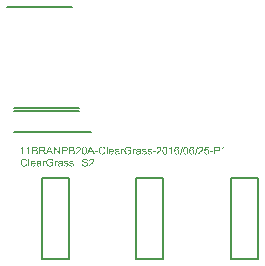
<source format=gto>
G04 Layer_Color=65535*
%FSLAX25Y25*%
%MOIN*%
G70*
G01*
G75*
%ADD17C,0.00500*%
G36*
X10797Y-52124D02*
X10830D01*
X10908Y-52128D01*
X10989Y-52139D01*
X11078Y-52150D01*
X11159Y-52169D01*
X11200Y-52180D01*
X11233Y-52191D01*
X11237D01*
X11241Y-52195D01*
X11263Y-52206D01*
X11296Y-52221D01*
X11337Y-52246D01*
X11381Y-52280D01*
X11429Y-52324D01*
X11474Y-52376D01*
X11518Y-52435D01*
Y-52439D01*
X11522Y-52443D01*
X11537Y-52465D01*
X11551Y-52502D01*
X11574Y-52550D01*
X11592Y-52605D01*
X11611Y-52672D01*
X11622Y-52742D01*
X11625Y-52820D01*
Y-52824D01*
Y-52831D01*
Y-52846D01*
X11622Y-52864D01*
Y-52890D01*
X11618Y-52916D01*
X11603Y-52979D01*
X11581Y-53053D01*
X11551Y-53131D01*
X11507Y-53209D01*
X11477Y-53246D01*
X11448Y-53282D01*
X11444Y-53286D01*
X11440Y-53290D01*
X11429Y-53301D01*
X11415Y-53312D01*
X11396Y-53327D01*
X11374Y-53342D01*
X11344Y-53360D01*
X11315Y-53382D01*
X11278Y-53401D01*
X11237Y-53419D01*
X11192Y-53442D01*
X11144Y-53460D01*
X11089Y-53475D01*
X11033Y-53493D01*
X10971Y-53505D01*
X10904Y-53516D01*
X10911Y-53519D01*
X10926Y-53527D01*
X10948Y-53541D01*
X10978Y-53556D01*
X11045Y-53597D01*
X11078Y-53623D01*
X11107Y-53645D01*
X11115Y-53653D01*
X11133Y-53671D01*
X11163Y-53701D01*
X11200Y-53738D01*
X11241Y-53789D01*
X11289Y-53845D01*
X11337Y-53912D01*
X11389Y-53986D01*
X11829Y-54681D01*
X11407D01*
X11070Y-54148D01*
Y-54145D01*
X11063Y-54137D01*
X11056Y-54126D01*
X11045Y-54111D01*
X11019Y-54071D01*
X10985Y-54019D01*
X10945Y-53963D01*
X10904Y-53904D01*
X10863Y-53849D01*
X10826Y-53797D01*
X10823Y-53793D01*
X10811Y-53778D01*
X10793Y-53756D01*
X10767Y-53730D01*
X10712Y-53675D01*
X10682Y-53649D01*
X10652Y-53627D01*
X10649Y-53623D01*
X10641Y-53619D01*
X10626Y-53612D01*
X10604Y-53601D01*
X10582Y-53590D01*
X10556Y-53579D01*
X10497Y-53560D01*
X10493D01*
X10486Y-53556D01*
X10471D01*
X10452Y-53553D01*
X10427Y-53549D01*
X10397D01*
X10356Y-53545D01*
X9920D01*
Y-54681D01*
X9579D01*
Y-52121D01*
X10767D01*
X10797Y-52124D01*
D02*
G37*
G36*
X8207D02*
X8236D01*
X8303Y-52132D01*
X8377Y-52139D01*
X8455Y-52154D01*
X8532Y-52172D01*
X8602Y-52198D01*
X8606D01*
X8610Y-52202D01*
X8632Y-52213D01*
X8665Y-52232D01*
X8702Y-52258D01*
X8747Y-52291D01*
X8795Y-52332D01*
X8839Y-52383D01*
X8880Y-52439D01*
X8884Y-52446D01*
X8895Y-52469D01*
X8913Y-52498D01*
X8932Y-52543D01*
X8950Y-52594D01*
X8969Y-52650D01*
X8980Y-52713D01*
X8984Y-52776D01*
Y-52783D01*
Y-52802D01*
X8980Y-52835D01*
X8973Y-52876D01*
X8961Y-52924D01*
X8943Y-52975D01*
X8921Y-53027D01*
X8891Y-53083D01*
X8887Y-53090D01*
X8876Y-53105D01*
X8854Y-53135D01*
X8824Y-53164D01*
X8788Y-53201D01*
X8743Y-53242D01*
X8688Y-53279D01*
X8625Y-53316D01*
X8628D01*
X8636Y-53320D01*
X8647Y-53323D01*
X8662Y-53331D01*
X8706Y-53345D01*
X8758Y-53371D01*
X8813Y-53405D01*
X8876Y-53445D01*
X8932Y-53493D01*
X8984Y-53553D01*
X8987Y-53560D01*
X9002Y-53582D01*
X9024Y-53615D01*
X9047Y-53660D01*
X9069Y-53719D01*
X9091Y-53782D01*
X9106Y-53856D01*
X9109Y-53937D01*
Y-53941D01*
Y-53945D01*
Y-53967D01*
X9106Y-54004D01*
X9098Y-54048D01*
X9091Y-54100D01*
X9076Y-54156D01*
X9058Y-54215D01*
X9032Y-54274D01*
X9028Y-54282D01*
X9017Y-54300D01*
X9002Y-54326D01*
X8980Y-54363D01*
X8950Y-54400D01*
X8921Y-54441D01*
X8884Y-54481D01*
X8843Y-54515D01*
X8839Y-54518D01*
X8824Y-54529D01*
X8799Y-54544D01*
X8765Y-54559D01*
X8725Y-54581D01*
X8676Y-54603D01*
X8625Y-54622D01*
X8562Y-54640D01*
X8554D01*
X8532Y-54648D01*
X8495Y-54651D01*
X8447Y-54659D01*
X8388Y-54666D01*
X8318Y-54674D01*
X8240Y-54677D01*
X8151Y-54681D01*
X7174D01*
Y-52121D01*
X8181D01*
X8207Y-52124D01*
D02*
G37*
G36*
X18234D02*
X18296Y-52128D01*
X18363Y-52132D01*
X18426Y-52139D01*
X18482Y-52147D01*
X18489D01*
X18515Y-52154D01*
X18548Y-52161D01*
X18593Y-52172D01*
X18641Y-52191D01*
X18692Y-52213D01*
X18748Y-52239D01*
X18796Y-52269D01*
X18803Y-52272D01*
X18818Y-52284D01*
X18840Y-52306D01*
X18870Y-52332D01*
X18903Y-52365D01*
X18937Y-52409D01*
X18974Y-52457D01*
X19003Y-52513D01*
X19007Y-52520D01*
X19014Y-52539D01*
X19029Y-52572D01*
X19044Y-52617D01*
X19055Y-52668D01*
X19070Y-52728D01*
X19077Y-52794D01*
X19081Y-52864D01*
Y-52868D01*
Y-52879D01*
Y-52894D01*
X19077Y-52920D01*
X19073Y-52946D01*
X19070Y-52979D01*
X19062Y-53016D01*
X19055Y-53057D01*
X19029Y-53142D01*
X19014Y-53186D01*
X18992Y-53234D01*
X18966Y-53282D01*
X18940Y-53327D01*
X18907Y-53371D01*
X18870Y-53416D01*
X18866Y-53419D01*
X18859Y-53427D01*
X18848Y-53438D01*
X18829Y-53449D01*
X18807Y-53468D01*
X18778Y-53486D01*
X18741Y-53508D01*
X18700Y-53527D01*
X18652Y-53549D01*
X18596Y-53571D01*
X18537Y-53590D01*
X18467Y-53604D01*
X18393Y-53619D01*
X18311Y-53630D01*
X18219Y-53638D01*
X18123Y-53641D01*
X17468D01*
Y-54681D01*
X17127D01*
Y-52121D01*
X18178D01*
X18234Y-52124D01*
D02*
G37*
G36*
X14271Y-54681D02*
X13886D01*
X13586Y-53904D01*
X12513D01*
X12236Y-54681D01*
X11877D01*
X12854Y-52121D01*
X13224D01*
X14271Y-54681D01*
D02*
G37*
G36*
X33618Y-52787D02*
X33648Y-52790D01*
X33685Y-52798D01*
X33726Y-52805D01*
X33774Y-52816D01*
X33818Y-52827D01*
X33870Y-52846D01*
X33918Y-52864D01*
X33970Y-52890D01*
X34021Y-52920D01*
X34073Y-52953D01*
X34121Y-52994D01*
X34166Y-53038D01*
X34170Y-53042D01*
X34177Y-53049D01*
X34188Y-53064D01*
X34203Y-53086D01*
X34221Y-53112D01*
X34240Y-53142D01*
X34262Y-53179D01*
X34284Y-53223D01*
X34306Y-53271D01*
X34329Y-53323D01*
X34347Y-53382D01*
X34366Y-53445D01*
X34380Y-53516D01*
X34391Y-53590D01*
X34399Y-53667D01*
X34403Y-53752D01*
Y-53756D01*
Y-53771D01*
Y-53797D01*
X34399Y-53834D01*
X33011D01*
Y-53838D01*
Y-53849D01*
X33015Y-53863D01*
Y-53886D01*
X33019Y-53912D01*
X33026Y-53941D01*
X33037Y-54008D01*
X33059Y-54082D01*
X33089Y-54163D01*
X33130Y-54237D01*
X33182Y-54304D01*
X33185D01*
X33189Y-54311D01*
X33211Y-54330D01*
X33244Y-54356D01*
X33289Y-54381D01*
X33348Y-54411D01*
X33415Y-54437D01*
X33489Y-54455D01*
X33529Y-54459D01*
X33574Y-54463D01*
X33603D01*
X33637Y-54459D01*
X33677Y-54452D01*
X33722Y-54441D01*
X33774Y-54426D01*
X33822Y-54404D01*
X33870Y-54374D01*
X33874Y-54370D01*
X33892Y-54356D01*
X33914Y-54333D01*
X33940Y-54304D01*
X33970Y-54263D01*
X34003Y-54211D01*
X34036Y-54152D01*
X34066Y-54082D01*
X34391Y-54122D01*
Y-54126D01*
X34388Y-54133D01*
X34384Y-54148D01*
X34377Y-54171D01*
X34366Y-54193D01*
X34354Y-54222D01*
X34325Y-54285D01*
X34288Y-54356D01*
X34236Y-54430D01*
X34177Y-54500D01*
X34103Y-54566D01*
X34099D01*
X34092Y-54574D01*
X34081Y-54581D01*
X34066Y-54592D01*
X34044Y-54603D01*
X34021Y-54615D01*
X33992Y-54629D01*
X33959Y-54644D01*
X33922Y-54659D01*
X33885Y-54674D01*
X33792Y-54696D01*
X33689Y-54714D01*
X33574Y-54722D01*
X33533D01*
X33507Y-54718D01*
X33474Y-54714D01*
X33433Y-54707D01*
X33389Y-54700D01*
X33341Y-54692D01*
X33237Y-54663D01*
X33182Y-54640D01*
X33130Y-54618D01*
X33074Y-54589D01*
X33022Y-54555D01*
X32974Y-54518D01*
X32926Y-54474D01*
X32923Y-54470D01*
X32915Y-54463D01*
X32904Y-54448D01*
X32889Y-54426D01*
X32871Y-54400D01*
X32852Y-54370D01*
X32830Y-54333D01*
X32808Y-54293D01*
X32786Y-54245D01*
X32763Y-54193D01*
X32745Y-54133D01*
X32726Y-54071D01*
X32712Y-54004D01*
X32701Y-53930D01*
X32693Y-53852D01*
X32689Y-53771D01*
Y-53767D01*
Y-53749D01*
Y-53727D01*
X32693Y-53693D01*
X32697Y-53653D01*
X32701Y-53608D01*
X32708Y-53556D01*
X32719Y-53505D01*
X32749Y-53386D01*
X32767Y-53327D01*
X32789Y-53264D01*
X32819Y-53205D01*
X32852Y-53149D01*
X32889Y-53094D01*
X32930Y-53042D01*
X32934Y-53038D01*
X32941Y-53031D01*
X32956Y-53020D01*
X32974Y-53001D01*
X32997Y-52983D01*
X33026Y-52961D01*
X33059Y-52935D01*
X33100Y-52912D01*
X33141Y-52887D01*
X33189Y-52864D01*
X33241Y-52842D01*
X33296Y-52824D01*
X33356Y-52805D01*
X33418Y-52794D01*
X33485Y-52787D01*
X33555Y-52783D01*
X33592D01*
X33618Y-52787D01*
D02*
G37*
G36*
X61660Y-54725D02*
X61409D01*
X62153Y-52076D01*
X62404D01*
X61660Y-54725D01*
D02*
G37*
G36*
X6253Y-54681D02*
X5939D01*
Y-52679D01*
X5935Y-52683D01*
X5916Y-52698D01*
X5894Y-52720D01*
X5857Y-52746D01*
X5816Y-52779D01*
X5765Y-52816D01*
X5705Y-52857D01*
X5639Y-52898D01*
X5635D01*
X5631Y-52901D01*
X5609Y-52916D01*
X5572Y-52935D01*
X5528Y-52957D01*
X5476Y-52983D01*
X5421Y-53009D01*
X5365Y-53035D01*
X5310Y-53057D01*
Y-52753D01*
X5313D01*
X5321Y-52746D01*
X5335Y-52742D01*
X5354Y-52731D01*
X5376Y-52720D01*
X5402Y-52705D01*
X5465Y-52668D01*
X5539Y-52628D01*
X5613Y-52576D01*
X5691Y-52517D01*
X5768Y-52454D01*
X5772Y-52450D01*
X5776Y-52446D01*
X5787Y-52435D01*
X5802Y-52424D01*
X5835Y-52387D01*
X5879Y-52343D01*
X5924Y-52291D01*
X5972Y-52232D01*
X6013Y-52172D01*
X6050Y-52110D01*
X6253D01*
Y-54681D01*
D02*
G37*
G36*
X4262D02*
X3948D01*
Y-52679D01*
X3944Y-52683D01*
X3926Y-52698D01*
X3903Y-52720D01*
X3867Y-52746D01*
X3826Y-52779D01*
X3774Y-52816D01*
X3715Y-52857D01*
X3648Y-52898D01*
X3644D01*
X3641Y-52901D01*
X3619Y-52916D01*
X3582Y-52935D01*
X3537Y-52957D01*
X3485Y-52983D01*
X3430Y-53009D01*
X3374Y-53035D01*
X3319Y-53057D01*
Y-52753D01*
X3323D01*
X3330Y-52746D01*
X3345Y-52742D01*
X3363Y-52731D01*
X3385Y-52720D01*
X3411Y-52705D01*
X3474Y-52668D01*
X3548Y-52628D01*
X3622Y-52576D01*
X3700Y-52517D01*
X3778Y-52454D01*
X3781Y-52450D01*
X3785Y-52446D01*
X3796Y-52435D01*
X3811Y-52424D01*
X3844Y-52387D01*
X3889Y-52343D01*
X3933Y-52291D01*
X3981Y-52232D01*
X4022Y-52172D01*
X4059Y-52110D01*
X4262D01*
Y-54681D01*
D02*
G37*
G36*
X42809Y-52787D02*
X42865Y-52790D01*
X42927Y-52798D01*
X42990Y-52809D01*
X43053Y-52824D01*
X43112Y-52842D01*
X43120Y-52846D01*
X43138Y-52853D01*
X43164Y-52864D01*
X43198Y-52879D01*
X43235Y-52901D01*
X43271Y-52924D01*
X43305Y-52953D01*
X43334Y-52983D01*
X43338Y-52987D01*
X43345Y-52998D01*
X43357Y-53016D01*
X43371Y-53038D01*
X43390Y-53072D01*
X43405Y-53105D01*
X43420Y-53146D01*
X43431Y-53194D01*
Y-53197D01*
X43434Y-53209D01*
X43438Y-53231D01*
X43442Y-53260D01*
Y-53301D01*
X43445Y-53349D01*
X43449Y-53412D01*
Y-53482D01*
Y-53904D01*
Y-53908D01*
Y-53923D01*
Y-53945D01*
Y-53974D01*
Y-54008D01*
Y-54048D01*
X43453Y-54137D01*
Y-54230D01*
X43457Y-54322D01*
X43460Y-54363D01*
Y-54400D01*
X43464Y-54433D01*
X43468Y-54459D01*
Y-54463D01*
X43471Y-54478D01*
X43475Y-54500D01*
X43486Y-54529D01*
X43494Y-54563D01*
X43508Y-54600D01*
X43527Y-54640D01*
X43545Y-54681D01*
X43216D01*
X43212Y-54677D01*
X43209Y-54663D01*
X43201Y-54644D01*
X43190Y-54615D01*
X43179Y-54581D01*
X43172Y-54540D01*
X43164Y-54496D01*
X43157Y-54448D01*
X43153D01*
X43149Y-54455D01*
X43127Y-54474D01*
X43094Y-54500D01*
X43049Y-54533D01*
X42994Y-54566D01*
X42939Y-54603D01*
X42879Y-54637D01*
X42816Y-54663D01*
X42809Y-54666D01*
X42787Y-54670D01*
X42753Y-54681D01*
X42713Y-54692D01*
X42661Y-54703D01*
X42602Y-54711D01*
X42535Y-54718D01*
X42469Y-54722D01*
X42439D01*
X42417Y-54718D01*
X42391D01*
X42361Y-54714D01*
X42295Y-54703D01*
X42221Y-54685D01*
X42139Y-54659D01*
X42065Y-54622D01*
X41999Y-54574D01*
X41991Y-54566D01*
X41973Y-54548D01*
X41947Y-54515D01*
X41917Y-54470D01*
X41888Y-54415D01*
X41862Y-54352D01*
X41843Y-54274D01*
X41840Y-54237D01*
X41836Y-54193D01*
Y-54185D01*
Y-54171D01*
X41840Y-54145D01*
X41843Y-54111D01*
X41851Y-54071D01*
X41862Y-54030D01*
X41877Y-53986D01*
X41895Y-53945D01*
X41899Y-53941D01*
X41906Y-53926D01*
X41921Y-53904D01*
X41939Y-53878D01*
X41962Y-53849D01*
X41991Y-53819D01*
X42021Y-53789D01*
X42058Y-53764D01*
X42062Y-53760D01*
X42076Y-53752D01*
X42095Y-53738D01*
X42125Y-53723D01*
X42158Y-53708D01*
X42199Y-53689D01*
X42239Y-53675D01*
X42287Y-53660D01*
X42291D01*
X42306Y-53656D01*
X42328Y-53649D01*
X42358Y-53645D01*
X42395Y-53638D01*
X42443Y-53630D01*
X42498Y-53619D01*
X42565Y-53612D01*
X42568D01*
X42583Y-53608D01*
X42602D01*
X42628Y-53604D01*
X42657Y-53601D01*
X42694Y-53593D01*
X42735Y-53590D01*
X42779Y-53582D01*
X42868Y-53564D01*
X42964Y-53545D01*
X43049Y-53523D01*
X43090Y-53512D01*
X43127Y-53501D01*
Y-53497D01*
Y-53490D01*
X43131Y-53468D01*
Y-53442D01*
Y-53427D01*
Y-53419D01*
Y-53416D01*
Y-53412D01*
Y-53390D01*
X43127Y-53353D01*
X43120Y-53312D01*
X43109Y-53268D01*
X43090Y-53223D01*
X43068Y-53183D01*
X43038Y-53149D01*
X43035Y-53146D01*
X43016Y-53131D01*
X42987Y-53116D01*
X42950Y-53094D01*
X42898Y-53075D01*
X42839Y-53057D01*
X42765Y-53046D01*
X42680Y-53042D01*
X42643D01*
X42606Y-53046D01*
X42554Y-53053D01*
X42502Y-53061D01*
X42446Y-53075D01*
X42395Y-53094D01*
X42350Y-53120D01*
X42347Y-53123D01*
X42332Y-53135D01*
X42313Y-53153D01*
X42291Y-53183D01*
X42269Y-53220D01*
X42243Y-53268D01*
X42221Y-53327D01*
X42199Y-53394D01*
X41891Y-53353D01*
Y-53349D01*
X41895Y-53345D01*
Y-53334D01*
X41899Y-53320D01*
X41910Y-53286D01*
X41925Y-53238D01*
X41943Y-53190D01*
X41965Y-53138D01*
X41995Y-53086D01*
X42028Y-53038D01*
X42032Y-53035D01*
X42047Y-53020D01*
X42069Y-52998D01*
X42099Y-52968D01*
X42139Y-52938D01*
X42187Y-52909D01*
X42243Y-52876D01*
X42306Y-52850D01*
X42309D01*
X42313Y-52846D01*
X42324Y-52842D01*
X42339Y-52838D01*
X42376Y-52827D01*
X42428Y-52816D01*
X42487Y-52805D01*
X42561Y-52794D01*
X42639Y-52787D01*
X42728Y-52783D01*
X42768D01*
X42809Y-52787D01*
D02*
G37*
G36*
X35653D02*
X35709Y-52790D01*
X35772Y-52798D01*
X35835Y-52809D01*
X35897Y-52824D01*
X35957Y-52842D01*
X35964Y-52846D01*
X35982Y-52853D01*
X36008Y-52864D01*
X36042Y-52879D01*
X36079Y-52901D01*
X36116Y-52924D01*
X36149Y-52953D01*
X36179Y-52983D01*
X36182Y-52987D01*
X36190Y-52998D01*
X36201Y-53016D01*
X36216Y-53038D01*
X36234Y-53072D01*
X36249Y-53105D01*
X36264Y-53146D01*
X36275Y-53194D01*
Y-53197D01*
X36279Y-53209D01*
X36282Y-53231D01*
X36286Y-53260D01*
Y-53301D01*
X36290Y-53349D01*
X36293Y-53412D01*
Y-53482D01*
Y-53904D01*
Y-53908D01*
Y-53923D01*
Y-53945D01*
Y-53974D01*
Y-54008D01*
Y-54048D01*
X36297Y-54137D01*
Y-54230D01*
X36301Y-54322D01*
X36304Y-54363D01*
Y-54400D01*
X36308Y-54433D01*
X36312Y-54459D01*
Y-54463D01*
X36316Y-54478D01*
X36319Y-54500D01*
X36330Y-54529D01*
X36338Y-54563D01*
X36353Y-54600D01*
X36371Y-54640D01*
X36389Y-54681D01*
X36060D01*
X36057Y-54677D01*
X36053Y-54663D01*
X36045Y-54644D01*
X36034Y-54615D01*
X36023Y-54581D01*
X36016Y-54540D01*
X36008Y-54496D01*
X36001Y-54448D01*
X35997D01*
X35994Y-54455D01*
X35971Y-54474D01*
X35938Y-54500D01*
X35894Y-54533D01*
X35838Y-54566D01*
X35783Y-54603D01*
X35724Y-54637D01*
X35661Y-54663D01*
X35653Y-54666D01*
X35631Y-54670D01*
X35598Y-54681D01*
X35557Y-54692D01*
X35505Y-54703D01*
X35446Y-54711D01*
X35379Y-54718D01*
X35313Y-54722D01*
X35283D01*
X35261Y-54718D01*
X35235D01*
X35206Y-54714D01*
X35139Y-54703D01*
X35065Y-54685D01*
X34984Y-54659D01*
X34909Y-54622D01*
X34843Y-54574D01*
X34835Y-54566D01*
X34817Y-54548D01*
X34791Y-54515D01*
X34762Y-54470D01*
X34732Y-54415D01*
X34706Y-54352D01*
X34688Y-54274D01*
X34684Y-54237D01*
X34680Y-54193D01*
Y-54185D01*
Y-54171D01*
X34684Y-54145D01*
X34688Y-54111D01*
X34695Y-54071D01*
X34706Y-54030D01*
X34721Y-53986D01*
X34739Y-53945D01*
X34743Y-53941D01*
X34750Y-53926D01*
X34765Y-53904D01*
X34784Y-53878D01*
X34806Y-53849D01*
X34835Y-53819D01*
X34865Y-53789D01*
X34902Y-53764D01*
X34906Y-53760D01*
X34921Y-53752D01*
X34939Y-53738D01*
X34969Y-53723D01*
X35002Y-53708D01*
X35043Y-53689D01*
X35083Y-53675D01*
X35131Y-53660D01*
X35135D01*
X35150Y-53656D01*
X35172Y-53649D01*
X35202Y-53645D01*
X35239Y-53638D01*
X35287Y-53630D01*
X35342Y-53619D01*
X35409Y-53612D01*
X35413D01*
X35427Y-53608D01*
X35446D01*
X35472Y-53604D01*
X35502Y-53601D01*
X35539Y-53593D01*
X35579Y-53590D01*
X35624Y-53582D01*
X35712Y-53564D01*
X35809Y-53545D01*
X35894Y-53523D01*
X35934Y-53512D01*
X35971Y-53501D01*
Y-53497D01*
Y-53490D01*
X35975Y-53468D01*
Y-53442D01*
Y-53427D01*
Y-53419D01*
Y-53416D01*
Y-53412D01*
Y-53390D01*
X35971Y-53353D01*
X35964Y-53312D01*
X35953Y-53268D01*
X35934Y-53223D01*
X35912Y-53183D01*
X35883Y-53149D01*
X35879Y-53146D01*
X35860Y-53131D01*
X35831Y-53116D01*
X35794Y-53094D01*
X35742Y-53075D01*
X35683Y-53057D01*
X35609Y-53046D01*
X35524Y-53042D01*
X35487D01*
X35450Y-53046D01*
X35398Y-53053D01*
X35346Y-53061D01*
X35291Y-53075D01*
X35239Y-53094D01*
X35194Y-53120D01*
X35191Y-53123D01*
X35176Y-53135D01*
X35157Y-53153D01*
X35135Y-53183D01*
X35113Y-53220D01*
X35087Y-53268D01*
X35065Y-53327D01*
X35043Y-53394D01*
X34736Y-53353D01*
Y-53349D01*
X34739Y-53345D01*
Y-53334D01*
X34743Y-53320D01*
X34754Y-53286D01*
X34769Y-53238D01*
X34787Y-53190D01*
X34810Y-53138D01*
X34839Y-53086D01*
X34872Y-53038D01*
X34876Y-53035D01*
X34891Y-53020D01*
X34913Y-52998D01*
X34943Y-52968D01*
X34984Y-52938D01*
X35032Y-52909D01*
X35087Y-52876D01*
X35150Y-52850D01*
X35154D01*
X35157Y-52846D01*
X35168Y-52842D01*
X35183Y-52838D01*
X35220Y-52827D01*
X35272Y-52816D01*
X35331Y-52805D01*
X35405Y-52794D01*
X35483Y-52787D01*
X35572Y-52783D01*
X35612D01*
X35653Y-52787D01*
D02*
G37*
G36*
X53783Y-54681D02*
X53469D01*
Y-52679D01*
X53465Y-52683D01*
X53447Y-52698D01*
X53424Y-52720D01*
X53387Y-52746D01*
X53347Y-52779D01*
X53295Y-52816D01*
X53236Y-52857D01*
X53169Y-52898D01*
X53165D01*
X53162Y-52901D01*
X53139Y-52916D01*
X53102Y-52935D01*
X53058Y-52957D01*
X53006Y-52983D01*
X52951Y-53009D01*
X52895Y-53035D01*
X52840Y-53057D01*
Y-52753D01*
X52843D01*
X52851Y-52746D01*
X52866Y-52742D01*
X52884Y-52731D01*
X52906Y-52720D01*
X52932Y-52705D01*
X52995Y-52668D01*
X53069Y-52628D01*
X53143Y-52576D01*
X53221Y-52517D01*
X53298Y-52454D01*
X53302Y-52450D01*
X53306Y-52446D01*
X53317Y-52435D01*
X53332Y-52424D01*
X53365Y-52387D01*
X53409Y-52343D01*
X53454Y-52291D01*
X53502Y-52232D01*
X53543Y-52172D01*
X53580Y-52110D01*
X53783D01*
Y-54681D01*
D02*
G37*
G36*
X49528Y-52113D02*
X49558Y-52117D01*
X49595Y-52121D01*
X49635Y-52128D01*
X49676Y-52135D01*
X49772Y-52161D01*
X49869Y-52198D01*
X49917Y-52221D01*
X49965Y-52246D01*
X50009Y-52280D01*
X50050Y-52317D01*
X50054Y-52320D01*
X50061Y-52324D01*
X50068Y-52339D01*
X50083Y-52354D01*
X50102Y-52372D01*
X50120Y-52398D01*
X50139Y-52424D01*
X50161Y-52457D01*
X50198Y-52528D01*
X50235Y-52617D01*
X50250Y-52661D01*
X50257Y-52713D01*
X50265Y-52764D01*
X50268Y-52820D01*
Y-52827D01*
Y-52846D01*
X50265Y-52876D01*
X50261Y-52916D01*
X50253Y-52961D01*
X50239Y-53012D01*
X50224Y-53068D01*
X50202Y-53123D01*
X50198Y-53131D01*
X50191Y-53149D01*
X50176Y-53179D01*
X50153Y-53220D01*
X50124Y-53264D01*
X50087Y-53320D01*
X50042Y-53375D01*
X49991Y-53438D01*
X49983Y-53445D01*
X49965Y-53468D01*
X49946Y-53486D01*
X49928Y-53505D01*
X49906Y-53527D01*
X49876Y-53556D01*
X49846Y-53586D01*
X49809Y-53619D01*
X49772Y-53656D01*
X49728Y-53697D01*
X49680Y-53738D01*
X49628Y-53786D01*
X49569Y-53834D01*
X49510Y-53886D01*
X49506Y-53889D01*
X49499Y-53897D01*
X49484Y-53908D01*
X49465Y-53923D01*
X49443Y-53945D01*
X49417Y-53967D01*
X49358Y-54015D01*
X49295Y-54071D01*
X49236Y-54126D01*
X49184Y-54174D01*
X49162Y-54193D01*
X49143Y-54211D01*
X49140Y-54215D01*
X49129Y-54226D01*
X49114Y-54241D01*
X49095Y-54263D01*
X49077Y-54289D01*
X49055Y-54315D01*
X49010Y-54378D01*
X50272D01*
Y-54681D01*
X48574D01*
Y-54677D01*
Y-54663D01*
Y-54640D01*
X48577Y-54611D01*
X48581Y-54577D01*
X48588Y-54540D01*
X48596Y-54504D01*
X48611Y-54463D01*
Y-54459D01*
X48614Y-54455D01*
X48622Y-54433D01*
X48636Y-54400D01*
X48659Y-54356D01*
X48688Y-54304D01*
X48725Y-54245D01*
X48766Y-54185D01*
X48818Y-54122D01*
Y-54119D01*
X48825Y-54115D01*
X48844Y-54093D01*
X48877Y-54059D01*
X48925Y-54011D01*
X48981Y-53956D01*
X49051Y-53889D01*
X49136Y-53815D01*
X49229Y-53738D01*
X49232Y-53734D01*
X49247Y-53723D01*
X49269Y-53704D01*
X49295Y-53682D01*
X49328Y-53653D01*
X49369Y-53619D01*
X49410Y-53582D01*
X49458Y-53541D01*
X49550Y-53453D01*
X49643Y-53364D01*
X49687Y-53320D01*
X49728Y-53275D01*
X49765Y-53234D01*
X49795Y-53194D01*
Y-53190D01*
X49802Y-53186D01*
X49809Y-53175D01*
X49817Y-53160D01*
X49843Y-53120D01*
X49872Y-53072D01*
X49898Y-53012D01*
X49924Y-52950D01*
X49939Y-52879D01*
X49946Y-52813D01*
Y-52809D01*
Y-52805D01*
X49943Y-52783D01*
X49939Y-52746D01*
X49928Y-52705D01*
X49913Y-52653D01*
X49887Y-52602D01*
X49854Y-52550D01*
X49809Y-52498D01*
X49802Y-52491D01*
X49784Y-52476D01*
X49758Y-52457D01*
X49717Y-52431D01*
X49665Y-52409D01*
X49606Y-52387D01*
X49536Y-52372D01*
X49458Y-52369D01*
X49436D01*
X49421Y-52372D01*
X49376Y-52376D01*
X49325Y-52387D01*
X49269Y-52402D01*
X49206Y-52428D01*
X49147Y-52461D01*
X49092Y-52505D01*
X49084Y-52513D01*
X49069Y-52531D01*
X49047Y-52561D01*
X49025Y-52605D01*
X48999Y-52657D01*
X48977Y-52724D01*
X48962Y-52798D01*
X48955Y-52883D01*
X48633Y-52850D01*
Y-52846D01*
X48636Y-52835D01*
Y-52816D01*
X48640Y-52790D01*
X48648Y-52761D01*
X48655Y-52728D01*
X48666Y-52687D01*
X48677Y-52646D01*
X48707Y-52557D01*
X48751Y-52469D01*
X48777Y-52424D01*
X48810Y-52380D01*
X48844Y-52339D01*
X48881Y-52302D01*
X48884Y-52298D01*
X48892Y-52295D01*
X48903Y-52284D01*
X48921Y-52272D01*
X48944Y-52258D01*
X48970Y-52243D01*
X48999Y-52224D01*
X49036Y-52206D01*
X49077Y-52187D01*
X49121Y-52169D01*
X49169Y-52154D01*
X49221Y-52139D01*
X49277Y-52128D01*
X49336Y-52117D01*
X49399Y-52113D01*
X49465Y-52110D01*
X49502D01*
X49528Y-52113D01*
D02*
G37*
G36*
X22681D02*
X22711Y-52117D01*
X22748Y-52121D01*
X22788Y-52128D01*
X22829Y-52135D01*
X22925Y-52161D01*
X23021Y-52198D01*
X23069Y-52221D01*
X23118Y-52246D01*
X23162Y-52280D01*
X23203Y-52317D01*
X23206Y-52320D01*
X23214Y-52324D01*
X23221Y-52339D01*
X23236Y-52354D01*
X23255Y-52372D01*
X23273Y-52398D01*
X23291Y-52424D01*
X23314Y-52457D01*
X23351Y-52528D01*
X23388Y-52617D01*
X23403Y-52661D01*
X23410Y-52713D01*
X23417Y-52764D01*
X23421Y-52820D01*
Y-52827D01*
Y-52846D01*
X23417Y-52876D01*
X23414Y-52916D01*
X23406Y-52961D01*
X23391Y-53012D01*
X23377Y-53068D01*
X23354Y-53123D01*
X23351Y-53131D01*
X23343Y-53149D01*
X23328Y-53179D01*
X23306Y-53220D01*
X23277Y-53264D01*
X23240Y-53320D01*
X23195Y-53375D01*
X23144Y-53438D01*
X23136Y-53445D01*
X23118Y-53468D01*
X23099Y-53486D01*
X23081Y-53505D01*
X23058Y-53527D01*
X23029Y-53556D01*
X22999Y-53586D01*
X22962Y-53619D01*
X22925Y-53656D01*
X22881Y-53697D01*
X22833Y-53738D01*
X22781Y-53786D01*
X22722Y-53834D01*
X22662Y-53886D01*
X22659Y-53889D01*
X22651Y-53897D01*
X22637Y-53908D01*
X22618Y-53923D01*
X22596Y-53945D01*
X22570Y-53967D01*
X22511Y-54015D01*
X22448Y-54071D01*
X22389Y-54126D01*
X22337Y-54174D01*
X22315Y-54193D01*
X22296Y-54211D01*
X22293Y-54215D01*
X22281Y-54226D01*
X22267Y-54241D01*
X22248Y-54263D01*
X22230Y-54289D01*
X22207Y-54315D01*
X22163Y-54378D01*
X23425D01*
Y-54681D01*
X21726D01*
Y-54677D01*
Y-54663D01*
Y-54640D01*
X21730Y-54611D01*
X21734Y-54577D01*
X21741Y-54540D01*
X21749Y-54504D01*
X21763Y-54463D01*
Y-54459D01*
X21767Y-54455D01*
X21775Y-54433D01*
X21789Y-54400D01*
X21812Y-54356D01*
X21841Y-54304D01*
X21878Y-54245D01*
X21919Y-54185D01*
X21971Y-54122D01*
Y-54119D01*
X21978Y-54115D01*
X21996Y-54093D01*
X22030Y-54059D01*
X22078Y-54011D01*
X22133Y-53956D01*
X22204Y-53889D01*
X22289Y-53815D01*
X22381Y-53738D01*
X22385Y-53734D01*
X22400Y-53723D01*
X22422Y-53704D01*
X22448Y-53682D01*
X22481Y-53653D01*
X22522Y-53619D01*
X22563Y-53582D01*
X22611Y-53541D01*
X22703Y-53453D01*
X22796Y-53364D01*
X22840Y-53320D01*
X22881Y-53275D01*
X22918Y-53234D01*
X22947Y-53194D01*
Y-53190D01*
X22955Y-53186D01*
X22962Y-53175D01*
X22970Y-53160D01*
X22996Y-53120D01*
X23025Y-53072D01*
X23051Y-53012D01*
X23077Y-52950D01*
X23092Y-52879D01*
X23099Y-52813D01*
Y-52809D01*
Y-52805D01*
X23095Y-52783D01*
X23092Y-52746D01*
X23081Y-52705D01*
X23066Y-52653D01*
X23040Y-52602D01*
X23007Y-52550D01*
X22962Y-52498D01*
X22955Y-52491D01*
X22936Y-52476D01*
X22910Y-52457D01*
X22870Y-52431D01*
X22818Y-52409D01*
X22759Y-52387D01*
X22688Y-52372D01*
X22611Y-52369D01*
X22589D01*
X22574Y-52372D01*
X22529Y-52376D01*
X22478Y-52387D01*
X22422Y-52402D01*
X22359Y-52428D01*
X22300Y-52461D01*
X22244Y-52505D01*
X22237Y-52513D01*
X22222Y-52531D01*
X22200Y-52561D01*
X22178Y-52605D01*
X22152Y-52657D01*
X22130Y-52724D01*
X22115Y-52798D01*
X22107Y-52883D01*
X21786Y-52850D01*
Y-52846D01*
X21789Y-52835D01*
Y-52816D01*
X21793Y-52790D01*
X21800Y-52761D01*
X21808Y-52728D01*
X21819Y-52687D01*
X21830Y-52646D01*
X21860Y-52557D01*
X21904Y-52469D01*
X21930Y-52424D01*
X21963Y-52380D01*
X21996Y-52339D01*
X22034Y-52302D01*
X22037Y-52298D01*
X22045Y-52295D01*
X22056Y-52284D01*
X22074Y-52272D01*
X22096Y-52258D01*
X22122Y-52243D01*
X22152Y-52224D01*
X22189Y-52206D01*
X22230Y-52187D01*
X22274Y-52169D01*
X22322Y-52154D01*
X22374Y-52139D01*
X22429Y-52128D01*
X22489Y-52117D01*
X22551Y-52113D01*
X22618Y-52110D01*
X22655D01*
X22681Y-52113D01*
D02*
G37*
G36*
X20531Y-52124D02*
X20561D01*
X20628Y-52132D01*
X20701Y-52139D01*
X20779Y-52154D01*
X20857Y-52172D01*
X20927Y-52198D01*
X20931D01*
X20935Y-52202D01*
X20957Y-52213D01*
X20990Y-52232D01*
X21027Y-52258D01*
X21071Y-52291D01*
X21120Y-52332D01*
X21164Y-52383D01*
X21205Y-52439D01*
X21208Y-52446D01*
X21219Y-52469D01*
X21238Y-52498D01*
X21257Y-52543D01*
X21275Y-52594D01*
X21294Y-52650D01*
X21305Y-52713D01*
X21308Y-52776D01*
Y-52783D01*
Y-52802D01*
X21305Y-52835D01*
X21297Y-52876D01*
X21286Y-52924D01*
X21268Y-52975D01*
X21245Y-53027D01*
X21216Y-53083D01*
X21212Y-53090D01*
X21201Y-53105D01*
X21179Y-53135D01*
X21149Y-53164D01*
X21112Y-53201D01*
X21068Y-53242D01*
X21012Y-53279D01*
X20949Y-53316D01*
X20953D01*
X20960Y-53320D01*
X20972Y-53323D01*
X20986Y-53331D01*
X21031Y-53345D01*
X21083Y-53371D01*
X21138Y-53405D01*
X21201Y-53445D01*
X21257Y-53493D01*
X21308Y-53553D01*
X21312Y-53560D01*
X21327Y-53582D01*
X21349Y-53615D01*
X21371Y-53660D01*
X21393Y-53719D01*
X21416Y-53782D01*
X21430Y-53856D01*
X21434Y-53937D01*
Y-53941D01*
Y-53945D01*
Y-53967D01*
X21430Y-54004D01*
X21423Y-54048D01*
X21416Y-54100D01*
X21401Y-54156D01*
X21382Y-54215D01*
X21356Y-54274D01*
X21353Y-54282D01*
X21342Y-54300D01*
X21327Y-54326D01*
X21305Y-54363D01*
X21275Y-54400D01*
X21245Y-54441D01*
X21208Y-54481D01*
X21168Y-54515D01*
X21164Y-54518D01*
X21149Y-54529D01*
X21123Y-54544D01*
X21090Y-54559D01*
X21049Y-54581D01*
X21001Y-54603D01*
X20949Y-54622D01*
X20887Y-54640D01*
X20879D01*
X20857Y-54648D01*
X20820Y-54651D01*
X20772Y-54659D01*
X20713Y-54666D01*
X20642Y-54674D01*
X20565Y-54677D01*
X20476Y-54681D01*
X19499D01*
Y-52121D01*
X20505D01*
X20531Y-52124D01*
D02*
G37*
G36*
X32308Y-54681D02*
X31994D01*
Y-52121D01*
X32308D01*
Y-54681D01*
D02*
G37*
G36*
X27994D02*
X27609D01*
X27310Y-53904D01*
X26237D01*
X25959Y-54681D01*
X25600D01*
X26577Y-52121D01*
X26947D01*
X27994Y-54681D01*
D02*
G37*
G36*
X20369Y-56787D02*
X20424Y-56790D01*
X20483Y-56798D01*
X20546Y-56813D01*
X20613Y-56827D01*
X20676Y-56850D01*
X20679D01*
X20683Y-56853D01*
X20701Y-56861D01*
X20731Y-56875D01*
X20768Y-56894D01*
X20809Y-56920D01*
X20850Y-56950D01*
X20887Y-56983D01*
X20920Y-57020D01*
X20923Y-57024D01*
X20931Y-57038D01*
X20946Y-57064D01*
X20964Y-57094D01*
X20983Y-57138D01*
X21001Y-57186D01*
X21016Y-57242D01*
X21031Y-57305D01*
X20724Y-57345D01*
Y-57338D01*
X20720Y-57323D01*
X20713Y-57297D01*
X20701Y-57264D01*
X20683Y-57231D01*
X20661Y-57194D01*
X20635Y-57157D01*
X20598Y-57123D01*
X20594Y-57120D01*
X20579Y-57112D01*
X20557Y-57098D01*
X20524Y-57083D01*
X20487Y-57068D01*
X20439Y-57053D01*
X20380Y-57046D01*
X20317Y-57042D01*
X20280D01*
X20243Y-57046D01*
X20195Y-57049D01*
X20146Y-57060D01*
X20095Y-57072D01*
X20047Y-57090D01*
X20006Y-57116D01*
X20002Y-57120D01*
X19991Y-57127D01*
X19976Y-57142D01*
X19962Y-57164D01*
X19943Y-57186D01*
X19928Y-57216D01*
X19917Y-57249D01*
X19913Y-57283D01*
Y-57286D01*
Y-57294D01*
X19917Y-57305D01*
Y-57319D01*
X19928Y-57357D01*
X19950Y-57393D01*
X19954Y-57397D01*
X19958Y-57401D01*
X19965Y-57412D01*
X19980Y-57423D01*
X19995Y-57434D01*
X20017Y-57449D01*
X20043Y-57460D01*
X20073Y-57475D01*
X20076D01*
X20084Y-57479D01*
X20098Y-57482D01*
X20124Y-57493D01*
X20161Y-57504D01*
X20209Y-57516D01*
X20239Y-57527D01*
X20272Y-57534D01*
X20309Y-57545D01*
X20350Y-57556D01*
X20354D01*
X20365Y-57560D01*
X20383Y-57564D01*
X20405Y-57571D01*
X20431Y-57578D01*
X20465Y-57586D01*
X20535Y-57608D01*
X20613Y-57630D01*
X20690Y-57656D01*
X20761Y-57682D01*
X20790Y-57693D01*
X20816Y-57704D01*
X20824Y-57708D01*
X20838Y-57715D01*
X20861Y-57727D01*
X20894Y-57745D01*
X20927Y-57767D01*
X20960Y-57797D01*
X20994Y-57830D01*
X21023Y-57867D01*
X21027Y-57871D01*
X21035Y-57886D01*
X21049Y-57908D01*
X21064Y-57941D01*
X21075Y-57982D01*
X21090Y-58026D01*
X21097Y-58078D01*
X21101Y-58137D01*
Y-58145D01*
Y-58163D01*
X21097Y-58193D01*
X21090Y-58233D01*
X21079Y-58278D01*
X21060Y-58326D01*
X21038Y-58381D01*
X21009Y-58433D01*
X21005Y-58441D01*
X20990Y-58455D01*
X20972Y-58481D01*
X20942Y-58511D01*
X20901Y-58544D01*
X20857Y-58581D01*
X20805Y-58614D01*
X20742Y-58648D01*
X20739D01*
X20735Y-58652D01*
X20713Y-58659D01*
X20676Y-58670D01*
X20628Y-58685D01*
X20568Y-58700D01*
X20502Y-58711D01*
X20431Y-58718D01*
X20350Y-58722D01*
X20317D01*
X20291Y-58718D01*
X20261D01*
X20224Y-58714D01*
X20187Y-58711D01*
X20146Y-58703D01*
X20058Y-58685D01*
X19965Y-58659D01*
X19876Y-58622D01*
X19836Y-58600D01*
X19799Y-58574D01*
X19795Y-58570D01*
X19791Y-58566D01*
X19769Y-58544D01*
X19736Y-58511D01*
X19699Y-58459D01*
X19658Y-58396D01*
X19617Y-58322D01*
X19584Y-58230D01*
X19558Y-58126D01*
X19869Y-58078D01*
Y-58082D01*
Y-58085D01*
X19876Y-58108D01*
X19884Y-58145D01*
X19899Y-58185D01*
X19917Y-58230D01*
X19939Y-58278D01*
X19973Y-58326D01*
X20013Y-58367D01*
X20021Y-58370D01*
X20035Y-58381D01*
X20065Y-58396D01*
X20102Y-58415D01*
X20150Y-58433D01*
X20206Y-58448D01*
X20272Y-58459D01*
X20350Y-58463D01*
X20387D01*
X20424Y-58459D01*
X20472Y-58452D01*
X20524Y-58441D01*
X20579Y-58426D01*
X20628Y-58407D01*
X20672Y-58378D01*
X20676Y-58374D01*
X20690Y-58363D01*
X20705Y-58344D01*
X20727Y-58319D01*
X20746Y-58289D01*
X20764Y-58252D01*
X20775Y-58215D01*
X20779Y-58170D01*
Y-58167D01*
Y-58152D01*
X20775Y-58134D01*
X20768Y-58108D01*
X20757Y-58082D01*
X20739Y-58056D01*
X20716Y-58026D01*
X20683Y-58004D01*
X20679Y-58000D01*
X20668Y-57997D01*
X20650Y-57986D01*
X20620Y-57974D01*
X20576Y-57960D01*
X20550Y-57948D01*
X20520Y-57941D01*
X20487Y-57930D01*
X20450Y-57919D01*
X20409Y-57908D01*
X20361Y-57897D01*
X20357D01*
X20346Y-57893D01*
X20328Y-57889D01*
X20306Y-57882D01*
X20276Y-57875D01*
X20243Y-57863D01*
X20172Y-57845D01*
X20091Y-57819D01*
X20013Y-57797D01*
X19939Y-57771D01*
X19906Y-57756D01*
X19880Y-57745D01*
X19873Y-57741D01*
X19858Y-57734D01*
X19836Y-57719D01*
X19806Y-57701D01*
X19773Y-57675D01*
X19739Y-57645D01*
X19706Y-57612D01*
X19677Y-57571D01*
X19673Y-57567D01*
X19666Y-57553D01*
X19654Y-57527D01*
X19643Y-57497D01*
X19632Y-57460D01*
X19621Y-57416D01*
X19614Y-57371D01*
X19610Y-57319D01*
Y-57312D01*
Y-57297D01*
X19614Y-57275D01*
X19617Y-57242D01*
X19625Y-57209D01*
X19632Y-57168D01*
X19647Y-57131D01*
X19666Y-57090D01*
X19669Y-57086D01*
X19677Y-57072D01*
X19688Y-57053D01*
X19706Y-57027D01*
X19728Y-57001D01*
X19754Y-56968D01*
X19784Y-56938D01*
X19821Y-56912D01*
X19825Y-56909D01*
X19836Y-56905D01*
X19850Y-56894D01*
X19873Y-56883D01*
X19902Y-56868D01*
X19936Y-56853D01*
X19976Y-56839D01*
X20021Y-56824D01*
X20028Y-56820D01*
X20043Y-56816D01*
X20069Y-56809D01*
X20102Y-56801D01*
X20143Y-56794D01*
X20187Y-56790D01*
X20239Y-56783D01*
X20328D01*
X20369Y-56787D01*
D02*
G37*
G36*
X18578D02*
X18633Y-56790D01*
X18692Y-56798D01*
X18755Y-56813D01*
X18822Y-56827D01*
X18885Y-56850D01*
X18889D01*
X18892Y-56853D01*
X18911Y-56861D01*
X18940Y-56875D01*
X18977Y-56894D01*
X19018Y-56920D01*
X19059Y-56950D01*
X19096Y-56983D01*
X19129Y-57020D01*
X19133Y-57024D01*
X19140Y-57038D01*
X19155Y-57064D01*
X19173Y-57094D01*
X19192Y-57138D01*
X19210Y-57186D01*
X19225Y-57242D01*
X19240Y-57305D01*
X18933Y-57345D01*
Y-57338D01*
X18929Y-57323D01*
X18922Y-57297D01*
X18911Y-57264D01*
X18892Y-57231D01*
X18870Y-57194D01*
X18844Y-57157D01*
X18807Y-57123D01*
X18803Y-57120D01*
X18789Y-57112D01*
X18766Y-57098D01*
X18733Y-57083D01*
X18696Y-57068D01*
X18648Y-57053D01*
X18589Y-57046D01*
X18526Y-57042D01*
X18489D01*
X18452Y-57046D01*
X18404Y-57049D01*
X18356Y-57060D01*
X18304Y-57072D01*
X18256Y-57090D01*
X18215Y-57116D01*
X18211Y-57120D01*
X18200Y-57127D01*
X18185Y-57142D01*
X18171Y-57164D01*
X18152Y-57186D01*
X18137Y-57216D01*
X18126Y-57249D01*
X18123Y-57283D01*
Y-57286D01*
Y-57294D01*
X18126Y-57305D01*
Y-57319D01*
X18137Y-57357D01*
X18160Y-57393D01*
X18163Y-57397D01*
X18167Y-57401D01*
X18174Y-57412D01*
X18189Y-57423D01*
X18204Y-57434D01*
X18226Y-57449D01*
X18252Y-57460D01*
X18282Y-57475D01*
X18285D01*
X18293Y-57479D01*
X18308Y-57482D01*
X18334Y-57493D01*
X18371Y-57504D01*
X18419Y-57516D01*
X18448Y-57527D01*
X18482Y-57534D01*
X18519Y-57545D01*
X18559Y-57556D01*
X18563D01*
X18574Y-57560D01*
X18593Y-57564D01*
X18615Y-57571D01*
X18641Y-57578D01*
X18674Y-57586D01*
X18744Y-57608D01*
X18822Y-57630D01*
X18900Y-57656D01*
X18970Y-57682D01*
X19000Y-57693D01*
X19025Y-57704D01*
X19033Y-57708D01*
X19048Y-57715D01*
X19070Y-57727D01*
X19103Y-57745D01*
X19136Y-57767D01*
X19170Y-57797D01*
X19203Y-57830D01*
X19233Y-57867D01*
X19236Y-57871D01*
X19244Y-57886D01*
X19259Y-57908D01*
X19273Y-57941D01*
X19284Y-57982D01*
X19299Y-58026D01*
X19307Y-58078D01*
X19310Y-58137D01*
Y-58145D01*
Y-58163D01*
X19307Y-58193D01*
X19299Y-58233D01*
X19288Y-58278D01*
X19270Y-58326D01*
X19247Y-58381D01*
X19218Y-58433D01*
X19214Y-58441D01*
X19199Y-58455D01*
X19181Y-58481D01*
X19151Y-58511D01*
X19110Y-58544D01*
X19066Y-58581D01*
X19014Y-58614D01*
X18951Y-58648D01*
X18948D01*
X18944Y-58652D01*
X18922Y-58659D01*
X18885Y-58670D01*
X18837Y-58685D01*
X18778Y-58700D01*
X18711Y-58711D01*
X18641Y-58718D01*
X18559Y-58722D01*
X18526D01*
X18500Y-58718D01*
X18470D01*
X18433Y-58714D01*
X18396Y-58711D01*
X18356Y-58703D01*
X18267Y-58685D01*
X18174Y-58659D01*
X18086Y-58622D01*
X18045Y-58600D01*
X18008Y-58574D01*
X18004Y-58570D01*
X18000Y-58566D01*
X17978Y-58544D01*
X17945Y-58511D01*
X17908Y-58459D01*
X17867Y-58396D01*
X17827Y-58322D01*
X17793Y-58230D01*
X17767Y-58126D01*
X18078Y-58078D01*
Y-58082D01*
Y-58085D01*
X18086Y-58108D01*
X18093Y-58145D01*
X18108Y-58185D01*
X18126Y-58230D01*
X18148Y-58278D01*
X18182Y-58326D01*
X18223Y-58367D01*
X18230Y-58370D01*
X18245Y-58381D01*
X18274Y-58396D01*
X18311Y-58415D01*
X18359Y-58433D01*
X18415Y-58448D01*
X18482Y-58459D01*
X18559Y-58463D01*
X18596D01*
X18633Y-58459D01*
X18681Y-58452D01*
X18733Y-58441D01*
X18789Y-58426D01*
X18837Y-58407D01*
X18881Y-58378D01*
X18885Y-58374D01*
X18900Y-58363D01*
X18914Y-58344D01*
X18937Y-58319D01*
X18955Y-58289D01*
X18974Y-58252D01*
X18985Y-58215D01*
X18988Y-58170D01*
Y-58167D01*
Y-58152D01*
X18985Y-58134D01*
X18977Y-58108D01*
X18966Y-58082D01*
X18948Y-58056D01*
X18925Y-58026D01*
X18892Y-58004D01*
X18889Y-58000D01*
X18877Y-57997D01*
X18859Y-57986D01*
X18829Y-57974D01*
X18785Y-57960D01*
X18759Y-57948D01*
X18729Y-57941D01*
X18696Y-57930D01*
X18659Y-57919D01*
X18618Y-57908D01*
X18570Y-57897D01*
X18567D01*
X18555Y-57893D01*
X18537Y-57889D01*
X18515Y-57882D01*
X18485Y-57875D01*
X18452Y-57863D01*
X18382Y-57845D01*
X18300Y-57819D01*
X18223Y-57797D01*
X18148Y-57771D01*
X18115Y-57756D01*
X18089Y-57745D01*
X18082Y-57741D01*
X18067Y-57734D01*
X18045Y-57719D01*
X18015Y-57701D01*
X17982Y-57675D01*
X17949Y-57645D01*
X17915Y-57612D01*
X17886Y-57571D01*
X17882Y-57567D01*
X17875Y-57553D01*
X17864Y-57527D01*
X17853Y-57497D01*
X17841Y-57460D01*
X17830Y-57416D01*
X17823Y-57371D01*
X17819Y-57319D01*
Y-57312D01*
Y-57297D01*
X17823Y-57275D01*
X17827Y-57242D01*
X17834Y-57209D01*
X17841Y-57168D01*
X17856Y-57131D01*
X17875Y-57090D01*
X17878Y-57086D01*
X17886Y-57072D01*
X17897Y-57053D01*
X17915Y-57027D01*
X17938Y-57001D01*
X17964Y-56968D01*
X17993Y-56938D01*
X18030Y-56912D01*
X18034Y-56909D01*
X18045Y-56905D01*
X18060Y-56894D01*
X18082Y-56883D01*
X18112Y-56868D01*
X18145Y-56853D01*
X18185Y-56839D01*
X18230Y-56824D01*
X18237Y-56820D01*
X18252Y-56816D01*
X18278Y-56809D01*
X18311Y-56801D01*
X18352Y-56794D01*
X18396Y-56790D01*
X18448Y-56783D01*
X18537D01*
X18578Y-56787D01*
D02*
G37*
G36*
X15451D02*
X15492Y-56794D01*
X15540Y-56809D01*
X15592Y-56827D01*
X15651Y-56853D01*
X15714Y-56887D01*
X15599Y-57175D01*
X15596Y-57171D01*
X15581Y-57164D01*
X15559Y-57153D01*
X15529Y-57142D01*
X15496Y-57131D01*
X15455Y-57120D01*
X15414Y-57112D01*
X15373Y-57109D01*
X15355D01*
X15337Y-57112D01*
X15311Y-57116D01*
X15285Y-57123D01*
X15251Y-57134D01*
X15218Y-57149D01*
X15189Y-57171D01*
X15185Y-57175D01*
X15174Y-57183D01*
X15163Y-57197D01*
X15144Y-57216D01*
X15126Y-57242D01*
X15107Y-57271D01*
X15089Y-57305D01*
X15074Y-57345D01*
X15070Y-57353D01*
X15066Y-57375D01*
X15059Y-57408D01*
X15048Y-57453D01*
X15037Y-57508D01*
X15029Y-57571D01*
X15026Y-57638D01*
X15022Y-57712D01*
Y-58681D01*
X14707D01*
Y-56824D01*
X14992D01*
Y-57105D01*
X14996Y-57101D01*
X15011Y-57075D01*
X15029Y-57042D01*
X15059Y-57001D01*
X15089Y-56961D01*
X15122Y-56916D01*
X15155Y-56879D01*
X15189Y-56850D01*
X15192Y-56846D01*
X15203Y-56839D01*
X15225Y-56827D01*
X15248Y-56816D01*
X15277Y-56805D01*
X15314Y-56794D01*
X15351Y-56787D01*
X15392Y-56783D01*
X15418D01*
X15451Y-56787D01*
D02*
G37*
G36*
X11477D02*
X11518Y-56794D01*
X11566Y-56809D01*
X11618Y-56827D01*
X11677Y-56853D01*
X11740Y-56887D01*
X11625Y-57175D01*
X11622Y-57171D01*
X11607Y-57164D01*
X11585Y-57153D01*
X11555Y-57142D01*
X11522Y-57131D01*
X11481Y-57120D01*
X11440Y-57112D01*
X11400Y-57109D01*
X11381D01*
X11363Y-57112D01*
X11337Y-57116D01*
X11311Y-57123D01*
X11278Y-57134D01*
X11244Y-57149D01*
X11215Y-57171D01*
X11211Y-57175D01*
X11200Y-57183D01*
X11189Y-57197D01*
X11170Y-57216D01*
X11152Y-57242D01*
X11133Y-57271D01*
X11115Y-57305D01*
X11100Y-57345D01*
X11096Y-57353D01*
X11093Y-57375D01*
X11085Y-57408D01*
X11074Y-57453D01*
X11063Y-57508D01*
X11056Y-57571D01*
X11052Y-57638D01*
X11048Y-57712D01*
Y-58681D01*
X10734D01*
Y-56824D01*
X11019D01*
Y-57105D01*
X11022Y-57101D01*
X11037Y-57075D01*
X11056Y-57042D01*
X11085Y-57001D01*
X11115Y-56961D01*
X11148Y-56916D01*
X11181Y-56879D01*
X11215Y-56850D01*
X11218Y-56846D01*
X11230Y-56839D01*
X11252Y-56827D01*
X11274Y-56816D01*
X11304Y-56805D01*
X11340Y-56794D01*
X11377Y-56787D01*
X11418Y-56783D01*
X11444D01*
X11477Y-56787D01*
D02*
G37*
G36*
X6268Y-58681D02*
X5953D01*
Y-56121D01*
X6268D01*
Y-58681D01*
D02*
G37*
G36*
X7578Y-56787D02*
X7607Y-56790D01*
X7644Y-56798D01*
X7685Y-56805D01*
X7733Y-56816D01*
X7777Y-56827D01*
X7829Y-56846D01*
X7877Y-56864D01*
X7929Y-56890D01*
X7981Y-56920D01*
X8033Y-56953D01*
X8081Y-56994D01*
X8125Y-57038D01*
X8129Y-57042D01*
X8136Y-57049D01*
X8147Y-57064D01*
X8162Y-57086D01*
X8181Y-57112D01*
X8199Y-57142D01*
X8221Y-57179D01*
X8244Y-57223D01*
X8266Y-57271D01*
X8288Y-57323D01*
X8307Y-57382D01*
X8325Y-57445D01*
X8340Y-57516D01*
X8351Y-57590D01*
X8358Y-57667D01*
X8362Y-57752D01*
Y-57756D01*
Y-57771D01*
Y-57797D01*
X8358Y-57834D01*
X6971D01*
Y-57837D01*
Y-57849D01*
X6974Y-57863D01*
Y-57886D01*
X6978Y-57911D01*
X6986Y-57941D01*
X6997Y-58008D01*
X7019Y-58082D01*
X7049Y-58163D01*
X7089Y-58237D01*
X7141Y-58304D01*
X7145D01*
X7148Y-58311D01*
X7171Y-58330D01*
X7204Y-58355D01*
X7248Y-58381D01*
X7307Y-58411D01*
X7374Y-58437D01*
X7448Y-58455D01*
X7489Y-58459D01*
X7533Y-58463D01*
X7563D01*
X7596Y-58459D01*
X7637Y-58452D01*
X7681Y-58441D01*
X7733Y-58426D01*
X7781Y-58404D01*
X7829Y-58374D01*
X7833Y-58370D01*
X7851Y-58355D01*
X7874Y-58333D01*
X7899Y-58304D01*
X7929Y-58263D01*
X7962Y-58211D01*
X7996Y-58152D01*
X8025Y-58082D01*
X8351Y-58122D01*
Y-58126D01*
X8347Y-58134D01*
X8343Y-58148D01*
X8336Y-58170D01*
X8325Y-58193D01*
X8314Y-58222D01*
X8284Y-58285D01*
X8247Y-58355D01*
X8196Y-58429D01*
X8136Y-58500D01*
X8062Y-58566D01*
X8059D01*
X8051Y-58574D01*
X8040Y-58581D01*
X8025Y-58592D01*
X8003Y-58603D01*
X7981Y-58614D01*
X7951Y-58629D01*
X7918Y-58644D01*
X7881Y-58659D01*
X7844Y-58674D01*
X7751Y-58696D01*
X7648Y-58714D01*
X7533Y-58722D01*
X7492D01*
X7467Y-58718D01*
X7433Y-58714D01*
X7393Y-58707D01*
X7348Y-58700D01*
X7300Y-58692D01*
X7197Y-58663D01*
X7141Y-58640D01*
X7089Y-58618D01*
X7034Y-58589D01*
X6982Y-58555D01*
X6934Y-58518D01*
X6886Y-58474D01*
X6882Y-58470D01*
X6875Y-58463D01*
X6864Y-58448D01*
X6849Y-58426D01*
X6830Y-58400D01*
X6812Y-58370D01*
X6790Y-58333D01*
X6767Y-58293D01*
X6745Y-58245D01*
X6723Y-58193D01*
X6704Y-58134D01*
X6686Y-58071D01*
X6671Y-58004D01*
X6660Y-57930D01*
X6653Y-57852D01*
X6649Y-57771D01*
Y-57767D01*
Y-57749D01*
Y-57727D01*
X6653Y-57693D01*
X6656Y-57652D01*
X6660Y-57608D01*
X6667Y-57556D01*
X6679Y-57504D01*
X6708Y-57386D01*
X6727Y-57327D01*
X6749Y-57264D01*
X6778Y-57205D01*
X6812Y-57149D01*
X6849Y-57094D01*
X6889Y-57042D01*
X6893Y-57038D01*
X6900Y-57031D01*
X6915Y-57020D01*
X6934Y-57001D01*
X6956Y-56983D01*
X6986Y-56961D01*
X7019Y-56935D01*
X7060Y-56912D01*
X7100Y-56887D01*
X7148Y-56864D01*
X7200Y-56842D01*
X7256Y-56824D01*
X7315Y-56805D01*
X7378Y-56794D01*
X7444Y-56787D01*
X7515Y-56783D01*
X7552D01*
X7578Y-56787D01*
D02*
G37*
G36*
X16768D02*
X16824Y-56790D01*
X16887Y-56798D01*
X16950Y-56809D01*
X17013Y-56824D01*
X17072Y-56842D01*
X17079Y-56846D01*
X17098Y-56853D01*
X17124Y-56864D01*
X17157Y-56879D01*
X17194Y-56901D01*
X17231Y-56924D01*
X17264Y-56953D01*
X17294Y-56983D01*
X17298Y-56986D01*
X17305Y-56998D01*
X17316Y-57016D01*
X17331Y-57038D01*
X17349Y-57072D01*
X17364Y-57105D01*
X17379Y-57146D01*
X17390Y-57194D01*
Y-57197D01*
X17394Y-57209D01*
X17397Y-57231D01*
X17401Y-57260D01*
Y-57301D01*
X17405Y-57349D01*
X17409Y-57412D01*
Y-57482D01*
Y-57904D01*
Y-57908D01*
Y-57923D01*
Y-57945D01*
Y-57974D01*
Y-58008D01*
Y-58048D01*
X17412Y-58137D01*
Y-58230D01*
X17416Y-58322D01*
X17420Y-58363D01*
Y-58400D01*
X17423Y-58433D01*
X17427Y-58459D01*
Y-58463D01*
X17431Y-58478D01*
X17434Y-58500D01*
X17446Y-58529D01*
X17453Y-58563D01*
X17468Y-58600D01*
X17486Y-58640D01*
X17505Y-58681D01*
X17175D01*
X17172Y-58677D01*
X17168Y-58663D01*
X17161Y-58644D01*
X17150Y-58614D01*
X17138Y-58581D01*
X17131Y-58540D01*
X17124Y-58496D01*
X17116Y-58448D01*
X17112D01*
X17109Y-58455D01*
X17087Y-58474D01*
X17053Y-58500D01*
X17009Y-58533D01*
X16953Y-58566D01*
X16898Y-58603D01*
X16839Y-58637D01*
X16776Y-58663D01*
X16768Y-58666D01*
X16746Y-58670D01*
X16713Y-58681D01*
X16672Y-58692D01*
X16620Y-58703D01*
X16561Y-58711D01*
X16495Y-58718D01*
X16428Y-58722D01*
X16398D01*
X16376Y-58718D01*
X16350D01*
X16321Y-58714D01*
X16254Y-58703D01*
X16180Y-58685D01*
X16099Y-58659D01*
X16025Y-58622D01*
X15958Y-58574D01*
X15951Y-58566D01*
X15932Y-58548D01*
X15906Y-58515D01*
X15877Y-58470D01*
X15847Y-58415D01*
X15821Y-58352D01*
X15803Y-58274D01*
X15799Y-58237D01*
X15795Y-58193D01*
Y-58185D01*
Y-58170D01*
X15799Y-58145D01*
X15803Y-58111D01*
X15810Y-58071D01*
X15821Y-58030D01*
X15836Y-57986D01*
X15855Y-57945D01*
X15858Y-57941D01*
X15866Y-57926D01*
X15880Y-57904D01*
X15899Y-57878D01*
X15921Y-57849D01*
X15951Y-57819D01*
X15980Y-57789D01*
X16017Y-57763D01*
X16021Y-57760D01*
X16036Y-57752D01*
X16054Y-57738D01*
X16084Y-57723D01*
X16117Y-57708D01*
X16158Y-57689D01*
X16199Y-57675D01*
X16247Y-57660D01*
X16250D01*
X16265Y-57656D01*
X16287Y-57649D01*
X16317Y-57645D01*
X16354Y-57638D01*
X16402Y-57630D01*
X16458Y-57619D01*
X16524Y-57612D01*
X16528D01*
X16543Y-57608D01*
X16561D01*
X16587Y-57604D01*
X16617Y-57601D01*
X16654Y-57593D01*
X16694Y-57590D01*
X16739Y-57582D01*
X16828Y-57564D01*
X16924Y-57545D01*
X17009Y-57523D01*
X17050Y-57512D01*
X17087Y-57501D01*
Y-57497D01*
Y-57490D01*
X17090Y-57468D01*
Y-57442D01*
Y-57427D01*
Y-57419D01*
Y-57416D01*
Y-57412D01*
Y-57390D01*
X17087Y-57353D01*
X17079Y-57312D01*
X17068Y-57268D01*
X17050Y-57223D01*
X17027Y-57183D01*
X16998Y-57149D01*
X16994Y-57146D01*
X16976Y-57131D01*
X16946Y-57116D01*
X16909Y-57094D01*
X16857Y-57075D01*
X16798Y-57057D01*
X16724Y-57046D01*
X16639Y-57042D01*
X16602D01*
X16565Y-57046D01*
X16513Y-57053D01*
X16461Y-57060D01*
X16406Y-57075D01*
X16354Y-57094D01*
X16310Y-57120D01*
X16306Y-57123D01*
X16291Y-57134D01*
X16273Y-57153D01*
X16250Y-57183D01*
X16228Y-57220D01*
X16202Y-57268D01*
X16180Y-57327D01*
X16158Y-57393D01*
X15851Y-57353D01*
Y-57349D01*
X15855Y-57345D01*
Y-57334D01*
X15858Y-57319D01*
X15869Y-57286D01*
X15884Y-57238D01*
X15903Y-57190D01*
X15925Y-57138D01*
X15954Y-57086D01*
X15988Y-57038D01*
X15991Y-57035D01*
X16006Y-57020D01*
X16028Y-56998D01*
X16058Y-56968D01*
X16099Y-56938D01*
X16147Y-56909D01*
X16202Y-56875D01*
X16265Y-56850D01*
X16269D01*
X16273Y-56846D01*
X16284Y-56842D01*
X16298Y-56839D01*
X16335Y-56827D01*
X16387Y-56816D01*
X16446Y-56805D01*
X16521Y-56794D01*
X16598Y-56787D01*
X16687Y-56783D01*
X16728D01*
X16768Y-56787D01*
D02*
G37*
G36*
X9613D02*
X9668Y-56790D01*
X9731Y-56798D01*
X9794Y-56809D01*
X9857Y-56824D01*
X9916Y-56842D01*
X9923Y-56846D01*
X9942Y-56853D01*
X9968Y-56864D01*
X10001Y-56879D01*
X10038Y-56901D01*
X10075Y-56924D01*
X10108Y-56953D01*
X10138Y-56983D01*
X10142Y-56986D01*
X10149Y-56998D01*
X10160Y-57016D01*
X10175Y-57038D01*
X10193Y-57072D01*
X10208Y-57105D01*
X10223Y-57146D01*
X10234Y-57194D01*
Y-57197D01*
X10238Y-57209D01*
X10242Y-57231D01*
X10245Y-57260D01*
Y-57301D01*
X10249Y-57349D01*
X10253Y-57412D01*
Y-57482D01*
Y-57904D01*
Y-57908D01*
Y-57923D01*
Y-57945D01*
Y-57974D01*
Y-58008D01*
Y-58048D01*
X10256Y-58137D01*
Y-58230D01*
X10260Y-58322D01*
X10264Y-58363D01*
Y-58400D01*
X10267Y-58433D01*
X10271Y-58459D01*
Y-58463D01*
X10275Y-58478D01*
X10279Y-58500D01*
X10290Y-58529D01*
X10297Y-58563D01*
X10312Y-58600D01*
X10330Y-58640D01*
X10349Y-58681D01*
X10020D01*
X10016Y-58677D01*
X10012Y-58663D01*
X10005Y-58644D01*
X9994Y-58614D01*
X9983Y-58581D01*
X9975Y-58540D01*
X9968Y-58496D01*
X9960Y-58448D01*
X9957D01*
X9953Y-58455D01*
X9931Y-58474D01*
X9898Y-58500D01*
X9853Y-58533D01*
X9798Y-58566D01*
X9742Y-58603D01*
X9683Y-58637D01*
X9620Y-58663D01*
X9613Y-58666D01*
X9590Y-58670D01*
X9557Y-58681D01*
X9516Y-58692D01*
X9465Y-58703D01*
X9405Y-58711D01*
X9339Y-58718D01*
X9272Y-58722D01*
X9243D01*
X9220Y-58718D01*
X9194D01*
X9165Y-58714D01*
X9098Y-58703D01*
X9024Y-58685D01*
X8943Y-58659D01*
X8869Y-58622D01*
X8802Y-58574D01*
X8795Y-58566D01*
X8776Y-58548D01*
X8750Y-58515D01*
X8721Y-58470D01*
X8691Y-58415D01*
X8665Y-58352D01*
X8647Y-58274D01*
X8643Y-58237D01*
X8640Y-58193D01*
Y-58185D01*
Y-58170D01*
X8643Y-58145D01*
X8647Y-58111D01*
X8654Y-58071D01*
X8665Y-58030D01*
X8680Y-57986D01*
X8699Y-57945D01*
X8702Y-57941D01*
X8710Y-57926D01*
X8725Y-57904D01*
X8743Y-57878D01*
X8765Y-57849D01*
X8795Y-57819D01*
X8824Y-57789D01*
X8862Y-57763D01*
X8865Y-57760D01*
X8880Y-57752D01*
X8899Y-57738D01*
X8928Y-57723D01*
X8961Y-57708D01*
X9002Y-57689D01*
X9043Y-57675D01*
X9091Y-57660D01*
X9095D01*
X9109Y-57656D01*
X9132Y-57649D01*
X9161Y-57645D01*
X9198Y-57638D01*
X9246Y-57630D01*
X9302Y-57619D01*
X9368Y-57612D01*
X9372D01*
X9387Y-57608D01*
X9405D01*
X9431Y-57604D01*
X9461Y-57601D01*
X9498Y-57593D01*
X9539Y-57590D01*
X9583Y-57582D01*
X9672Y-57564D01*
X9768Y-57545D01*
X9853Y-57523D01*
X9894Y-57512D01*
X9931Y-57501D01*
Y-57497D01*
Y-57490D01*
X9934Y-57468D01*
Y-57442D01*
Y-57427D01*
Y-57419D01*
Y-57416D01*
Y-57412D01*
Y-57390D01*
X9931Y-57353D01*
X9923Y-57312D01*
X9912Y-57268D01*
X9894Y-57223D01*
X9872Y-57183D01*
X9842Y-57149D01*
X9838Y-57146D01*
X9820Y-57131D01*
X9790Y-57116D01*
X9753Y-57094D01*
X9701Y-57075D01*
X9642Y-57057D01*
X9568Y-57046D01*
X9483Y-57042D01*
X9446D01*
X9409Y-57046D01*
X9357Y-57053D01*
X9306Y-57060D01*
X9250Y-57075D01*
X9198Y-57094D01*
X9154Y-57120D01*
X9150Y-57123D01*
X9135Y-57134D01*
X9117Y-57153D01*
X9095Y-57183D01*
X9072Y-57220D01*
X9047Y-57268D01*
X9024Y-57327D01*
X9002Y-57393D01*
X8695Y-57353D01*
Y-57349D01*
X8699Y-57345D01*
Y-57334D01*
X8702Y-57319D01*
X8714Y-57286D01*
X8728Y-57238D01*
X8747Y-57190D01*
X8769Y-57138D01*
X8799Y-57086D01*
X8832Y-57038D01*
X8836Y-57035D01*
X8850Y-57020D01*
X8873Y-56998D01*
X8902Y-56968D01*
X8943Y-56938D01*
X8991Y-56909D01*
X9047Y-56875D01*
X9109Y-56850D01*
X9113D01*
X9117Y-56846D01*
X9128Y-56842D01*
X9143Y-56839D01*
X9180Y-56827D01*
X9232Y-56816D01*
X9291Y-56805D01*
X9365Y-56794D01*
X9442Y-56787D01*
X9531Y-56783D01*
X9572D01*
X9613Y-56787D01*
D02*
G37*
G36*
X51519Y-52113D02*
X51567Y-52121D01*
X51622Y-52132D01*
X51682Y-52147D01*
X51745Y-52165D01*
X51804Y-52195D01*
X51807D01*
X51811Y-52198D01*
X51830Y-52210D01*
X51859Y-52228D01*
X51896Y-52254D01*
X51937Y-52291D01*
X51981Y-52332D01*
X52022Y-52380D01*
X52063Y-52435D01*
X52066Y-52443D01*
X52081Y-52461D01*
X52096Y-52494D01*
X52122Y-52543D01*
X52144Y-52598D01*
X52174Y-52661D01*
X52200Y-52735D01*
X52222Y-52816D01*
Y-52820D01*
X52226Y-52827D01*
X52229Y-52838D01*
X52233Y-52857D01*
X52237Y-52879D01*
X52240Y-52905D01*
X52248Y-52938D01*
X52251Y-52975D01*
X52259Y-53016D01*
X52263Y-53061D01*
X52266Y-53112D01*
X52274Y-53164D01*
X52277Y-53223D01*
Y-53282D01*
X52281Y-53349D01*
Y-53419D01*
Y-53423D01*
Y-53438D01*
Y-53464D01*
Y-53493D01*
X52277Y-53534D01*
Y-53579D01*
X52274Y-53627D01*
X52270Y-53678D01*
X52259Y-53797D01*
X52240Y-53919D01*
X52218Y-54037D01*
X52203Y-54093D01*
X52185Y-54148D01*
Y-54152D01*
X52181Y-54159D01*
X52174Y-54174D01*
X52166Y-54193D01*
X52159Y-54219D01*
X52144Y-54245D01*
X52114Y-54307D01*
X52078Y-54374D01*
X52029Y-54448D01*
X51974Y-54515D01*
X51907Y-54577D01*
X51904D01*
X51900Y-54585D01*
X51889Y-54592D01*
X51874Y-54600D01*
X51855Y-54611D01*
X51837Y-54626D01*
X51781Y-54651D01*
X51715Y-54677D01*
X51637Y-54703D01*
X51545Y-54718D01*
X51445Y-54725D01*
X51408D01*
X51382Y-54722D01*
X51352Y-54718D01*
X51315Y-54711D01*
X51275Y-54703D01*
X51230Y-54692D01*
X51186Y-54677D01*
X51138Y-54663D01*
X51090Y-54640D01*
X51042Y-54615D01*
X50993Y-54585D01*
X50945Y-54548D01*
X50901Y-54507D01*
X50860Y-54463D01*
X50857Y-54459D01*
X50849Y-54448D01*
X50838Y-54430D01*
X50819Y-54400D01*
X50801Y-54367D01*
X50783Y-54322D01*
X50757Y-54270D01*
X50734Y-54211D01*
X50712Y-54145D01*
X50690Y-54067D01*
X50668Y-53982D01*
X50649Y-53886D01*
X50631Y-53782D01*
X50620Y-53671D01*
X50612Y-53549D01*
X50609Y-53419D01*
Y-53416D01*
Y-53401D01*
Y-53375D01*
Y-53345D01*
X50612Y-53305D01*
Y-53260D01*
X50616Y-53212D01*
X50620Y-53157D01*
X50631Y-53042D01*
X50649Y-52920D01*
X50671Y-52798D01*
X50686Y-52742D01*
X50701Y-52687D01*
Y-52683D01*
X50705Y-52676D01*
X50712Y-52661D01*
X50720Y-52642D01*
X50727Y-52617D01*
X50742Y-52591D01*
X50771Y-52528D01*
X50808Y-52461D01*
X50857Y-52391D01*
X50912Y-52320D01*
X50979Y-52261D01*
X50982D01*
X50986Y-52254D01*
X50997Y-52246D01*
X51012Y-52239D01*
X51030Y-52224D01*
X51053Y-52213D01*
X51108Y-52184D01*
X51175Y-52158D01*
X51252Y-52132D01*
X51345Y-52117D01*
X51445Y-52110D01*
X51478D01*
X51519Y-52113D01*
D02*
G37*
G36*
X24672D02*
X24720Y-52121D01*
X24775Y-52132D01*
X24834Y-52147D01*
X24897Y-52165D01*
X24957Y-52195D01*
X24960D01*
X24964Y-52198D01*
X24982Y-52210D01*
X25012Y-52228D01*
X25049Y-52254D01*
X25090Y-52291D01*
X25134Y-52332D01*
X25175Y-52380D01*
X25216Y-52435D01*
X25219Y-52443D01*
X25234Y-52461D01*
X25249Y-52494D01*
X25275Y-52543D01*
X25297Y-52598D01*
X25326Y-52661D01*
X25352Y-52735D01*
X25375Y-52816D01*
Y-52820D01*
X25378Y-52827D01*
X25382Y-52838D01*
X25386Y-52857D01*
X25389Y-52879D01*
X25393Y-52905D01*
X25401Y-52938D01*
X25404Y-52975D01*
X25412Y-53016D01*
X25415Y-53061D01*
X25419Y-53112D01*
X25426Y-53164D01*
X25430Y-53223D01*
Y-53282D01*
X25434Y-53349D01*
Y-53419D01*
Y-53423D01*
Y-53438D01*
Y-53464D01*
Y-53493D01*
X25430Y-53534D01*
Y-53579D01*
X25426Y-53627D01*
X25423Y-53678D01*
X25412Y-53797D01*
X25393Y-53919D01*
X25371Y-54037D01*
X25356Y-54093D01*
X25338Y-54148D01*
Y-54152D01*
X25334Y-54159D01*
X25326Y-54174D01*
X25319Y-54193D01*
X25312Y-54219D01*
X25297Y-54245D01*
X25267Y-54307D01*
X25230Y-54374D01*
X25182Y-54448D01*
X25127Y-54515D01*
X25060Y-54577D01*
X25056D01*
X25053Y-54585D01*
X25042Y-54592D01*
X25027Y-54600D01*
X25008Y-54611D01*
X24990Y-54626D01*
X24934Y-54651D01*
X24868Y-54677D01*
X24790Y-54703D01*
X24698Y-54718D01*
X24598Y-54725D01*
X24561D01*
X24535Y-54722D01*
X24505Y-54718D01*
X24468Y-54711D01*
X24427Y-54703D01*
X24383Y-54692D01*
X24339Y-54677D01*
X24291Y-54663D01*
X24242Y-54640D01*
X24194Y-54615D01*
X24146Y-54585D01*
X24098Y-54548D01*
X24054Y-54507D01*
X24013Y-54463D01*
X24009Y-54459D01*
X24002Y-54448D01*
X23991Y-54430D01*
X23972Y-54400D01*
X23954Y-54367D01*
X23935Y-54322D01*
X23909Y-54270D01*
X23887Y-54211D01*
X23865Y-54145D01*
X23843Y-54067D01*
X23821Y-53982D01*
X23802Y-53886D01*
X23784Y-53782D01*
X23773Y-53671D01*
X23765Y-53549D01*
X23761Y-53419D01*
Y-53416D01*
Y-53401D01*
Y-53375D01*
Y-53345D01*
X23765Y-53305D01*
Y-53260D01*
X23769Y-53212D01*
X23773Y-53157D01*
X23784Y-53042D01*
X23802Y-52920D01*
X23824Y-52798D01*
X23839Y-52742D01*
X23854Y-52687D01*
Y-52683D01*
X23858Y-52676D01*
X23865Y-52661D01*
X23872Y-52642D01*
X23880Y-52617D01*
X23895Y-52591D01*
X23924Y-52528D01*
X23961Y-52461D01*
X24009Y-52391D01*
X24065Y-52320D01*
X24131Y-52261D01*
X24135D01*
X24139Y-52254D01*
X24150Y-52246D01*
X24165Y-52239D01*
X24183Y-52224D01*
X24205Y-52213D01*
X24261Y-52184D01*
X24328Y-52158D01*
X24405Y-52132D01*
X24498Y-52117D01*
X24598Y-52110D01*
X24631D01*
X24672Y-52113D01*
D02*
G37*
G36*
X58486D02*
X58534Y-52121D01*
X58590Y-52132D01*
X58649Y-52147D01*
X58712Y-52165D01*
X58771Y-52195D01*
X58775D01*
X58778Y-52198D01*
X58797Y-52210D01*
X58826Y-52228D01*
X58863Y-52254D01*
X58904Y-52291D01*
X58948Y-52332D01*
X58989Y-52380D01*
X59030Y-52435D01*
X59034Y-52443D01*
X59048Y-52461D01*
X59063Y-52494D01*
X59089Y-52543D01*
X59111Y-52598D01*
X59141Y-52661D01*
X59167Y-52735D01*
X59189Y-52816D01*
Y-52820D01*
X59193Y-52827D01*
X59196Y-52838D01*
X59200Y-52857D01*
X59204Y-52879D01*
X59207Y-52905D01*
X59215Y-52938D01*
X59219Y-52975D01*
X59226Y-53016D01*
X59230Y-53061D01*
X59233Y-53112D01*
X59241Y-53164D01*
X59244Y-53223D01*
Y-53282D01*
X59248Y-53349D01*
Y-53419D01*
Y-53423D01*
Y-53438D01*
Y-53464D01*
Y-53493D01*
X59244Y-53534D01*
Y-53579D01*
X59241Y-53627D01*
X59237Y-53678D01*
X59226Y-53797D01*
X59207Y-53919D01*
X59185Y-54037D01*
X59170Y-54093D01*
X59152Y-54148D01*
Y-54152D01*
X59148Y-54159D01*
X59141Y-54174D01*
X59133Y-54193D01*
X59126Y-54219D01*
X59111Y-54245D01*
X59082Y-54307D01*
X59045Y-54374D01*
X58996Y-54448D01*
X58941Y-54515D01*
X58874Y-54577D01*
X58871D01*
X58867Y-54585D01*
X58856Y-54592D01*
X58841Y-54600D01*
X58823Y-54611D01*
X58804Y-54626D01*
X58749Y-54651D01*
X58682Y-54677D01*
X58604Y-54703D01*
X58512Y-54718D01*
X58412Y-54725D01*
X58375D01*
X58349Y-54722D01*
X58319Y-54718D01*
X58282Y-54711D01*
X58242Y-54703D01*
X58197Y-54692D01*
X58153Y-54677D01*
X58105Y-54663D01*
X58057Y-54640D01*
X58009Y-54615D01*
X57960Y-54585D01*
X57912Y-54548D01*
X57868Y-54507D01*
X57827Y-54463D01*
X57824Y-54459D01*
X57816Y-54448D01*
X57805Y-54430D01*
X57787Y-54400D01*
X57768Y-54367D01*
X57750Y-54322D01*
X57724Y-54270D01*
X57701Y-54211D01*
X57679Y-54145D01*
X57657Y-54067D01*
X57635Y-53982D01*
X57616Y-53886D01*
X57598Y-53782D01*
X57587Y-53671D01*
X57579Y-53549D01*
X57576Y-53419D01*
Y-53416D01*
Y-53401D01*
Y-53375D01*
Y-53345D01*
X57579Y-53305D01*
Y-53260D01*
X57583Y-53212D01*
X57587Y-53157D01*
X57598Y-53042D01*
X57616Y-52920D01*
X57639Y-52798D01*
X57653Y-52742D01*
X57668Y-52687D01*
Y-52683D01*
X57672Y-52676D01*
X57679Y-52661D01*
X57687Y-52642D01*
X57694Y-52617D01*
X57709Y-52591D01*
X57739Y-52528D01*
X57775Y-52461D01*
X57824Y-52391D01*
X57879Y-52320D01*
X57946Y-52261D01*
X57949D01*
X57953Y-52254D01*
X57964Y-52246D01*
X57979Y-52239D01*
X57998Y-52224D01*
X58020Y-52213D01*
X58075Y-52184D01*
X58142Y-52158D01*
X58219Y-52132D01*
X58312Y-52117D01*
X58412Y-52110D01*
X58445D01*
X58486Y-52113D01*
D02*
G37*
G36*
X56684Y-54725D02*
X56432D01*
X57176Y-52076D01*
X57428D01*
X56684Y-54725D01*
D02*
G37*
G36*
X4588Y-56080D02*
X4621Y-56084D01*
X4662Y-56087D01*
X4703Y-56091D01*
X4751Y-56102D01*
X4851Y-56124D01*
X4962Y-56158D01*
X5017Y-56180D01*
X5069Y-56206D01*
X5121Y-56239D01*
X5173Y-56272D01*
X5176Y-56276D01*
X5184Y-56280D01*
X5198Y-56291D01*
X5217Y-56309D01*
X5235Y-56328D01*
X5261Y-56354D01*
X5287Y-56383D01*
X5317Y-56413D01*
X5347Y-56450D01*
X5376Y-56494D01*
X5409Y-56539D01*
X5439Y-56587D01*
X5465Y-56642D01*
X5494Y-56698D01*
X5517Y-56757D01*
X5539Y-56824D01*
X5206Y-56901D01*
Y-56898D01*
X5202Y-56890D01*
X5195Y-56875D01*
X5187Y-56857D01*
X5180Y-56835D01*
X5169Y-56805D01*
X5139Y-56746D01*
X5102Y-56679D01*
X5058Y-56613D01*
X5002Y-56550D01*
X4943Y-56494D01*
X4936Y-56487D01*
X4914Y-56472D01*
X4877Y-56454D01*
X4829Y-56428D01*
X4766Y-56406D01*
X4695Y-56383D01*
X4610Y-56369D01*
X4518Y-56365D01*
X4488D01*
X4470Y-56369D01*
X4444D01*
X4414Y-56372D01*
X4344Y-56383D01*
X4266Y-56398D01*
X4185Y-56424D01*
X4100Y-56461D01*
X4022Y-56509D01*
X4018D01*
X4014Y-56517D01*
X3989Y-56535D01*
X3955Y-56565D01*
X3915Y-56609D01*
X3867Y-56665D01*
X3822Y-56727D01*
X3781Y-56805D01*
X3744Y-56890D01*
Y-56894D01*
X3741Y-56901D01*
X3737Y-56912D01*
X3733Y-56931D01*
X3726Y-56953D01*
X3718Y-56979D01*
X3707Y-57042D01*
X3693Y-57116D01*
X3678Y-57197D01*
X3670Y-57286D01*
X3667Y-57382D01*
Y-57386D01*
Y-57397D01*
Y-57416D01*
Y-57438D01*
X3670Y-57464D01*
Y-57497D01*
X3674Y-57534D01*
X3678Y-57575D01*
X3689Y-57664D01*
X3707Y-57760D01*
X3730Y-57856D01*
X3759Y-57952D01*
Y-57956D01*
X3763Y-57963D01*
X3770Y-57974D01*
X3778Y-57993D01*
X3800Y-58037D01*
X3833Y-58089D01*
X3874Y-58148D01*
X3926Y-58211D01*
X3985Y-58267D01*
X4055Y-58319D01*
X4059D01*
X4066Y-58322D01*
X4077Y-58330D01*
X4092Y-58337D01*
X4111Y-58344D01*
X4133Y-58355D01*
X4185Y-58378D01*
X4251Y-58400D01*
X4325Y-58418D01*
X4407Y-58433D01*
X4492Y-58437D01*
X4518D01*
X4540Y-58433D01*
X4566D01*
X4592Y-58429D01*
X4658Y-58415D01*
X4736Y-58396D01*
X4814Y-58367D01*
X4895Y-58326D01*
X4936Y-58304D01*
X4973Y-58274D01*
X4976Y-58270D01*
X4980Y-58267D01*
X4991Y-58256D01*
X5006Y-58245D01*
X5021Y-58226D01*
X5039Y-58204D01*
X5062Y-58182D01*
X5080Y-58152D01*
X5102Y-58119D01*
X5128Y-58082D01*
X5150Y-58045D01*
X5173Y-58000D01*
X5191Y-57952D01*
X5210Y-57900D01*
X5228Y-57845D01*
X5243Y-57786D01*
X5583Y-57871D01*
Y-57875D01*
X5580Y-57889D01*
X5572Y-57911D01*
X5561Y-57941D01*
X5550Y-57974D01*
X5535Y-58015D01*
X5517Y-58060D01*
X5494Y-58108D01*
X5443Y-58211D01*
X5376Y-58315D01*
X5335Y-58367D01*
X5295Y-58418D01*
X5250Y-58463D01*
X5198Y-58507D01*
X5195Y-58511D01*
X5187Y-58518D01*
X5169Y-58526D01*
X5150Y-58540D01*
X5121Y-58559D01*
X5091Y-58578D01*
X5051Y-58596D01*
X5010Y-58614D01*
X4962Y-58637D01*
X4910Y-58655D01*
X4854Y-58674D01*
X4795Y-58692D01*
X4732Y-58707D01*
X4666Y-58714D01*
X4595Y-58722D01*
X4521Y-58726D01*
X4481D01*
X4451Y-58722D01*
X4418D01*
X4377Y-58718D01*
X4333Y-58711D01*
X4281Y-58703D01*
X4174Y-58685D01*
X4063Y-58655D01*
X3952Y-58614D01*
X3900Y-58589D01*
X3848Y-58559D01*
X3844Y-58555D01*
X3837Y-58552D01*
X3822Y-58540D01*
X3807Y-58526D01*
X3785Y-58511D01*
X3759Y-58489D01*
X3730Y-58463D01*
X3700Y-58433D01*
X3670Y-58400D01*
X3637Y-58367D01*
X3571Y-58281D01*
X3508Y-58182D01*
X3452Y-58071D01*
Y-58067D01*
X3445Y-58056D01*
X3441Y-58037D01*
X3430Y-58015D01*
X3422Y-57986D01*
X3411Y-57948D01*
X3397Y-57908D01*
X3385Y-57863D01*
X3374Y-57815D01*
X3360Y-57760D01*
X3341Y-57645D01*
X3326Y-57516D01*
X3319Y-57382D01*
Y-57379D01*
Y-57364D01*
Y-57342D01*
X3323Y-57316D01*
Y-57279D01*
X3326Y-57242D01*
X3330Y-57194D01*
X3337Y-57146D01*
X3356Y-57038D01*
X3382Y-56920D01*
X3419Y-56801D01*
X3471Y-56687D01*
X3474Y-56683D01*
X3478Y-56672D01*
X3485Y-56657D01*
X3500Y-56639D01*
X3515Y-56613D01*
X3534Y-56583D01*
X3582Y-56517D01*
X3644Y-56443D01*
X3718Y-56369D01*
X3804Y-56295D01*
X3903Y-56232D01*
X3907Y-56228D01*
X3918Y-56224D01*
X3933Y-56217D01*
X3952Y-56206D01*
X3981Y-56195D01*
X4011Y-56184D01*
X4048Y-56169D01*
X4089Y-56154D01*
X4133Y-56139D01*
X4181Y-56124D01*
X4285Y-56102D01*
X4403Y-56084D01*
X4525Y-56076D01*
X4562D01*
X4588Y-56080D01*
D02*
G37*
G36*
X13231D02*
X13261D01*
X13331Y-56087D01*
X13409Y-56099D01*
X13490Y-56117D01*
X13579Y-56139D01*
X13664Y-56169D01*
X13668D01*
X13675Y-56173D01*
X13686Y-56176D01*
X13701Y-56184D01*
X13742Y-56206D01*
X13794Y-56232D01*
X13849Y-56269D01*
X13908Y-56313D01*
X13964Y-56361D01*
X14016Y-56420D01*
X14023Y-56428D01*
X14038Y-56450D01*
X14060Y-56483D01*
X14090Y-56531D01*
X14119Y-56591D01*
X14153Y-56665D01*
X14186Y-56746D01*
X14212Y-56839D01*
X13905Y-56920D01*
Y-56916D01*
X13901Y-56912D01*
X13897Y-56901D01*
X13893Y-56887D01*
X13882Y-56853D01*
X13868Y-56809D01*
X13845Y-56757D01*
X13819Y-56709D01*
X13794Y-56657D01*
X13760Y-56613D01*
X13757Y-56609D01*
X13746Y-56594D01*
X13723Y-56576D01*
X13697Y-56550D01*
X13664Y-56520D01*
X13620Y-56491D01*
X13572Y-56461D01*
X13516Y-56435D01*
X13509Y-56432D01*
X13490Y-56424D01*
X13457Y-56413D01*
X13412Y-56398D01*
X13361Y-56387D01*
X13302Y-56376D01*
X13235Y-56369D01*
X13165Y-56365D01*
X13124D01*
X13105Y-56369D01*
X13083D01*
X13028Y-56372D01*
X12965Y-56383D01*
X12894Y-56394D01*
X12828Y-56413D01*
X12761Y-56439D01*
X12754Y-56443D01*
X12732Y-56450D01*
X12702Y-56468D01*
X12665Y-56487D01*
X12621Y-56517D01*
X12573Y-56546D01*
X12528Y-56583D01*
X12488Y-56624D01*
X12484Y-56628D01*
X12469Y-56642D01*
X12450Y-56668D01*
X12428Y-56698D01*
X12402Y-56735D01*
X12376Y-56779D01*
X12351Y-56827D01*
X12325Y-56879D01*
Y-56883D01*
X12321Y-56890D01*
X12317Y-56901D01*
X12310Y-56920D01*
X12303Y-56942D01*
X12295Y-56968D01*
X12284Y-56998D01*
X12277Y-57031D01*
X12258Y-57109D01*
X12243Y-57197D01*
X12232Y-57290D01*
X12229Y-57393D01*
Y-57397D01*
Y-57408D01*
Y-57427D01*
X12232Y-57449D01*
Y-57479D01*
X12236Y-57516D01*
X12240Y-57553D01*
X12243Y-57593D01*
X12258Y-57686D01*
X12277Y-57782D01*
X12306Y-57878D01*
X12343Y-57971D01*
Y-57974D01*
X12351Y-57982D01*
X12354Y-57993D01*
X12365Y-58008D01*
X12391Y-58048D01*
X12432Y-58100D01*
X12480Y-58156D01*
X12539Y-58211D01*
X12610Y-58263D01*
X12687Y-58311D01*
X12691D01*
X12698Y-58315D01*
X12709Y-58322D01*
X12728Y-58330D01*
X12746Y-58337D01*
X12772Y-58344D01*
X12832Y-58367D01*
X12906Y-58385D01*
X12987Y-58404D01*
X13076Y-58418D01*
X13168Y-58422D01*
X13205D01*
X13228Y-58418D01*
X13250D01*
X13305Y-58411D01*
X13372Y-58404D01*
X13442Y-58389D01*
X13520Y-58367D01*
X13598Y-58341D01*
X13601D01*
X13609Y-58337D01*
X13616Y-58333D01*
X13631Y-58326D01*
X13671Y-58307D01*
X13716Y-58285D01*
X13768Y-58259D01*
X13823Y-58230D01*
X13875Y-58196D01*
X13919Y-58159D01*
Y-57678D01*
X13165D01*
Y-57375D01*
X14252D01*
Y-58326D01*
X14249Y-58330D01*
X14241Y-58333D01*
X14227Y-58344D01*
X14208Y-58359D01*
X14186Y-58374D01*
X14160Y-58393D01*
X14127Y-58415D01*
X14093Y-58437D01*
X14016Y-58485D01*
X13927Y-58537D01*
X13834Y-58585D01*
X13734Y-58626D01*
X13731D01*
X13723Y-58629D01*
X13709Y-58633D01*
X13690Y-58640D01*
X13664Y-58648D01*
X13634Y-58659D01*
X13601Y-58666D01*
X13568Y-58674D01*
X13487Y-58692D01*
X13394Y-58711D01*
X13294Y-58722D01*
X13191Y-58726D01*
X13153D01*
X13128Y-58722D01*
X13094D01*
X13054Y-58718D01*
X13009Y-58711D01*
X12961Y-58707D01*
X12854Y-58685D01*
X12739Y-58659D01*
X12621Y-58618D01*
X12562Y-58596D01*
X12502Y-58566D01*
X12499Y-58563D01*
X12488Y-58559D01*
X12473Y-58548D01*
X12450Y-58537D01*
X12425Y-58518D01*
X12399Y-58500D01*
X12328Y-58448D01*
X12254Y-58381D01*
X12177Y-58300D01*
X12103Y-58207D01*
X12036Y-58100D01*
Y-58096D01*
X12029Y-58085D01*
X12021Y-58071D01*
X12010Y-58045D01*
X11999Y-58019D01*
X11988Y-57982D01*
X11973Y-57945D01*
X11958Y-57900D01*
X11944Y-57852D01*
X11929Y-57797D01*
X11918Y-57741D01*
X11907Y-57682D01*
X11888Y-57553D01*
X11881Y-57416D01*
Y-57412D01*
Y-57397D01*
Y-57379D01*
X11884Y-57353D01*
Y-57319D01*
X11888Y-57279D01*
X11896Y-57238D01*
X11899Y-57190D01*
X11910Y-57138D01*
X11918Y-57083D01*
X11947Y-56964D01*
X11984Y-56842D01*
X12036Y-56720D01*
X12040Y-56716D01*
X12043Y-56705D01*
X12051Y-56691D01*
X12066Y-56668D01*
X12081Y-56639D01*
X12099Y-56609D01*
X12151Y-56539D01*
X12214Y-56457D01*
X12291Y-56380D01*
X12380Y-56302D01*
X12432Y-56269D01*
X12484Y-56235D01*
X12488Y-56232D01*
X12499Y-56228D01*
X12513Y-56221D01*
X12536Y-56209D01*
X12565Y-56198D01*
X12598Y-56184D01*
X12636Y-56169D01*
X12680Y-56154D01*
X12728Y-56139D01*
X12780Y-56128D01*
X12835Y-56113D01*
X12894Y-56102D01*
X13024Y-56084D01*
X13091Y-56076D01*
X13209D01*
X13231Y-56080D01*
D02*
G37*
G36*
X24888D02*
X24914D01*
X24984Y-56087D01*
X25062Y-56099D01*
X25144Y-56117D01*
X25232Y-56139D01*
X25314Y-56169D01*
X25317D01*
X25325Y-56173D01*
X25336Y-56180D01*
X25351Y-56187D01*
X25388Y-56206D01*
X25436Y-56239D01*
X25491Y-56276D01*
X25547Y-56324D01*
X25599Y-56380D01*
X25647Y-56443D01*
Y-56446D01*
X25650Y-56450D01*
X25658Y-56461D01*
X25665Y-56472D01*
X25684Y-56509D01*
X25706Y-56557D01*
X25732Y-56616D01*
X25750Y-56687D01*
X25769Y-56761D01*
X25776Y-56842D01*
X25451Y-56868D01*
Y-56864D01*
Y-56857D01*
X25447Y-56846D01*
X25443Y-56827D01*
X25432Y-56787D01*
X25417Y-56731D01*
X25395Y-56672D01*
X25362Y-56613D01*
X25321Y-56557D01*
X25269Y-56506D01*
X25262Y-56502D01*
X25243Y-56487D01*
X25206Y-56465D01*
X25158Y-56443D01*
X25095Y-56420D01*
X25021Y-56398D01*
X24929Y-56383D01*
X24825Y-56380D01*
X24773D01*
X24751Y-56383D01*
X24722Y-56387D01*
X24655Y-56394D01*
X24581Y-56409D01*
X24507Y-56428D01*
X24437Y-56457D01*
X24407Y-56476D01*
X24378Y-56494D01*
X24370Y-56498D01*
X24355Y-56513D01*
X24333Y-56539D01*
X24311Y-56568D01*
X24285Y-56609D01*
X24263Y-56653D01*
X24248Y-56705D01*
X24241Y-56765D01*
Y-56772D01*
Y-56787D01*
X24244Y-56813D01*
X24252Y-56842D01*
X24263Y-56879D01*
X24281Y-56916D01*
X24304Y-56953D01*
X24337Y-56990D01*
X24341Y-56994D01*
X24359Y-57005D01*
X24374Y-57016D01*
X24389Y-57024D01*
X24411Y-57035D01*
X24437Y-57049D01*
X24470Y-57060D01*
X24507Y-57075D01*
X24548Y-57090D01*
X24596Y-57109D01*
X24648Y-57123D01*
X24707Y-57142D01*
X24773Y-57157D01*
X24848Y-57175D01*
X24851D01*
X24866Y-57179D01*
X24888Y-57183D01*
X24914Y-57190D01*
X24947Y-57197D01*
X24988Y-57209D01*
X25029Y-57220D01*
X25073Y-57231D01*
X25169Y-57257D01*
X25262Y-57283D01*
X25306Y-57297D01*
X25347Y-57312D01*
X25384Y-57323D01*
X25414Y-57338D01*
X25417D01*
X25425Y-57342D01*
X25436Y-57349D01*
X25451Y-57357D01*
X25491Y-57379D01*
X25539Y-57408D01*
X25595Y-57449D01*
X25650Y-57493D01*
X25702Y-57545D01*
X25747Y-57601D01*
X25750Y-57608D01*
X25765Y-57627D01*
X25780Y-57660D01*
X25802Y-57704D01*
X25821Y-57756D01*
X25839Y-57819D01*
X25850Y-57889D01*
X25854Y-57963D01*
Y-57967D01*
Y-57971D01*
Y-57982D01*
Y-57997D01*
X25846Y-58037D01*
X25839Y-58089D01*
X25824Y-58148D01*
X25806Y-58211D01*
X25776Y-58278D01*
X25736Y-58348D01*
Y-58352D01*
X25732Y-58355D01*
X25713Y-58378D01*
X25687Y-58411D01*
X25650Y-58448D01*
X25602Y-58492D01*
X25543Y-58540D01*
X25477Y-58585D01*
X25399Y-58626D01*
X25395D01*
X25388Y-58629D01*
X25377Y-58633D01*
X25362Y-58640D01*
X25340Y-58648D01*
X25314Y-58659D01*
X25254Y-58674D01*
X25184Y-58692D01*
X25099Y-58711D01*
X25007Y-58722D01*
X24907Y-58726D01*
X24848D01*
X24818Y-58722D01*
X24785D01*
X24748Y-58718D01*
X24703Y-58714D01*
X24611Y-58700D01*
X24514Y-58685D01*
X24418Y-58659D01*
X24326Y-58626D01*
X24322D01*
X24315Y-58622D01*
X24304Y-58614D01*
X24289Y-58607D01*
X24244Y-58585D01*
X24193Y-58552D01*
X24133Y-58507D01*
X24070Y-58455D01*
X24011Y-58393D01*
X23956Y-58322D01*
Y-58319D01*
X23948Y-58311D01*
X23945Y-58300D01*
X23934Y-58285D01*
X23926Y-58267D01*
X23915Y-58245D01*
X23889Y-58189D01*
X23863Y-58119D01*
X23841Y-58041D01*
X23826Y-57952D01*
X23819Y-57860D01*
X24137Y-57830D01*
Y-57834D01*
Y-57837D01*
X24141Y-57849D01*
Y-57863D01*
X24148Y-57897D01*
X24159Y-57945D01*
X24174Y-57993D01*
X24189Y-58048D01*
X24215Y-58100D01*
X24241Y-58148D01*
X24244Y-58152D01*
X24256Y-58167D01*
X24274Y-58193D01*
X24304Y-58219D01*
X24341Y-58252D01*
X24381Y-58285D01*
X24437Y-58319D01*
X24496Y-58348D01*
X24500D01*
X24503Y-58352D01*
X24514Y-58355D01*
X24526Y-58359D01*
X24563Y-58370D01*
X24611Y-58385D01*
X24670Y-58400D01*
X24736Y-58411D01*
X24811Y-58418D01*
X24892Y-58422D01*
X24925D01*
X24962Y-58418D01*
X25007Y-58415D01*
X25058Y-58407D01*
X25118Y-58400D01*
X25177Y-58385D01*
X25232Y-58367D01*
X25240Y-58363D01*
X25258Y-58355D01*
X25284Y-58341D01*
X25317Y-58326D01*
X25351Y-58300D01*
X25388Y-58274D01*
X25425Y-58245D01*
X25454Y-58207D01*
X25458Y-58204D01*
X25465Y-58189D01*
X25477Y-58170D01*
X25491Y-58141D01*
X25506Y-58111D01*
X25517Y-58074D01*
X25525Y-58034D01*
X25528Y-57989D01*
Y-57986D01*
Y-57967D01*
X25525Y-57945D01*
X25521Y-57915D01*
X25510Y-57886D01*
X25499Y-57849D01*
X25480Y-57812D01*
X25454Y-57778D01*
X25451Y-57775D01*
X25440Y-57763D01*
X25425Y-57749D01*
X25399Y-57727D01*
X25369Y-57704D01*
X25328Y-57678D01*
X25280Y-57652D01*
X25225Y-57630D01*
X25221Y-57627D01*
X25203Y-57623D01*
X25173Y-57612D01*
X25155Y-57608D01*
X25129Y-57601D01*
X25103Y-57590D01*
X25069Y-57582D01*
X25032Y-57571D01*
X24988Y-57560D01*
X24944Y-57549D01*
X24892Y-57534D01*
X24833Y-57519D01*
X24770Y-57504D01*
X24766D01*
X24755Y-57501D01*
X24736Y-57497D01*
X24714Y-57490D01*
X24685Y-57482D01*
X24651Y-57475D01*
X24577Y-57453D01*
X24496Y-57427D01*
X24411Y-57401D01*
X24337Y-57375D01*
X24304Y-57360D01*
X24274Y-57345D01*
X24270D01*
X24267Y-57342D01*
X24244Y-57327D01*
X24211Y-57308D01*
X24174Y-57279D01*
X24130Y-57245D01*
X24085Y-57205D01*
X24041Y-57157D01*
X24004Y-57105D01*
X24000Y-57098D01*
X23989Y-57079D01*
X23974Y-57049D01*
X23959Y-57012D01*
X23945Y-56964D01*
X23930Y-56909D01*
X23919Y-56850D01*
X23915Y-56787D01*
Y-56783D01*
Y-56779D01*
Y-56768D01*
Y-56753D01*
X23923Y-56716D01*
X23930Y-56668D01*
X23941Y-56613D01*
X23959Y-56550D01*
X23985Y-56487D01*
X24022Y-56424D01*
Y-56420D01*
X24026Y-56417D01*
X24045Y-56394D01*
X24070Y-56365D01*
X24104Y-56328D01*
X24148Y-56287D01*
X24204Y-56243D01*
X24270Y-56202D01*
X24344Y-56165D01*
X24348D01*
X24355Y-56161D01*
X24366Y-56158D01*
X24381Y-56150D01*
X24400Y-56143D01*
X24426Y-56135D01*
X24481Y-56121D01*
X24552Y-56106D01*
X24633Y-56091D01*
X24718Y-56080D01*
X24814Y-56076D01*
X24862D01*
X24888Y-56080D01*
D02*
G37*
G36*
X27101Y-56113D02*
X27130Y-56117D01*
X27167Y-56121D01*
X27208Y-56128D01*
X27249Y-56135D01*
X27345Y-56161D01*
X27441Y-56198D01*
X27489Y-56221D01*
X27537Y-56247D01*
X27582Y-56280D01*
X27623Y-56317D01*
X27626Y-56321D01*
X27634Y-56324D01*
X27641Y-56339D01*
X27656Y-56354D01*
X27674Y-56372D01*
X27693Y-56398D01*
X27711Y-56424D01*
X27733Y-56457D01*
X27771Y-56528D01*
X27808Y-56616D01*
X27822Y-56661D01*
X27830Y-56713D01*
X27837Y-56765D01*
X27841Y-56820D01*
Y-56827D01*
Y-56846D01*
X27837Y-56875D01*
X27833Y-56916D01*
X27826Y-56961D01*
X27811Y-57012D01*
X27796Y-57068D01*
X27774Y-57123D01*
X27771Y-57131D01*
X27763Y-57149D01*
X27748Y-57179D01*
X27726Y-57220D01*
X27696Y-57264D01*
X27659Y-57319D01*
X27615Y-57375D01*
X27563Y-57438D01*
X27556Y-57445D01*
X27537Y-57468D01*
X27519Y-57486D01*
X27500Y-57504D01*
X27478Y-57527D01*
X27449Y-57556D01*
X27419Y-57586D01*
X27382Y-57619D01*
X27345Y-57656D01*
X27301Y-57697D01*
X27253Y-57738D01*
X27201Y-57786D01*
X27141Y-57834D01*
X27082Y-57886D01*
X27079Y-57889D01*
X27071Y-57897D01*
X27056Y-57908D01*
X27038Y-57923D01*
X27016Y-57945D01*
X26990Y-57967D01*
X26931Y-58015D01*
X26868Y-58071D01*
X26809Y-58126D01*
X26757Y-58174D01*
X26735Y-58193D01*
X26716Y-58211D01*
X26712Y-58215D01*
X26701Y-58226D01*
X26686Y-58241D01*
X26668Y-58263D01*
X26649Y-58289D01*
X26627Y-58315D01*
X26583Y-58378D01*
X27845D01*
Y-58681D01*
X26146D01*
Y-58677D01*
Y-58663D01*
Y-58640D01*
X26150Y-58611D01*
X26154Y-58578D01*
X26161Y-58540D01*
X26168Y-58504D01*
X26183Y-58463D01*
Y-58459D01*
X26187Y-58455D01*
X26194Y-58433D01*
X26209Y-58400D01*
X26231Y-58355D01*
X26261Y-58304D01*
X26298Y-58245D01*
X26339Y-58185D01*
X26390Y-58122D01*
Y-58119D01*
X26398Y-58115D01*
X26416Y-58093D01*
X26450Y-58060D01*
X26498Y-58011D01*
X26553Y-57956D01*
X26623Y-57889D01*
X26709Y-57815D01*
X26801Y-57738D01*
X26805Y-57734D01*
X26820Y-57723D01*
X26842Y-57704D01*
X26868Y-57682D01*
X26901Y-57652D01*
X26942Y-57619D01*
X26982Y-57582D01*
X27031Y-57542D01*
X27123Y-57453D01*
X27215Y-57364D01*
X27260Y-57319D01*
X27301Y-57275D01*
X27338Y-57234D01*
X27367Y-57194D01*
Y-57190D01*
X27375Y-57186D01*
X27382Y-57175D01*
X27389Y-57160D01*
X27415Y-57120D01*
X27445Y-57072D01*
X27471Y-57012D01*
X27497Y-56950D01*
X27512Y-56879D01*
X27519Y-56813D01*
Y-56809D01*
Y-56805D01*
X27515Y-56783D01*
X27512Y-56746D01*
X27500Y-56705D01*
X27486Y-56653D01*
X27460Y-56602D01*
X27426Y-56550D01*
X27382Y-56498D01*
X27375Y-56491D01*
X27356Y-56476D01*
X27330Y-56457D01*
X27290Y-56432D01*
X27238Y-56409D01*
X27178Y-56387D01*
X27108Y-56372D01*
X27031Y-56369D01*
X27008D01*
X26994Y-56372D01*
X26949Y-56376D01*
X26897Y-56387D01*
X26842Y-56402D01*
X26779Y-56428D01*
X26720Y-56461D01*
X26664Y-56506D01*
X26657Y-56513D01*
X26642Y-56531D01*
X26620Y-56561D01*
X26598Y-56605D01*
X26572Y-56657D01*
X26550Y-56724D01*
X26535Y-56798D01*
X26527Y-56883D01*
X26205Y-56850D01*
Y-56846D01*
X26209Y-56835D01*
Y-56816D01*
X26213Y-56790D01*
X26220Y-56761D01*
X26228Y-56727D01*
X26239Y-56687D01*
X26250Y-56646D01*
X26279Y-56557D01*
X26324Y-56468D01*
X26350Y-56424D01*
X26383Y-56380D01*
X26416Y-56339D01*
X26453Y-56302D01*
X26457Y-56298D01*
X26464Y-56295D01*
X26476Y-56283D01*
X26494Y-56272D01*
X26516Y-56258D01*
X26542Y-56243D01*
X26572Y-56224D01*
X26609Y-56206D01*
X26649Y-56187D01*
X26694Y-56169D01*
X26742Y-56154D01*
X26794Y-56139D01*
X26849Y-56128D01*
X26908Y-56117D01*
X26971Y-56113D01*
X27038Y-56110D01*
X27075D01*
X27101Y-56113D01*
D02*
G37*
G36*
X63462Y-52113D02*
X63492Y-52117D01*
X63529Y-52121D01*
X63570Y-52128D01*
X63610Y-52135D01*
X63707Y-52161D01*
X63803Y-52198D01*
X63851Y-52221D01*
X63899Y-52246D01*
X63943Y-52280D01*
X63984Y-52317D01*
X63988Y-52320D01*
X63995Y-52324D01*
X64003Y-52339D01*
X64017Y-52354D01*
X64036Y-52372D01*
X64054Y-52398D01*
X64073Y-52424D01*
X64095Y-52457D01*
X64132Y-52528D01*
X64169Y-52617D01*
X64184Y-52661D01*
X64191Y-52713D01*
X64199Y-52764D01*
X64202Y-52820D01*
Y-52827D01*
Y-52846D01*
X64199Y-52876D01*
X64195Y-52916D01*
X64188Y-52961D01*
X64173Y-53012D01*
X64158Y-53068D01*
X64136Y-53123D01*
X64132Y-53131D01*
X64125Y-53149D01*
X64110Y-53179D01*
X64088Y-53220D01*
X64058Y-53264D01*
X64021Y-53320D01*
X63977Y-53375D01*
X63925Y-53438D01*
X63917Y-53445D01*
X63899Y-53468D01*
X63880Y-53486D01*
X63862Y-53505D01*
X63840Y-53527D01*
X63810Y-53556D01*
X63781Y-53586D01*
X63744Y-53619D01*
X63707Y-53656D01*
X63662Y-53697D01*
X63614Y-53738D01*
X63562Y-53786D01*
X63503Y-53834D01*
X63444Y-53886D01*
X63440Y-53889D01*
X63433Y-53897D01*
X63418Y-53908D01*
X63399Y-53923D01*
X63377Y-53945D01*
X63351Y-53967D01*
X63292Y-54015D01*
X63229Y-54071D01*
X63170Y-54126D01*
X63118Y-54174D01*
X63096Y-54193D01*
X63078Y-54211D01*
X63074Y-54215D01*
X63063Y-54226D01*
X63048Y-54241D01*
X63029Y-54263D01*
X63011Y-54289D01*
X62989Y-54315D01*
X62944Y-54378D01*
X64206D01*
Y-54681D01*
X62508D01*
Y-54677D01*
Y-54663D01*
Y-54640D01*
X62511Y-54611D01*
X62515Y-54577D01*
X62523Y-54540D01*
X62530Y-54504D01*
X62545Y-54463D01*
Y-54459D01*
X62549Y-54455D01*
X62556Y-54433D01*
X62571Y-54400D01*
X62593Y-54356D01*
X62622Y-54304D01*
X62660Y-54245D01*
X62700Y-54185D01*
X62752Y-54122D01*
Y-54119D01*
X62759Y-54115D01*
X62778Y-54093D01*
X62811Y-54059D01*
X62859Y-54011D01*
X62915Y-53956D01*
X62985Y-53889D01*
X63070Y-53815D01*
X63163Y-53738D01*
X63166Y-53734D01*
X63181Y-53723D01*
X63203Y-53704D01*
X63229Y-53682D01*
X63263Y-53653D01*
X63303Y-53619D01*
X63344Y-53582D01*
X63392Y-53541D01*
X63485Y-53453D01*
X63577Y-53364D01*
X63621Y-53320D01*
X63662Y-53275D01*
X63699Y-53234D01*
X63729Y-53194D01*
Y-53190D01*
X63736Y-53186D01*
X63744Y-53175D01*
X63751Y-53160D01*
X63777Y-53120D01*
X63806Y-53072D01*
X63832Y-53012D01*
X63858Y-52950D01*
X63873Y-52879D01*
X63880Y-52813D01*
Y-52809D01*
Y-52805D01*
X63877Y-52783D01*
X63873Y-52746D01*
X63862Y-52705D01*
X63847Y-52653D01*
X63821Y-52602D01*
X63788Y-52550D01*
X63744Y-52498D01*
X63736Y-52491D01*
X63718Y-52476D01*
X63692Y-52457D01*
X63651Y-52431D01*
X63599Y-52409D01*
X63540Y-52387D01*
X63470Y-52372D01*
X63392Y-52369D01*
X63370D01*
X63355Y-52372D01*
X63311Y-52376D01*
X63259Y-52387D01*
X63203Y-52402D01*
X63140Y-52428D01*
X63081Y-52461D01*
X63026Y-52505D01*
X63018Y-52513D01*
X63004Y-52531D01*
X62981Y-52561D01*
X62959Y-52605D01*
X62933Y-52657D01*
X62911Y-52724D01*
X62896Y-52798D01*
X62889Y-52883D01*
X62567Y-52850D01*
Y-52846D01*
X62571Y-52835D01*
Y-52816D01*
X62574Y-52790D01*
X62582Y-52761D01*
X62589Y-52728D01*
X62600Y-52687D01*
X62611Y-52646D01*
X62641Y-52557D01*
X62685Y-52469D01*
X62711Y-52424D01*
X62745Y-52380D01*
X62778Y-52339D01*
X62815Y-52302D01*
X62819Y-52298D01*
X62826Y-52295D01*
X62837Y-52284D01*
X62856Y-52272D01*
X62878Y-52258D01*
X62904Y-52243D01*
X62933Y-52224D01*
X62970Y-52206D01*
X63011Y-52187D01*
X63055Y-52169D01*
X63103Y-52154D01*
X63155Y-52139D01*
X63211Y-52128D01*
X63270Y-52117D01*
X63333Y-52113D01*
X63399Y-52110D01*
X63437D01*
X63462Y-52113D01*
D02*
G37*
G36*
X37518Y-52787D02*
X37559Y-52794D01*
X37607Y-52809D01*
X37659Y-52827D01*
X37718Y-52853D01*
X37781Y-52887D01*
X37666Y-53175D01*
X37662Y-53171D01*
X37648Y-53164D01*
X37625Y-53153D01*
X37596Y-53142D01*
X37562Y-53131D01*
X37522Y-53120D01*
X37481Y-53112D01*
X37440Y-53109D01*
X37422D01*
X37403Y-53112D01*
X37377Y-53116D01*
X37352Y-53123D01*
X37318Y-53135D01*
X37285Y-53149D01*
X37255Y-53171D01*
X37252Y-53175D01*
X37240Y-53183D01*
X37229Y-53197D01*
X37211Y-53216D01*
X37192Y-53242D01*
X37174Y-53271D01*
X37155Y-53305D01*
X37141Y-53345D01*
X37137Y-53353D01*
X37133Y-53375D01*
X37126Y-53408D01*
X37115Y-53453D01*
X37104Y-53508D01*
X37096Y-53571D01*
X37093Y-53638D01*
X37089Y-53712D01*
Y-54681D01*
X36774D01*
Y-52824D01*
X37059D01*
Y-53105D01*
X37063Y-53101D01*
X37078Y-53075D01*
X37096Y-53042D01*
X37126Y-53001D01*
X37155Y-52961D01*
X37189Y-52916D01*
X37222Y-52879D01*
X37255Y-52850D01*
X37259Y-52846D01*
X37270Y-52838D01*
X37292Y-52827D01*
X37315Y-52816D01*
X37344Y-52805D01*
X37381Y-52794D01*
X37418Y-52787D01*
X37459Y-52783D01*
X37485D01*
X37518Y-52787D01*
D02*
G37*
G36*
X16557Y-54681D02*
X16206D01*
X14867Y-52672D01*
Y-54681D01*
X14541D01*
Y-52121D01*
X14889D01*
X16232Y-54133D01*
Y-52121D01*
X16557D01*
Y-54681D01*
D02*
G37*
G36*
X66119Y-52454D02*
X65094D01*
X64957Y-53146D01*
X64961Y-53142D01*
X64968Y-53138D01*
X64979Y-53131D01*
X64998Y-53120D01*
X65020Y-53109D01*
X65046Y-53094D01*
X65105Y-53064D01*
X65179Y-53035D01*
X65261Y-53009D01*
X65349Y-52990D01*
X65394Y-52983D01*
X65475D01*
X65497Y-52987D01*
X65527Y-52990D01*
X65560Y-52994D01*
X65597Y-53001D01*
X65638Y-53012D01*
X65727Y-53038D01*
X65775Y-53057D01*
X65823Y-53083D01*
X65871Y-53109D01*
X65919Y-53138D01*
X65964Y-53175D01*
X66008Y-53216D01*
X66012Y-53220D01*
X66019Y-53227D01*
X66030Y-53238D01*
X66045Y-53257D01*
X66063Y-53282D01*
X66082Y-53308D01*
X66104Y-53342D01*
X66126Y-53379D01*
X66145Y-53419D01*
X66167Y-53464D01*
X66186Y-53516D01*
X66204Y-53567D01*
X66219Y-53623D01*
X66230Y-53686D01*
X66237Y-53749D01*
X66241Y-53815D01*
Y-53819D01*
Y-53830D01*
Y-53849D01*
X66237Y-53874D01*
X66234Y-53904D01*
X66230Y-53937D01*
X66223Y-53978D01*
X66215Y-54019D01*
X66193Y-54115D01*
X66156Y-54215D01*
X66134Y-54267D01*
X66104Y-54315D01*
X66075Y-54367D01*
X66038Y-54415D01*
X66034Y-54418D01*
X66027Y-54430D01*
X66012Y-54444D01*
X65993Y-54463D01*
X65967Y-54485D01*
X65938Y-54515D01*
X65901Y-54540D01*
X65860Y-54570D01*
X65816Y-54600D01*
X65764Y-54626D01*
X65708Y-54651D01*
X65649Y-54677D01*
X65586Y-54696D01*
X65516Y-54711D01*
X65442Y-54722D01*
X65364Y-54725D01*
X65331D01*
X65305Y-54722D01*
X65275Y-54718D01*
X65242Y-54714D01*
X65201Y-54711D01*
X65161Y-54700D01*
X65068Y-54677D01*
X64976Y-54644D01*
X64928Y-54622D01*
X64880Y-54596D01*
X64835Y-54566D01*
X64791Y-54533D01*
X64787Y-54529D01*
X64780Y-54526D01*
X64772Y-54511D01*
X64757Y-54496D01*
X64739Y-54478D01*
X64720Y-54455D01*
X64698Y-54426D01*
X64680Y-54392D01*
X64657Y-54359D01*
X64635Y-54318D01*
X64595Y-54230D01*
X64561Y-54126D01*
X64550Y-54071D01*
X64543Y-54011D01*
X64872Y-53986D01*
Y-53989D01*
Y-53997D01*
X64876Y-54008D01*
X64880Y-54026D01*
X64891Y-54067D01*
X64905Y-54122D01*
X64928Y-54178D01*
X64957Y-54241D01*
X64994Y-54296D01*
X65039Y-54348D01*
X65046Y-54352D01*
X65061Y-54367D01*
X65090Y-54385D01*
X65131Y-54407D01*
X65175Y-54430D01*
X65231Y-54448D01*
X65294Y-54463D01*
X65364Y-54466D01*
X65386D01*
X65401Y-54463D01*
X65446Y-54459D01*
X65497Y-54444D01*
X65560Y-54426D01*
X65623Y-54396D01*
X65690Y-54352D01*
X65719Y-54326D01*
X65749Y-54296D01*
X65753Y-54293D01*
X65756Y-54289D01*
X65764Y-54278D01*
X65775Y-54267D01*
X65801Y-54226D01*
X65830Y-54174D01*
X65856Y-54111D01*
X65882Y-54034D01*
X65901Y-53941D01*
X65908Y-53893D01*
Y-53841D01*
Y-53838D01*
Y-53830D01*
Y-53815D01*
X65904Y-53797D01*
Y-53775D01*
X65901Y-53749D01*
X65890Y-53689D01*
X65871Y-53619D01*
X65845Y-53549D01*
X65808Y-53482D01*
X65756Y-53419D01*
Y-53416D01*
X65749Y-53412D01*
X65731Y-53394D01*
X65697Y-53368D01*
X65653Y-53338D01*
X65594Y-53312D01*
X65527Y-53286D01*
X65449Y-53268D01*
X65405Y-53260D01*
X65335D01*
X65305Y-53264D01*
X65268Y-53268D01*
X65224Y-53279D01*
X65179Y-53290D01*
X65131Y-53308D01*
X65083Y-53331D01*
X65079Y-53334D01*
X65065Y-53342D01*
X65042Y-53360D01*
X65013Y-53379D01*
X64983Y-53405D01*
X64954Y-53438D01*
X64920Y-53471D01*
X64894Y-53512D01*
X64598Y-53471D01*
X64846Y-52154D01*
X66119D01*
Y-52454D01*
D02*
G37*
G36*
X41492Y-52787D02*
X41532Y-52794D01*
X41581Y-52809D01*
X41632Y-52827D01*
X41692Y-52853D01*
X41754Y-52887D01*
X41640Y-53175D01*
X41636Y-53171D01*
X41621Y-53164D01*
X41599Y-53153D01*
X41570Y-53142D01*
X41536Y-53131D01*
X41495Y-53120D01*
X41455Y-53112D01*
X41414Y-53109D01*
X41396D01*
X41377Y-53112D01*
X41351Y-53116D01*
X41325Y-53123D01*
X41292Y-53135D01*
X41259Y-53149D01*
X41229Y-53171D01*
X41225Y-53175D01*
X41214Y-53183D01*
X41203Y-53197D01*
X41185Y-53216D01*
X41166Y-53242D01*
X41148Y-53271D01*
X41129Y-53305D01*
X41114Y-53345D01*
X41111Y-53353D01*
X41107Y-53375D01*
X41100Y-53408D01*
X41089Y-53453D01*
X41077Y-53508D01*
X41070Y-53571D01*
X41066Y-53638D01*
X41063Y-53712D01*
Y-54681D01*
X40748D01*
Y-52824D01*
X41033D01*
Y-53105D01*
X41037Y-53101D01*
X41052Y-53075D01*
X41070Y-53042D01*
X41100Y-53001D01*
X41129Y-52961D01*
X41162Y-52916D01*
X41196Y-52879D01*
X41229Y-52850D01*
X41233Y-52846D01*
X41244Y-52838D01*
X41266Y-52827D01*
X41288Y-52816D01*
X41318Y-52805D01*
X41355Y-52794D01*
X41392Y-52787D01*
X41433Y-52783D01*
X41458D01*
X41492Y-52787D01*
D02*
G37*
G36*
X29075Y-53912D02*
X28102D01*
Y-53597D01*
X29075D01*
Y-53912D01*
D02*
G37*
G36*
X44618Y-52787D02*
X44674Y-52790D01*
X44733Y-52798D01*
X44796Y-52813D01*
X44862Y-52827D01*
X44925Y-52850D01*
X44929D01*
X44933Y-52853D01*
X44951Y-52861D01*
X44981Y-52876D01*
X45018Y-52894D01*
X45059Y-52920D01*
X45099Y-52950D01*
X45136Y-52983D01*
X45170Y-53020D01*
X45173Y-53023D01*
X45181Y-53038D01*
X45195Y-53064D01*
X45214Y-53094D01*
X45232Y-53138D01*
X45251Y-53186D01*
X45266Y-53242D01*
X45281Y-53305D01*
X44973Y-53345D01*
Y-53338D01*
X44970Y-53323D01*
X44962Y-53297D01*
X44951Y-53264D01*
X44933Y-53231D01*
X44911Y-53194D01*
X44885Y-53157D01*
X44848Y-53123D01*
X44844Y-53120D01*
X44829Y-53112D01*
X44807Y-53097D01*
X44774Y-53083D01*
X44737Y-53068D01*
X44689Y-53053D01*
X44629Y-53046D01*
X44567Y-53042D01*
X44530D01*
X44493Y-53046D01*
X44444Y-53049D01*
X44396Y-53061D01*
X44344Y-53072D01*
X44296Y-53090D01*
X44256Y-53116D01*
X44252Y-53120D01*
X44241Y-53127D01*
X44226Y-53142D01*
X44211Y-53164D01*
X44193Y-53186D01*
X44178Y-53216D01*
X44167Y-53249D01*
X44163Y-53282D01*
Y-53286D01*
Y-53294D01*
X44167Y-53305D01*
Y-53320D01*
X44178Y-53356D01*
X44200Y-53394D01*
X44204Y-53397D01*
X44208Y-53401D01*
X44215Y-53412D01*
X44230Y-53423D01*
X44245Y-53434D01*
X44267Y-53449D01*
X44293Y-53460D01*
X44322Y-53475D01*
X44326D01*
X44333Y-53479D01*
X44348Y-53482D01*
X44374Y-53493D01*
X44411Y-53505D01*
X44459Y-53516D01*
X44489Y-53527D01*
X44522Y-53534D01*
X44559Y-53545D01*
X44600Y-53556D01*
X44603D01*
X44615Y-53560D01*
X44633Y-53564D01*
X44655Y-53571D01*
X44681Y-53579D01*
X44714Y-53586D01*
X44785Y-53608D01*
X44862Y-53630D01*
X44940Y-53656D01*
X45011Y-53682D01*
X45040Y-53693D01*
X45066Y-53704D01*
X45073Y-53708D01*
X45088Y-53715D01*
X45110Y-53727D01*
X45144Y-53745D01*
X45177Y-53767D01*
X45210Y-53797D01*
X45244Y-53830D01*
X45273Y-53867D01*
X45277Y-53871D01*
X45284Y-53886D01*
X45299Y-53908D01*
X45314Y-53941D01*
X45325Y-53982D01*
X45340Y-54026D01*
X45347Y-54078D01*
X45351Y-54137D01*
Y-54145D01*
Y-54163D01*
X45347Y-54193D01*
X45340Y-54233D01*
X45329Y-54278D01*
X45310Y-54326D01*
X45288Y-54381D01*
X45258Y-54433D01*
X45255Y-54441D01*
X45240Y-54455D01*
X45221Y-54481D01*
X45192Y-54511D01*
X45151Y-54544D01*
X45107Y-54581D01*
X45055Y-54615D01*
X44992Y-54648D01*
X44988D01*
X44985Y-54651D01*
X44962Y-54659D01*
X44925Y-54670D01*
X44877Y-54685D01*
X44818Y-54700D01*
X44752Y-54711D01*
X44681Y-54718D01*
X44600Y-54722D01*
X44567D01*
X44541Y-54718D01*
X44511D01*
X44474Y-54714D01*
X44437Y-54711D01*
X44396Y-54703D01*
X44308Y-54685D01*
X44215Y-54659D01*
X44126Y-54622D01*
X44085Y-54600D01*
X44049Y-54574D01*
X44045Y-54570D01*
X44041Y-54566D01*
X44019Y-54544D01*
X43986Y-54511D01*
X43949Y-54459D01*
X43908Y-54396D01*
X43867Y-54322D01*
X43834Y-54230D01*
X43808Y-54126D01*
X44119Y-54078D01*
Y-54082D01*
Y-54085D01*
X44126Y-54108D01*
X44134Y-54145D01*
X44148Y-54185D01*
X44167Y-54230D01*
X44189Y-54278D01*
X44222Y-54326D01*
X44263Y-54367D01*
X44271Y-54370D01*
X44285Y-54381D01*
X44315Y-54396D01*
X44352Y-54415D01*
X44400Y-54433D01*
X44456Y-54448D01*
X44522Y-54459D01*
X44600Y-54463D01*
X44637D01*
X44674Y-54459D01*
X44722Y-54452D01*
X44774Y-54441D01*
X44829Y-54426D01*
X44877Y-54407D01*
X44922Y-54378D01*
X44925Y-54374D01*
X44940Y-54363D01*
X44955Y-54344D01*
X44977Y-54318D01*
X44996Y-54289D01*
X45014Y-54252D01*
X45025Y-54215D01*
X45029Y-54171D01*
Y-54167D01*
Y-54152D01*
X45025Y-54133D01*
X45018Y-54108D01*
X45007Y-54082D01*
X44988Y-54056D01*
X44966Y-54026D01*
X44933Y-54004D01*
X44929Y-54000D01*
X44918Y-53997D01*
X44899Y-53986D01*
X44870Y-53974D01*
X44826Y-53960D01*
X44800Y-53948D01*
X44770Y-53941D01*
X44737Y-53930D01*
X44700Y-53919D01*
X44659Y-53908D01*
X44611Y-53897D01*
X44607D01*
X44596Y-53893D01*
X44578Y-53889D01*
X44555Y-53882D01*
X44526Y-53874D01*
X44493Y-53863D01*
X44422Y-53845D01*
X44341Y-53819D01*
X44263Y-53797D01*
X44189Y-53771D01*
X44156Y-53756D01*
X44130Y-53745D01*
X44122Y-53741D01*
X44108Y-53734D01*
X44085Y-53719D01*
X44056Y-53701D01*
X44023Y-53675D01*
X43989Y-53645D01*
X43956Y-53612D01*
X43926Y-53571D01*
X43923Y-53567D01*
X43915Y-53553D01*
X43904Y-53527D01*
X43893Y-53497D01*
X43882Y-53460D01*
X43871Y-53416D01*
X43863Y-53371D01*
X43860Y-53320D01*
Y-53312D01*
Y-53297D01*
X43863Y-53275D01*
X43867Y-53242D01*
X43875Y-53209D01*
X43882Y-53168D01*
X43897Y-53131D01*
X43915Y-53090D01*
X43919Y-53086D01*
X43926Y-53072D01*
X43938Y-53053D01*
X43956Y-53027D01*
X43978Y-53001D01*
X44004Y-52968D01*
X44034Y-52938D01*
X44071Y-52912D01*
X44074Y-52909D01*
X44085Y-52905D01*
X44100Y-52894D01*
X44122Y-52883D01*
X44152Y-52868D01*
X44185Y-52853D01*
X44226Y-52838D01*
X44271Y-52824D01*
X44278Y-52820D01*
X44293Y-52816D01*
X44319Y-52809D01*
X44352Y-52802D01*
X44393Y-52794D01*
X44437Y-52790D01*
X44489Y-52783D01*
X44578D01*
X44618Y-52787D01*
D02*
G37*
G36*
X46409D02*
X46465Y-52790D01*
X46524Y-52798D01*
X46587Y-52813D01*
X46653Y-52827D01*
X46716Y-52850D01*
X46720D01*
X46724Y-52853D01*
X46742Y-52861D01*
X46772Y-52876D01*
X46809Y-52894D01*
X46849Y-52920D01*
X46890Y-52950D01*
X46927Y-52983D01*
X46960Y-53020D01*
X46964Y-53023D01*
X46971Y-53038D01*
X46986Y-53064D01*
X47005Y-53094D01*
X47023Y-53138D01*
X47042Y-53186D01*
X47057Y-53242D01*
X47071Y-53305D01*
X46764Y-53345D01*
Y-53338D01*
X46761Y-53323D01*
X46753Y-53297D01*
X46742Y-53264D01*
X46724Y-53231D01*
X46701Y-53194D01*
X46676Y-53157D01*
X46639Y-53123D01*
X46635Y-53120D01*
X46620Y-53112D01*
X46598Y-53097D01*
X46564Y-53083D01*
X46527Y-53068D01*
X46479Y-53053D01*
X46420Y-53046D01*
X46357Y-53042D01*
X46320D01*
X46283Y-53046D01*
X46235Y-53049D01*
X46187Y-53061D01*
X46135Y-53072D01*
X46087Y-53090D01*
X46047Y-53116D01*
X46043Y-53120D01*
X46032Y-53127D01*
X46017Y-53142D01*
X46002Y-53164D01*
X45984Y-53186D01*
X45969Y-53216D01*
X45958Y-53249D01*
X45954Y-53282D01*
Y-53286D01*
Y-53294D01*
X45958Y-53305D01*
Y-53320D01*
X45969Y-53356D01*
X45991Y-53394D01*
X45995Y-53397D01*
X45998Y-53401D01*
X46006Y-53412D01*
X46021Y-53423D01*
X46035Y-53434D01*
X46058Y-53449D01*
X46084Y-53460D01*
X46113Y-53475D01*
X46117D01*
X46124Y-53479D01*
X46139Y-53482D01*
X46165Y-53493D01*
X46202Y-53505D01*
X46250Y-53516D01*
X46280Y-53527D01*
X46313Y-53534D01*
X46350Y-53545D01*
X46391Y-53556D01*
X46394D01*
X46405Y-53560D01*
X46424Y-53564D01*
X46446Y-53571D01*
X46472Y-53579D01*
X46505Y-53586D01*
X46576Y-53608D01*
X46653Y-53630D01*
X46731Y-53656D01*
X46801Y-53682D01*
X46831Y-53693D01*
X46857Y-53704D01*
X46864Y-53708D01*
X46879Y-53715D01*
X46901Y-53727D01*
X46935Y-53745D01*
X46968Y-53767D01*
X47001Y-53797D01*
X47034Y-53830D01*
X47064Y-53867D01*
X47068Y-53871D01*
X47075Y-53886D01*
X47090Y-53908D01*
X47105Y-53941D01*
X47116Y-53982D01*
X47131Y-54026D01*
X47138Y-54078D01*
X47142Y-54137D01*
Y-54145D01*
Y-54163D01*
X47138Y-54193D01*
X47131Y-54233D01*
X47120Y-54278D01*
X47101Y-54326D01*
X47079Y-54381D01*
X47049Y-54433D01*
X47045Y-54441D01*
X47031Y-54455D01*
X47012Y-54481D01*
X46983Y-54511D01*
X46942Y-54544D01*
X46898Y-54581D01*
X46846Y-54615D01*
X46783Y-54648D01*
X46779D01*
X46775Y-54651D01*
X46753Y-54659D01*
X46716Y-54670D01*
X46668Y-54685D01*
X46609Y-54700D01*
X46542Y-54711D01*
X46472Y-54718D01*
X46391Y-54722D01*
X46357D01*
X46331Y-54718D01*
X46302D01*
X46265Y-54714D01*
X46228Y-54711D01*
X46187Y-54703D01*
X46098Y-54685D01*
X46006Y-54659D01*
X45917Y-54622D01*
X45876Y-54600D01*
X45839Y-54574D01*
X45836Y-54570D01*
X45832Y-54566D01*
X45810Y-54544D01*
X45776Y-54511D01*
X45739Y-54459D01*
X45699Y-54396D01*
X45658Y-54322D01*
X45625Y-54230D01*
X45599Y-54126D01*
X45910Y-54078D01*
Y-54082D01*
Y-54085D01*
X45917Y-54108D01*
X45924Y-54145D01*
X45939Y-54185D01*
X45958Y-54230D01*
X45980Y-54278D01*
X46013Y-54326D01*
X46054Y-54367D01*
X46061Y-54370D01*
X46076Y-54381D01*
X46106Y-54396D01*
X46143Y-54415D01*
X46191Y-54433D01*
X46246Y-54448D01*
X46313Y-54459D01*
X46391Y-54463D01*
X46428D01*
X46465Y-54459D01*
X46513Y-54452D01*
X46564Y-54441D01*
X46620Y-54426D01*
X46668Y-54407D01*
X46712Y-54378D01*
X46716Y-54374D01*
X46731Y-54363D01*
X46746Y-54344D01*
X46768Y-54318D01*
X46786Y-54289D01*
X46805Y-54252D01*
X46816Y-54215D01*
X46820Y-54171D01*
Y-54167D01*
Y-54152D01*
X46816Y-54133D01*
X46809Y-54108D01*
X46798Y-54082D01*
X46779Y-54056D01*
X46757Y-54026D01*
X46724Y-54004D01*
X46720Y-54000D01*
X46709Y-53997D01*
X46690Y-53986D01*
X46661Y-53974D01*
X46616Y-53960D01*
X46590Y-53948D01*
X46561Y-53941D01*
X46527Y-53930D01*
X46490Y-53919D01*
X46450Y-53908D01*
X46402Y-53897D01*
X46398D01*
X46387Y-53893D01*
X46368Y-53889D01*
X46346Y-53882D01*
X46317Y-53874D01*
X46283Y-53863D01*
X46213Y-53845D01*
X46132Y-53819D01*
X46054Y-53797D01*
X45980Y-53771D01*
X45947Y-53756D01*
X45921Y-53745D01*
X45913Y-53741D01*
X45899Y-53734D01*
X45876Y-53719D01*
X45847Y-53701D01*
X45813Y-53675D01*
X45780Y-53645D01*
X45747Y-53612D01*
X45717Y-53571D01*
X45713Y-53567D01*
X45706Y-53553D01*
X45695Y-53527D01*
X45684Y-53497D01*
X45673Y-53460D01*
X45662Y-53416D01*
X45654Y-53371D01*
X45651Y-53320D01*
Y-53312D01*
Y-53297D01*
X45654Y-53275D01*
X45658Y-53242D01*
X45665Y-53209D01*
X45673Y-53168D01*
X45688Y-53131D01*
X45706Y-53090D01*
X45710Y-53086D01*
X45717Y-53072D01*
X45728Y-53053D01*
X45747Y-53027D01*
X45769Y-53001D01*
X45795Y-52968D01*
X45825Y-52938D01*
X45862Y-52912D01*
X45865Y-52909D01*
X45876Y-52905D01*
X45891Y-52894D01*
X45913Y-52883D01*
X45943Y-52868D01*
X45976Y-52853D01*
X46017Y-52838D01*
X46061Y-52824D01*
X46069Y-52820D01*
X46084Y-52816D01*
X46109Y-52809D01*
X46143Y-52802D01*
X46183Y-52794D01*
X46228Y-52790D01*
X46280Y-52783D01*
X46368D01*
X46409Y-52787D01*
D02*
G37*
G36*
X48363Y-53912D02*
X47390D01*
Y-53597D01*
X48363D01*
Y-53912D01*
D02*
G37*
G36*
X67470D02*
X66496D01*
Y-53597D01*
X67470D01*
Y-53912D01*
D02*
G37*
G36*
X60525Y-52113D02*
X60550D01*
X60580Y-52117D01*
X60650Y-52132D01*
X60728Y-52150D01*
X60809Y-52180D01*
X60891Y-52224D01*
X60932Y-52250D01*
X60969Y-52280D01*
X60972Y-52284D01*
X60976Y-52287D01*
X60987Y-52298D01*
X60998Y-52309D01*
X61017Y-52328D01*
X61032Y-52350D01*
X61072Y-52402D01*
X61113Y-52469D01*
X61150Y-52550D01*
X61183Y-52642D01*
X61205Y-52746D01*
X60891Y-52772D01*
Y-52768D01*
X60887Y-52764D01*
X60883Y-52742D01*
X60872Y-52709D01*
X60858Y-52668D01*
X60843Y-52624D01*
X60821Y-52579D01*
X60795Y-52539D01*
X60769Y-52505D01*
X60761Y-52498D01*
X60747Y-52483D01*
X60721Y-52461D01*
X60684Y-52435D01*
X60636Y-52413D01*
X60584Y-52391D01*
X60521Y-52376D01*
X60454Y-52369D01*
X60428D01*
X60399Y-52372D01*
X60365Y-52380D01*
X60321Y-52391D01*
X60277Y-52406D01*
X60232Y-52424D01*
X60188Y-52454D01*
X60180Y-52457D01*
X60162Y-52472D01*
X60136Y-52498D01*
X60103Y-52535D01*
X60066Y-52579D01*
X60025Y-52631D01*
X59988Y-52698D01*
X59951Y-52772D01*
Y-52776D01*
X59947Y-52783D01*
X59944Y-52794D01*
X59936Y-52809D01*
X59933Y-52831D01*
X59925Y-52857D01*
X59918Y-52887D01*
X59910Y-52924D01*
X59899Y-52964D01*
X59892Y-53009D01*
X59885Y-53057D01*
X59881Y-53109D01*
X59873Y-53168D01*
X59870Y-53227D01*
X59866Y-53294D01*
Y-53360D01*
X59870Y-53356D01*
X59885Y-53334D01*
X59910Y-53305D01*
X59944Y-53268D01*
X59981Y-53223D01*
X60029Y-53183D01*
X60081Y-53142D01*
X60140Y-53105D01*
X60144D01*
X60147Y-53101D01*
X60169Y-53090D01*
X60203Y-53079D01*
X60247Y-53061D01*
X60299Y-53046D01*
X60358Y-53035D01*
X60421Y-53023D01*
X60488Y-53020D01*
X60517D01*
X60539Y-53023D01*
X60569Y-53027D01*
X60599Y-53031D01*
X60636Y-53038D01*
X60673Y-53049D01*
X60758Y-53075D01*
X60802Y-53094D01*
X60847Y-53120D01*
X60891Y-53146D01*
X60939Y-53175D01*
X60983Y-53212D01*
X61024Y-53253D01*
X61028Y-53257D01*
X61035Y-53264D01*
X61046Y-53275D01*
X61057Y-53294D01*
X61076Y-53320D01*
X61094Y-53345D01*
X61113Y-53379D01*
X61135Y-53416D01*
X61157Y-53456D01*
X61176Y-53501D01*
X61194Y-53553D01*
X61213Y-53604D01*
X61224Y-53660D01*
X61235Y-53723D01*
X61242Y-53786D01*
X61246Y-53852D01*
Y-53856D01*
Y-53863D01*
Y-53874D01*
Y-53893D01*
X61242Y-53915D01*
Y-53937D01*
X61231Y-53997D01*
X61220Y-54067D01*
X61202Y-54141D01*
X61176Y-54222D01*
X61139Y-54300D01*
Y-54304D01*
X61135Y-54307D01*
X61128Y-54318D01*
X61120Y-54333D01*
X61098Y-54370D01*
X61065Y-54418D01*
X61024Y-54470D01*
X60976Y-54522D01*
X60917Y-54574D01*
X60854Y-54618D01*
X60850D01*
X60847Y-54622D01*
X60835Y-54629D01*
X60821Y-54633D01*
X60784Y-54651D01*
X60735Y-54670D01*
X60673Y-54692D01*
X60602Y-54707D01*
X60525Y-54722D01*
X60439Y-54725D01*
X60421D01*
X60403Y-54722D01*
X60373D01*
X60340Y-54718D01*
X60303Y-54711D01*
X60258Y-54700D01*
X60214Y-54689D01*
X60162Y-54674D01*
X60110Y-54655D01*
X60058Y-54633D01*
X60003Y-54603D01*
X59951Y-54570D01*
X59899Y-54533D01*
X59847Y-54489D01*
X59799Y-54437D01*
X59796Y-54433D01*
X59788Y-54422D01*
X59777Y-54407D01*
X59762Y-54381D01*
X59740Y-54348D01*
X59722Y-54311D01*
X59699Y-54263D01*
X59677Y-54211D01*
X59651Y-54148D01*
X59629Y-54078D01*
X59611Y-54000D01*
X59592Y-53915D01*
X59574Y-53819D01*
X59563Y-53715D01*
X59555Y-53604D01*
X59552Y-53486D01*
Y-53482D01*
Y-53479D01*
Y-53468D01*
Y-53453D01*
X59555Y-53416D01*
Y-53364D01*
X59559Y-53305D01*
X59566Y-53234D01*
X59574Y-53157D01*
X59585Y-53072D01*
X59600Y-52987D01*
X59618Y-52894D01*
X59640Y-52805D01*
X59666Y-52716D01*
X59699Y-52631D01*
X59737Y-52550D01*
X59777Y-52472D01*
X59825Y-52406D01*
X59829Y-52402D01*
X59836Y-52394D01*
X59851Y-52380D01*
X59870Y-52358D01*
X59892Y-52335D01*
X59921Y-52313D01*
X59958Y-52284D01*
X59996Y-52258D01*
X60040Y-52232D01*
X60088Y-52202D01*
X60144Y-52180D01*
X60199Y-52154D01*
X60262Y-52135D01*
X60329Y-52121D01*
X60399Y-52113D01*
X60473Y-52110D01*
X60502D01*
X60525Y-52113D01*
D02*
G37*
G36*
X55548D02*
X55574D01*
X55604Y-52117D01*
X55674Y-52132D01*
X55752Y-52150D01*
X55833Y-52180D01*
X55914Y-52224D01*
X55955Y-52250D01*
X55992Y-52280D01*
X55996Y-52284D01*
X55999Y-52287D01*
X56011Y-52298D01*
X56022Y-52309D01*
X56040Y-52328D01*
X56055Y-52350D01*
X56096Y-52402D01*
X56136Y-52469D01*
X56173Y-52550D01*
X56207Y-52642D01*
X56229Y-52746D01*
X55914Y-52772D01*
Y-52768D01*
X55911Y-52764D01*
X55907Y-52742D01*
X55896Y-52709D01*
X55881Y-52668D01*
X55866Y-52624D01*
X55844Y-52579D01*
X55818Y-52539D01*
X55792Y-52505D01*
X55785Y-52498D01*
X55770Y-52483D01*
X55744Y-52461D01*
X55707Y-52435D01*
X55659Y-52413D01*
X55607Y-52391D01*
X55544Y-52376D01*
X55478Y-52369D01*
X55452D01*
X55422Y-52372D01*
X55389Y-52380D01*
X55345Y-52391D01*
X55300Y-52406D01*
X55256Y-52424D01*
X55211Y-52454D01*
X55204Y-52457D01*
X55186Y-52472D01*
X55160Y-52498D01*
X55126Y-52535D01*
X55089Y-52579D01*
X55049Y-52631D01*
X55012Y-52698D01*
X54975Y-52772D01*
Y-52776D01*
X54971Y-52783D01*
X54967Y-52794D01*
X54960Y-52809D01*
X54956Y-52831D01*
X54949Y-52857D01*
X54941Y-52887D01*
X54934Y-52924D01*
X54923Y-52964D01*
X54915Y-53009D01*
X54908Y-53057D01*
X54904Y-53109D01*
X54897Y-53168D01*
X54893Y-53227D01*
X54890Y-53294D01*
Y-53360D01*
X54893Y-53356D01*
X54908Y-53334D01*
X54934Y-53305D01*
X54967Y-53268D01*
X55004Y-53223D01*
X55052Y-53183D01*
X55104Y-53142D01*
X55163Y-53105D01*
X55167D01*
X55171Y-53101D01*
X55193Y-53090D01*
X55226Y-53079D01*
X55271Y-53061D01*
X55322Y-53046D01*
X55382Y-53035D01*
X55445Y-53023D01*
X55511Y-53020D01*
X55541D01*
X55563Y-53023D01*
X55593Y-53027D01*
X55622Y-53031D01*
X55659Y-53038D01*
X55696Y-53049D01*
X55781Y-53075D01*
X55826Y-53094D01*
X55870Y-53120D01*
X55914Y-53146D01*
X55963Y-53175D01*
X56007Y-53212D01*
X56048Y-53253D01*
X56051Y-53257D01*
X56059Y-53264D01*
X56070Y-53275D01*
X56081Y-53294D01*
X56099Y-53320D01*
X56118Y-53345D01*
X56136Y-53379D01*
X56159Y-53416D01*
X56181Y-53456D01*
X56199Y-53501D01*
X56218Y-53553D01*
X56236Y-53604D01*
X56247Y-53660D01*
X56258Y-53723D01*
X56266Y-53786D01*
X56270Y-53852D01*
Y-53856D01*
Y-53863D01*
Y-53874D01*
Y-53893D01*
X56266Y-53915D01*
Y-53937D01*
X56255Y-53997D01*
X56244Y-54067D01*
X56225Y-54141D01*
X56199Y-54222D01*
X56162Y-54300D01*
Y-54304D01*
X56159Y-54307D01*
X56151Y-54318D01*
X56144Y-54333D01*
X56122Y-54370D01*
X56088Y-54418D01*
X56048Y-54470D01*
X55999Y-54522D01*
X55940Y-54574D01*
X55877Y-54618D01*
X55874D01*
X55870Y-54622D01*
X55859Y-54629D01*
X55844Y-54633D01*
X55807Y-54651D01*
X55759Y-54670D01*
X55696Y-54692D01*
X55626Y-54707D01*
X55548Y-54722D01*
X55463Y-54725D01*
X55445D01*
X55426Y-54722D01*
X55396D01*
X55363Y-54718D01*
X55326Y-54711D01*
X55282Y-54700D01*
X55237Y-54689D01*
X55186Y-54674D01*
X55134Y-54655D01*
X55082Y-54633D01*
X55026Y-54603D01*
X54975Y-54570D01*
X54923Y-54533D01*
X54871Y-54489D01*
X54823Y-54437D01*
X54819Y-54433D01*
X54812Y-54422D01*
X54801Y-54407D01*
X54786Y-54381D01*
X54764Y-54348D01*
X54745Y-54311D01*
X54723Y-54263D01*
X54701Y-54211D01*
X54675Y-54148D01*
X54653Y-54078D01*
X54634Y-54000D01*
X54616Y-53915D01*
X54597Y-53819D01*
X54586Y-53715D01*
X54579Y-53604D01*
X54575Y-53486D01*
Y-53482D01*
Y-53479D01*
Y-53468D01*
Y-53453D01*
X54579Y-53416D01*
Y-53364D01*
X54582Y-53305D01*
X54590Y-53234D01*
X54597Y-53157D01*
X54608Y-53072D01*
X54623Y-52987D01*
X54642Y-52894D01*
X54664Y-52805D01*
X54690Y-52716D01*
X54723Y-52631D01*
X54760Y-52550D01*
X54801Y-52472D01*
X54849Y-52406D01*
X54852Y-52402D01*
X54860Y-52394D01*
X54875Y-52380D01*
X54893Y-52358D01*
X54915Y-52335D01*
X54945Y-52313D01*
X54982Y-52284D01*
X55019Y-52258D01*
X55063Y-52232D01*
X55111Y-52202D01*
X55167Y-52180D01*
X55222Y-52154D01*
X55285Y-52135D01*
X55352Y-52121D01*
X55422Y-52113D01*
X55496Y-52110D01*
X55526D01*
X55548Y-52113D01*
D02*
G37*
G36*
X68961Y-52124D02*
X69024Y-52128D01*
X69090Y-52132D01*
X69153Y-52139D01*
X69209Y-52147D01*
X69216D01*
X69242Y-52154D01*
X69275Y-52161D01*
X69319Y-52172D01*
X69368Y-52191D01*
X69419Y-52213D01*
X69475Y-52239D01*
X69523Y-52269D01*
X69530Y-52272D01*
X69545Y-52284D01*
X69567Y-52306D01*
X69597Y-52332D01*
X69630Y-52365D01*
X69664Y-52409D01*
X69701Y-52457D01*
X69730Y-52513D01*
X69734Y-52520D01*
X69741Y-52539D01*
X69756Y-52572D01*
X69771Y-52617D01*
X69782Y-52668D01*
X69797Y-52728D01*
X69804Y-52794D01*
X69808Y-52864D01*
Y-52868D01*
Y-52879D01*
Y-52894D01*
X69804Y-52920D01*
X69801Y-52946D01*
X69797Y-52979D01*
X69789Y-53016D01*
X69782Y-53057D01*
X69756Y-53142D01*
X69741Y-53186D01*
X69719Y-53234D01*
X69693Y-53282D01*
X69667Y-53327D01*
X69634Y-53371D01*
X69597Y-53416D01*
X69593Y-53419D01*
X69586Y-53427D01*
X69575Y-53438D01*
X69556Y-53449D01*
X69534Y-53468D01*
X69504Y-53486D01*
X69468Y-53508D01*
X69427Y-53527D01*
X69379Y-53549D01*
X69323Y-53571D01*
X69264Y-53590D01*
X69194Y-53604D01*
X69120Y-53619D01*
X69038Y-53630D01*
X68946Y-53638D01*
X68850Y-53641D01*
X68195D01*
Y-54681D01*
X67854D01*
Y-52121D01*
X68905D01*
X68961Y-52124D01*
D02*
G37*
G36*
X71295Y-54681D02*
X70981D01*
Y-52679D01*
X70977Y-52683D01*
X70959Y-52698D01*
X70936Y-52720D01*
X70899Y-52746D01*
X70859Y-52779D01*
X70807Y-52816D01*
X70748Y-52857D01*
X70681Y-52898D01*
X70677D01*
X70674Y-52901D01*
X70652Y-52916D01*
X70614Y-52935D01*
X70570Y-52957D01*
X70518Y-52983D01*
X70463Y-53009D01*
X70407Y-53035D01*
X70352Y-53057D01*
Y-52753D01*
X70355D01*
X70363Y-52746D01*
X70378Y-52742D01*
X70396Y-52731D01*
X70418Y-52720D01*
X70444Y-52705D01*
X70507Y-52668D01*
X70581Y-52628D01*
X70655Y-52576D01*
X70733Y-52517D01*
X70811Y-52454D01*
X70814Y-52450D01*
X70818Y-52446D01*
X70829Y-52435D01*
X70844Y-52424D01*
X70877Y-52387D01*
X70922Y-52343D01*
X70966Y-52291D01*
X71014Y-52232D01*
X71055Y-52172D01*
X71092Y-52110D01*
X71295D01*
Y-54681D01*
D02*
G37*
G36*
X30629Y-52080D02*
X30662Y-52084D01*
X30703Y-52087D01*
X30743Y-52091D01*
X30791Y-52102D01*
X30891Y-52124D01*
X31002Y-52158D01*
X31058Y-52180D01*
X31110Y-52206D01*
X31161Y-52239D01*
X31213Y-52272D01*
X31217Y-52276D01*
X31224Y-52280D01*
X31239Y-52291D01*
X31258Y-52309D01*
X31276Y-52328D01*
X31302Y-52354D01*
X31328Y-52383D01*
X31357Y-52413D01*
X31387Y-52450D01*
X31417Y-52494D01*
X31450Y-52539D01*
X31480Y-52587D01*
X31506Y-52642D01*
X31535Y-52698D01*
X31557Y-52757D01*
X31580Y-52824D01*
X31247Y-52901D01*
Y-52898D01*
X31243Y-52890D01*
X31235Y-52876D01*
X31228Y-52857D01*
X31221Y-52835D01*
X31209Y-52805D01*
X31180Y-52746D01*
X31143Y-52679D01*
X31098Y-52613D01*
X31043Y-52550D01*
X30984Y-52494D01*
X30976Y-52487D01*
X30954Y-52472D01*
X30917Y-52454D01*
X30869Y-52428D01*
X30806Y-52406D01*
X30736Y-52383D01*
X30651Y-52369D01*
X30558Y-52365D01*
X30529D01*
X30510Y-52369D01*
X30484D01*
X30455Y-52372D01*
X30384Y-52383D01*
X30307Y-52398D01*
X30225Y-52424D01*
X30140Y-52461D01*
X30062Y-52509D01*
X30059D01*
X30055Y-52517D01*
X30029Y-52535D01*
X29996Y-52565D01*
X29955Y-52609D01*
X29907Y-52665D01*
X29863Y-52728D01*
X29822Y-52805D01*
X29785Y-52890D01*
Y-52894D01*
X29781Y-52901D01*
X29778Y-52912D01*
X29774Y-52931D01*
X29766Y-52953D01*
X29759Y-52979D01*
X29748Y-53042D01*
X29733Y-53116D01*
X29718Y-53197D01*
X29711Y-53286D01*
X29707Y-53382D01*
Y-53386D01*
Y-53397D01*
Y-53416D01*
Y-53438D01*
X29711Y-53464D01*
Y-53497D01*
X29715Y-53534D01*
X29718Y-53575D01*
X29730Y-53664D01*
X29748Y-53760D01*
X29770Y-53856D01*
X29800Y-53952D01*
Y-53956D01*
X29803Y-53963D01*
X29811Y-53974D01*
X29818Y-53993D01*
X29840Y-54037D01*
X29874Y-54089D01*
X29915Y-54148D01*
X29966Y-54211D01*
X30026Y-54267D01*
X30096Y-54318D01*
X30099D01*
X30107Y-54322D01*
X30118Y-54330D01*
X30133Y-54337D01*
X30151Y-54344D01*
X30174Y-54356D01*
X30225Y-54378D01*
X30292Y-54400D01*
X30366Y-54418D01*
X30447Y-54433D01*
X30532Y-54437D01*
X30558D01*
X30580Y-54433D01*
X30606D01*
X30632Y-54430D01*
X30699Y-54415D01*
X30777Y-54396D01*
X30854Y-54367D01*
X30936Y-54326D01*
X30976Y-54304D01*
X31013Y-54274D01*
X31017Y-54270D01*
X31021Y-54267D01*
X31032Y-54256D01*
X31047Y-54245D01*
X31062Y-54226D01*
X31080Y-54204D01*
X31102Y-54182D01*
X31121Y-54152D01*
X31143Y-54119D01*
X31169Y-54082D01*
X31191Y-54045D01*
X31213Y-54000D01*
X31232Y-53952D01*
X31250Y-53900D01*
X31269Y-53845D01*
X31284Y-53786D01*
X31624Y-53871D01*
Y-53874D01*
X31620Y-53889D01*
X31613Y-53912D01*
X31602Y-53941D01*
X31591Y-53974D01*
X31576Y-54015D01*
X31557Y-54059D01*
X31535Y-54108D01*
X31483Y-54211D01*
X31417Y-54315D01*
X31376Y-54367D01*
X31335Y-54418D01*
X31291Y-54463D01*
X31239Y-54507D01*
X31235Y-54511D01*
X31228Y-54518D01*
X31209Y-54526D01*
X31191Y-54540D01*
X31161Y-54559D01*
X31132Y-54577D01*
X31091Y-54596D01*
X31050Y-54615D01*
X31002Y-54637D01*
X30950Y-54655D01*
X30895Y-54674D01*
X30836Y-54692D01*
X30773Y-54707D01*
X30706Y-54714D01*
X30636Y-54722D01*
X30562Y-54725D01*
X30521D01*
X30492Y-54722D01*
X30458D01*
X30418Y-54718D01*
X30373Y-54711D01*
X30321Y-54703D01*
X30214Y-54685D01*
X30103Y-54655D01*
X29992Y-54615D01*
X29940Y-54589D01*
X29889Y-54559D01*
X29885Y-54555D01*
X29877Y-54552D01*
X29863Y-54540D01*
X29848Y-54526D01*
X29826Y-54511D01*
X29800Y-54489D01*
X29770Y-54463D01*
X29741Y-54433D01*
X29711Y-54400D01*
X29678Y-54367D01*
X29611Y-54282D01*
X29548Y-54182D01*
X29493Y-54071D01*
Y-54067D01*
X29485Y-54056D01*
X29482Y-54037D01*
X29471Y-54015D01*
X29463Y-53986D01*
X29452Y-53948D01*
X29437Y-53908D01*
X29426Y-53863D01*
X29415Y-53815D01*
X29400Y-53760D01*
X29382Y-53645D01*
X29367Y-53516D01*
X29359Y-53382D01*
Y-53379D01*
Y-53364D01*
Y-53342D01*
X29363Y-53316D01*
Y-53279D01*
X29367Y-53242D01*
X29371Y-53194D01*
X29378Y-53146D01*
X29397Y-53038D01*
X29422Y-52920D01*
X29459Y-52802D01*
X29511Y-52687D01*
X29515Y-52683D01*
X29519Y-52672D01*
X29526Y-52657D01*
X29541Y-52639D01*
X29556Y-52613D01*
X29574Y-52583D01*
X29622Y-52517D01*
X29685Y-52443D01*
X29759Y-52369D01*
X29844Y-52295D01*
X29944Y-52232D01*
X29948Y-52228D01*
X29959Y-52224D01*
X29974Y-52217D01*
X29992Y-52206D01*
X30022Y-52195D01*
X30051Y-52184D01*
X30088Y-52169D01*
X30129Y-52154D01*
X30174Y-52139D01*
X30222Y-52124D01*
X30325Y-52102D01*
X30444Y-52084D01*
X30566Y-52076D01*
X30603D01*
X30629Y-52080D01*
D02*
G37*
G36*
X39272D02*
X39301D01*
X39372Y-52087D01*
X39449Y-52099D01*
X39531Y-52117D01*
X39620Y-52139D01*
X39705Y-52169D01*
X39708D01*
X39716Y-52172D01*
X39727Y-52176D01*
X39742Y-52184D01*
X39782Y-52206D01*
X39834Y-52232D01*
X39890Y-52269D01*
X39949Y-52313D01*
X40004Y-52361D01*
X40056Y-52420D01*
X40064Y-52428D01*
X40078Y-52450D01*
X40101Y-52483D01*
X40130Y-52531D01*
X40160Y-52591D01*
X40193Y-52665D01*
X40226Y-52746D01*
X40252Y-52838D01*
X39945Y-52920D01*
Y-52916D01*
X39941Y-52912D01*
X39938Y-52901D01*
X39934Y-52887D01*
X39923Y-52853D01*
X39908Y-52809D01*
X39886Y-52757D01*
X39860Y-52709D01*
X39834Y-52657D01*
X39801Y-52613D01*
X39797Y-52609D01*
X39786Y-52594D01*
X39764Y-52576D01*
X39738Y-52550D01*
X39705Y-52520D01*
X39660Y-52491D01*
X39612Y-52461D01*
X39557Y-52435D01*
X39549Y-52431D01*
X39531Y-52424D01*
X39498Y-52413D01*
X39453Y-52398D01*
X39401Y-52387D01*
X39342Y-52376D01*
X39276Y-52369D01*
X39205Y-52365D01*
X39165D01*
X39146Y-52369D01*
X39124D01*
X39068Y-52372D01*
X39005Y-52383D01*
X38935Y-52394D01*
X38868Y-52413D01*
X38802Y-52439D01*
X38794Y-52443D01*
X38772Y-52450D01*
X38743Y-52469D01*
X38706Y-52487D01*
X38661Y-52517D01*
X38613Y-52546D01*
X38569Y-52583D01*
X38528Y-52624D01*
X38524Y-52628D01*
X38510Y-52642D01*
X38491Y-52668D01*
X38469Y-52698D01*
X38443Y-52735D01*
X38417Y-52779D01*
X38391Y-52827D01*
X38365Y-52879D01*
Y-52883D01*
X38362Y-52890D01*
X38358Y-52901D01*
X38350Y-52920D01*
X38343Y-52942D01*
X38336Y-52968D01*
X38325Y-52998D01*
X38317Y-53031D01*
X38299Y-53109D01*
X38284Y-53197D01*
X38273Y-53290D01*
X38269Y-53394D01*
Y-53397D01*
Y-53408D01*
Y-53427D01*
X38273Y-53449D01*
Y-53479D01*
X38276Y-53516D01*
X38280Y-53553D01*
X38284Y-53593D01*
X38299Y-53686D01*
X38317Y-53782D01*
X38347Y-53878D01*
X38384Y-53971D01*
Y-53974D01*
X38391Y-53982D01*
X38395Y-53993D01*
X38406Y-54008D01*
X38432Y-54048D01*
X38473Y-54100D01*
X38521Y-54156D01*
X38580Y-54211D01*
X38650Y-54263D01*
X38728Y-54311D01*
X38732D01*
X38739Y-54315D01*
X38750Y-54322D01*
X38769Y-54330D01*
X38787Y-54337D01*
X38813Y-54344D01*
X38872Y-54367D01*
X38946Y-54385D01*
X39028Y-54404D01*
X39116Y-54418D01*
X39209Y-54422D01*
X39246D01*
X39268Y-54418D01*
X39290D01*
X39346Y-54411D01*
X39412Y-54404D01*
X39483Y-54389D01*
X39560Y-54367D01*
X39638Y-54341D01*
X39642D01*
X39649Y-54337D01*
X39657Y-54333D01*
X39671Y-54326D01*
X39712Y-54307D01*
X39757Y-54285D01*
X39808Y-54259D01*
X39864Y-54230D01*
X39916Y-54196D01*
X39960Y-54159D01*
Y-53678D01*
X39205D01*
Y-53375D01*
X40293D01*
Y-54326D01*
X40289Y-54330D01*
X40282Y-54333D01*
X40267Y-54344D01*
X40249Y-54359D01*
X40226Y-54374D01*
X40200Y-54392D01*
X40167Y-54415D01*
X40134Y-54437D01*
X40056Y-54485D01*
X39967Y-54537D01*
X39875Y-54585D01*
X39775Y-54626D01*
X39771D01*
X39764Y-54629D01*
X39749Y-54633D01*
X39731Y-54640D01*
X39705Y-54648D01*
X39675Y-54659D01*
X39642Y-54666D01*
X39608Y-54674D01*
X39527Y-54692D01*
X39435Y-54711D01*
X39335Y-54722D01*
X39231Y-54725D01*
X39194D01*
X39168Y-54722D01*
X39135D01*
X39094Y-54718D01*
X39050Y-54711D01*
X39002Y-54707D01*
X38894Y-54685D01*
X38780Y-54659D01*
X38661Y-54618D01*
X38602Y-54596D01*
X38543Y-54566D01*
X38539Y-54563D01*
X38528Y-54559D01*
X38513Y-54548D01*
X38491Y-54537D01*
X38465Y-54518D01*
X38439Y-54500D01*
X38369Y-54448D01*
X38295Y-54381D01*
X38217Y-54300D01*
X38143Y-54207D01*
X38077Y-54100D01*
Y-54097D01*
X38069Y-54085D01*
X38062Y-54071D01*
X38051Y-54045D01*
X38040Y-54019D01*
X38029Y-53982D01*
X38014Y-53945D01*
X37999Y-53900D01*
X37984Y-53852D01*
X37969Y-53797D01*
X37958Y-53741D01*
X37947Y-53682D01*
X37929Y-53553D01*
X37921Y-53416D01*
Y-53412D01*
Y-53397D01*
Y-53379D01*
X37925Y-53353D01*
Y-53320D01*
X37929Y-53279D01*
X37936Y-53238D01*
X37940Y-53190D01*
X37951Y-53138D01*
X37958Y-53083D01*
X37988Y-52964D01*
X38025Y-52842D01*
X38077Y-52720D01*
X38080Y-52716D01*
X38084Y-52705D01*
X38091Y-52691D01*
X38106Y-52668D01*
X38121Y-52639D01*
X38140Y-52609D01*
X38191Y-52539D01*
X38254Y-52457D01*
X38332Y-52380D01*
X38421Y-52302D01*
X38473Y-52269D01*
X38524Y-52235D01*
X38528Y-52232D01*
X38539Y-52228D01*
X38554Y-52221D01*
X38576Y-52210D01*
X38606Y-52198D01*
X38639Y-52184D01*
X38676Y-52169D01*
X38721Y-52154D01*
X38769Y-52139D01*
X38820Y-52128D01*
X38876Y-52113D01*
X38935Y-52102D01*
X39065Y-52084D01*
X39131Y-52076D01*
X39250D01*
X39272Y-52080D01*
D02*
G37*
%LPC*%
G36*
X10726Y-52406D02*
X9920D01*
Y-53253D01*
X10682D01*
X10726Y-53249D01*
X10778Y-53246D01*
X10837Y-53242D01*
X10897Y-53234D01*
X10956Y-53223D01*
X11007Y-53209D01*
X11015Y-53205D01*
X11030Y-53197D01*
X11052Y-53186D01*
X11082Y-53171D01*
X11115Y-53149D01*
X11148Y-53123D01*
X11181Y-53090D01*
X11207Y-53053D01*
X11211Y-53049D01*
X11218Y-53035D01*
X11230Y-53012D01*
X11244Y-52983D01*
X11255Y-52950D01*
X11266Y-52912D01*
X11274Y-52868D01*
X11278Y-52824D01*
Y-52820D01*
Y-52816D01*
X11274Y-52794D01*
X11270Y-52761D01*
X11263Y-52716D01*
X11244Y-52672D01*
X11222Y-52620D01*
X11189Y-52572D01*
X11144Y-52524D01*
X11137Y-52520D01*
X11118Y-52505D01*
X11089Y-52487D01*
X11041Y-52465D01*
X10985Y-52443D01*
X10911Y-52424D01*
X10826Y-52409D01*
X10726Y-52406D01*
D02*
G37*
G36*
X8122Y-52424D02*
X7515D01*
Y-53194D01*
X8144D01*
X8192Y-53190D01*
X8244Y-53186D01*
X8295Y-53183D01*
X8347Y-53175D01*
X8388Y-53168D01*
X8395Y-53164D01*
X8410Y-53160D01*
X8432Y-53149D01*
X8462Y-53135D01*
X8491Y-53120D01*
X8525Y-53097D01*
X8558Y-53068D01*
X8584Y-53038D01*
X8588Y-53035D01*
X8595Y-53023D01*
X8606Y-53001D01*
X8617Y-52975D01*
X8628Y-52946D01*
X8640Y-52909D01*
X8647Y-52864D01*
X8651Y-52816D01*
Y-52809D01*
Y-52794D01*
X8647Y-52772D01*
X8643Y-52742D01*
X8636Y-52705D01*
X8625Y-52668D01*
X8610Y-52631D01*
X8588Y-52594D01*
X8584Y-52591D01*
X8577Y-52579D01*
X8562Y-52561D01*
X8543Y-52543D01*
X8517Y-52520D01*
X8488Y-52498D01*
X8451Y-52476D01*
X8410Y-52461D01*
X8406D01*
X8388Y-52454D01*
X8362Y-52450D01*
X8321Y-52443D01*
X8266Y-52435D01*
X8203Y-52431D01*
X8122Y-52424D01*
D02*
G37*
G36*
X8188Y-53497D02*
X7515D01*
Y-54378D01*
X8244D01*
X8321Y-54374D01*
X8355Y-54370D01*
X8384Y-54367D01*
X8388D01*
X8403Y-54363D01*
X8425Y-54359D01*
X8451Y-54352D01*
X8514Y-54330D01*
X8577Y-54300D01*
X8580Y-54296D01*
X8591Y-54289D01*
X8606Y-54278D01*
X8625Y-54263D01*
X8643Y-54241D01*
X8669Y-54219D01*
X8688Y-54189D01*
X8710Y-54156D01*
X8714Y-54152D01*
X8717Y-54141D01*
X8725Y-54119D01*
X8736Y-54093D01*
X8747Y-54063D01*
X8754Y-54026D01*
X8758Y-53982D01*
X8762Y-53937D01*
Y-53930D01*
Y-53915D01*
X8758Y-53886D01*
X8750Y-53852D01*
X8743Y-53815D01*
X8728Y-53775D01*
X8710Y-53734D01*
X8684Y-53693D01*
X8680Y-53689D01*
X8669Y-53675D01*
X8654Y-53656D01*
X8632Y-53634D01*
X8602Y-53608D01*
X8565Y-53582D01*
X8525Y-53560D01*
X8477Y-53541D01*
X8469Y-53538D01*
X8455Y-53534D01*
X8421Y-53527D01*
X8381Y-53519D01*
X8329Y-53512D01*
X8266Y-53505D01*
X8188Y-53497D01*
D02*
G37*
G36*
X18200Y-52424D02*
X17468D01*
Y-53338D01*
X18156D01*
X18182Y-53334D01*
X18208D01*
X18237Y-53331D01*
X18308Y-53323D01*
X18385Y-53308D01*
X18463Y-53286D01*
X18533Y-53257D01*
X18567Y-53238D01*
X18593Y-53216D01*
X18600Y-53209D01*
X18615Y-53194D01*
X18637Y-53164D01*
X18663Y-53127D01*
X18689Y-53079D01*
X18711Y-53020D01*
X18726Y-52953D01*
X18733Y-52876D01*
Y-52872D01*
Y-52868D01*
Y-52850D01*
X18729Y-52816D01*
X18722Y-52779D01*
X18715Y-52739D01*
X18700Y-52691D01*
X18678Y-52646D01*
X18652Y-52602D01*
X18648Y-52598D01*
X18637Y-52583D01*
X18618Y-52565D01*
X18596Y-52539D01*
X18563Y-52513D01*
X18526Y-52491D01*
X18485Y-52469D01*
X18437Y-52450D01*
X18433D01*
X18419Y-52446D01*
X18396Y-52443D01*
X18367Y-52435D01*
X18322Y-52431D01*
X18267Y-52428D01*
X18200Y-52424D01*
D02*
G37*
G36*
X13031Y-52387D02*
Y-52391D01*
X13028Y-52398D01*
Y-52413D01*
X13020Y-52428D01*
X13017Y-52454D01*
X13009Y-52480D01*
X12994Y-52543D01*
X12976Y-52617D01*
X12950Y-52698D01*
X12924Y-52787D01*
X12891Y-52879D01*
X12613Y-53627D01*
X13479D01*
X13213Y-52924D01*
Y-52920D01*
X13209Y-52909D01*
X13202Y-52890D01*
X13194Y-52868D01*
X13183Y-52842D01*
X13172Y-52809D01*
X13161Y-52772D01*
X13146Y-52735D01*
X13116Y-52650D01*
X13087Y-52561D01*
X13057Y-52472D01*
X13031Y-52387D01*
D02*
G37*
G36*
X33559Y-53042D02*
X33537D01*
X33522Y-53046D01*
X33481Y-53049D01*
X33433Y-53061D01*
X33374Y-53079D01*
X33311Y-53105D01*
X33252Y-53142D01*
X33193Y-53190D01*
X33185Y-53197D01*
X33171Y-53216D01*
X33145Y-53249D01*
X33119Y-53294D01*
X33089Y-53345D01*
X33063Y-53412D01*
X33041Y-53490D01*
X33030Y-53575D01*
X34070D01*
Y-53571D01*
Y-53564D01*
X34066Y-53553D01*
Y-53538D01*
X34058Y-53493D01*
X34047Y-53445D01*
X34029Y-53386D01*
X34010Y-53331D01*
X33981Y-53275D01*
X33948Y-53227D01*
Y-53223D01*
X33940Y-53220D01*
X33922Y-53197D01*
X33888Y-53168D01*
X33844Y-53135D01*
X33788Y-53101D01*
X33722Y-53072D01*
X33644Y-53049D01*
X33603Y-53046D01*
X33559Y-53042D01*
D02*
G37*
G36*
X43131Y-53749D02*
X43127D01*
X43123Y-53752D01*
X43112Y-53756D01*
X43098Y-53760D01*
X43079Y-53767D01*
X43057Y-53775D01*
X43031Y-53782D01*
X43001Y-53789D01*
X42968Y-53800D01*
X42927Y-53808D01*
X42887Y-53819D01*
X42839Y-53830D01*
X42787Y-53841D01*
X42735Y-53852D01*
X42676Y-53860D01*
X42613Y-53871D01*
X42606D01*
X42583Y-53874D01*
X42546Y-53882D01*
X42506Y-53889D01*
X42461Y-53897D01*
X42417Y-53908D01*
X42376Y-53919D01*
X42339Y-53934D01*
X42335D01*
X42324Y-53941D01*
X42309Y-53948D01*
X42295Y-53960D01*
X42250Y-53989D01*
X42213Y-54034D01*
Y-54037D01*
X42206Y-54045D01*
X42202Y-54059D01*
X42195Y-54078D01*
X42187Y-54100D01*
X42180Y-54122D01*
X42176Y-54152D01*
X42173Y-54182D01*
Y-54185D01*
Y-54204D01*
X42176Y-54226D01*
X42184Y-54256D01*
X42195Y-54289D01*
X42213Y-54322D01*
X42235Y-54359D01*
X42265Y-54392D01*
X42269Y-54396D01*
X42284Y-54404D01*
X42306Y-54418D01*
X42335Y-54433D01*
X42376Y-54448D01*
X42424Y-54463D01*
X42480Y-54470D01*
X42546Y-54474D01*
X42576D01*
X42613Y-54470D01*
X42654Y-54463D01*
X42705Y-54455D01*
X42757Y-54441D01*
X42813Y-54422D01*
X42868Y-54396D01*
X42876Y-54392D01*
X42890Y-54381D01*
X42916Y-54363D01*
X42946Y-54337D01*
X42979Y-54307D01*
X43016Y-54270D01*
X43046Y-54226D01*
X43075Y-54178D01*
X43079Y-54174D01*
X43083Y-54159D01*
X43090Y-54133D01*
X43101Y-54100D01*
X43112Y-54056D01*
X43120Y-54004D01*
X43123Y-53941D01*
X43127Y-53867D01*
X43131Y-53749D01*
D02*
G37*
G36*
X35975D02*
X35971D01*
X35968Y-53752D01*
X35957Y-53756D01*
X35942Y-53760D01*
X35923Y-53767D01*
X35901Y-53775D01*
X35875Y-53782D01*
X35846Y-53789D01*
X35812Y-53800D01*
X35772Y-53808D01*
X35731Y-53819D01*
X35683Y-53830D01*
X35631Y-53841D01*
X35579Y-53852D01*
X35520Y-53860D01*
X35457Y-53871D01*
X35450D01*
X35427Y-53874D01*
X35390Y-53882D01*
X35350Y-53889D01*
X35305Y-53897D01*
X35261Y-53908D01*
X35220Y-53919D01*
X35183Y-53934D01*
X35180D01*
X35168Y-53941D01*
X35154Y-53948D01*
X35139Y-53960D01*
X35094Y-53989D01*
X35058Y-54034D01*
Y-54037D01*
X35050Y-54045D01*
X35046Y-54059D01*
X35039Y-54078D01*
X35032Y-54100D01*
X35024Y-54122D01*
X35021Y-54152D01*
X35017Y-54182D01*
Y-54185D01*
Y-54204D01*
X35021Y-54226D01*
X35028Y-54256D01*
X35039Y-54289D01*
X35058Y-54322D01*
X35080Y-54359D01*
X35109Y-54392D01*
X35113Y-54396D01*
X35128Y-54404D01*
X35150Y-54418D01*
X35180Y-54433D01*
X35220Y-54448D01*
X35268Y-54463D01*
X35324Y-54470D01*
X35390Y-54474D01*
X35420D01*
X35457Y-54470D01*
X35498Y-54463D01*
X35550Y-54455D01*
X35601Y-54441D01*
X35657Y-54422D01*
X35712Y-54396D01*
X35720Y-54392D01*
X35735Y-54381D01*
X35761Y-54363D01*
X35790Y-54337D01*
X35823Y-54307D01*
X35860Y-54270D01*
X35890Y-54226D01*
X35920Y-54178D01*
X35923Y-54174D01*
X35927Y-54159D01*
X35934Y-54133D01*
X35945Y-54100D01*
X35957Y-54056D01*
X35964Y-54004D01*
X35968Y-53941D01*
X35971Y-53867D01*
X35975Y-53749D01*
D02*
G37*
G36*
X20446Y-52424D02*
X19839D01*
Y-53194D01*
X20468D01*
X20516Y-53190D01*
X20568Y-53186D01*
X20620Y-53183D01*
X20672Y-53175D01*
X20713Y-53168D01*
X20720Y-53164D01*
X20735Y-53160D01*
X20757Y-53149D01*
X20787Y-53135D01*
X20816Y-53120D01*
X20850Y-53097D01*
X20883Y-53068D01*
X20909Y-53038D01*
X20912Y-53035D01*
X20920Y-53023D01*
X20931Y-53001D01*
X20942Y-52975D01*
X20953Y-52946D01*
X20964Y-52909D01*
X20972Y-52864D01*
X20975Y-52816D01*
Y-52809D01*
Y-52794D01*
X20972Y-52772D01*
X20968Y-52742D01*
X20960Y-52705D01*
X20949Y-52668D01*
X20935Y-52631D01*
X20912Y-52594D01*
X20909Y-52591D01*
X20901Y-52579D01*
X20887Y-52561D01*
X20868Y-52543D01*
X20842Y-52520D01*
X20812Y-52498D01*
X20775Y-52476D01*
X20735Y-52461D01*
X20731D01*
X20713Y-52454D01*
X20687Y-52450D01*
X20646Y-52443D01*
X20591Y-52435D01*
X20528Y-52431D01*
X20446Y-52424D01*
D02*
G37*
G36*
X20513Y-53497D02*
X19839D01*
Y-54378D01*
X20568D01*
X20646Y-54374D01*
X20679Y-54370D01*
X20709Y-54367D01*
X20713D01*
X20727Y-54363D01*
X20750Y-54359D01*
X20775Y-54352D01*
X20838Y-54330D01*
X20901Y-54300D01*
X20905Y-54296D01*
X20916Y-54289D01*
X20931Y-54278D01*
X20949Y-54263D01*
X20968Y-54241D01*
X20994Y-54219D01*
X21012Y-54189D01*
X21035Y-54156D01*
X21038Y-54152D01*
X21042Y-54141D01*
X21049Y-54119D01*
X21060Y-54093D01*
X21071Y-54063D01*
X21079Y-54026D01*
X21083Y-53982D01*
X21086Y-53937D01*
Y-53930D01*
Y-53915D01*
X21083Y-53886D01*
X21075Y-53852D01*
X21068Y-53815D01*
X21053Y-53775D01*
X21035Y-53734D01*
X21009Y-53693D01*
X21005Y-53689D01*
X20994Y-53675D01*
X20979Y-53656D01*
X20957Y-53634D01*
X20927Y-53608D01*
X20890Y-53582D01*
X20850Y-53560D01*
X20801Y-53541D01*
X20794Y-53538D01*
X20779Y-53534D01*
X20746Y-53527D01*
X20705Y-53519D01*
X20653Y-53512D01*
X20591Y-53505D01*
X20513Y-53497D01*
D02*
G37*
G36*
X26755Y-52387D02*
Y-52391D01*
X26751Y-52398D01*
Y-52413D01*
X26744Y-52428D01*
X26740Y-52454D01*
X26733Y-52480D01*
X26718Y-52543D01*
X26699Y-52617D01*
X26673Y-52698D01*
X26647Y-52787D01*
X26614Y-52879D01*
X26337Y-53627D01*
X27202D01*
X26936Y-52924D01*
Y-52920D01*
X26932Y-52909D01*
X26925Y-52890D01*
X26917Y-52868D01*
X26906Y-52842D01*
X26895Y-52809D01*
X26884Y-52772D01*
X26869Y-52735D01*
X26840Y-52650D01*
X26810Y-52561D01*
X26781Y-52472D01*
X26755Y-52387D01*
D02*
G37*
G36*
X7518Y-57042D02*
X7496D01*
X7481Y-57046D01*
X7441Y-57049D01*
X7393Y-57060D01*
X7333Y-57079D01*
X7271Y-57105D01*
X7211Y-57142D01*
X7152Y-57190D01*
X7145Y-57197D01*
X7130Y-57216D01*
X7104Y-57249D01*
X7078Y-57294D01*
X7049Y-57345D01*
X7023Y-57412D01*
X7000Y-57490D01*
X6989Y-57575D01*
X8029D01*
Y-57571D01*
Y-57564D01*
X8025Y-57553D01*
Y-57538D01*
X8018Y-57493D01*
X8007Y-57445D01*
X7988Y-57386D01*
X7970Y-57331D01*
X7940Y-57275D01*
X7907Y-57227D01*
Y-57223D01*
X7899Y-57220D01*
X7881Y-57197D01*
X7848Y-57168D01*
X7803Y-57134D01*
X7748Y-57101D01*
X7681Y-57072D01*
X7604Y-57049D01*
X7563Y-57046D01*
X7518Y-57042D01*
D02*
G37*
G36*
X17090Y-57749D02*
X17087D01*
X17083Y-57752D01*
X17072Y-57756D01*
X17057Y-57760D01*
X17039Y-57767D01*
X17016Y-57775D01*
X16990Y-57782D01*
X16961Y-57789D01*
X16928Y-57801D01*
X16887Y-57808D01*
X16846Y-57819D01*
X16798Y-57830D01*
X16746Y-57841D01*
X16694Y-57852D01*
X16635Y-57860D01*
X16572Y-57871D01*
X16565D01*
X16543Y-57875D01*
X16506Y-57882D01*
X16465Y-57889D01*
X16421Y-57897D01*
X16376Y-57908D01*
X16335Y-57919D01*
X16298Y-57934D01*
X16295D01*
X16284Y-57941D01*
X16269Y-57948D01*
X16254Y-57960D01*
X16210Y-57989D01*
X16173Y-58034D01*
Y-58037D01*
X16165Y-58045D01*
X16162Y-58060D01*
X16154Y-58078D01*
X16147Y-58100D01*
X16139Y-58122D01*
X16136Y-58152D01*
X16132Y-58182D01*
Y-58185D01*
Y-58204D01*
X16136Y-58226D01*
X16143Y-58256D01*
X16154Y-58289D01*
X16173Y-58322D01*
X16195Y-58359D01*
X16225Y-58393D01*
X16228Y-58396D01*
X16243Y-58404D01*
X16265Y-58418D01*
X16295Y-58433D01*
X16335Y-58448D01*
X16384Y-58463D01*
X16439Y-58470D01*
X16506Y-58474D01*
X16535D01*
X16572Y-58470D01*
X16613Y-58463D01*
X16665Y-58455D01*
X16717Y-58441D01*
X16772Y-58422D01*
X16828Y-58396D01*
X16835Y-58393D01*
X16850Y-58381D01*
X16876Y-58363D01*
X16905Y-58337D01*
X16939Y-58307D01*
X16976Y-58270D01*
X17005Y-58226D01*
X17035Y-58178D01*
X17039Y-58174D01*
X17042Y-58159D01*
X17050Y-58134D01*
X17061Y-58100D01*
X17072Y-58056D01*
X17079Y-58004D01*
X17083Y-57941D01*
X17087Y-57867D01*
X17090Y-57749D01*
D02*
G37*
G36*
X9934D02*
X9931D01*
X9927Y-57752D01*
X9916Y-57756D01*
X9901Y-57760D01*
X9883Y-57767D01*
X9860Y-57775D01*
X9835Y-57782D01*
X9805Y-57789D01*
X9772Y-57801D01*
X9731Y-57808D01*
X9690Y-57819D01*
X9642Y-57830D01*
X9590Y-57841D01*
X9539Y-57852D01*
X9479Y-57860D01*
X9416Y-57871D01*
X9409D01*
X9387Y-57875D01*
X9350Y-57882D01*
X9309Y-57889D01*
X9265Y-57897D01*
X9220Y-57908D01*
X9180Y-57919D01*
X9143Y-57934D01*
X9139D01*
X9128Y-57941D01*
X9113Y-57948D01*
X9098Y-57960D01*
X9054Y-57989D01*
X9017Y-58034D01*
Y-58037D01*
X9009Y-58045D01*
X9006Y-58060D01*
X8998Y-58078D01*
X8991Y-58100D01*
X8984Y-58122D01*
X8980Y-58152D01*
X8976Y-58182D01*
Y-58185D01*
Y-58204D01*
X8980Y-58226D01*
X8987Y-58256D01*
X8998Y-58289D01*
X9017Y-58322D01*
X9039Y-58359D01*
X9069Y-58393D01*
X9072Y-58396D01*
X9087Y-58404D01*
X9109Y-58418D01*
X9139Y-58433D01*
X9180Y-58448D01*
X9228Y-58463D01*
X9283Y-58470D01*
X9350Y-58474D01*
X9380D01*
X9416Y-58470D01*
X9457Y-58463D01*
X9509Y-58455D01*
X9561Y-58441D01*
X9616Y-58422D01*
X9672Y-58396D01*
X9679Y-58393D01*
X9694Y-58381D01*
X9720Y-58363D01*
X9749Y-58337D01*
X9783Y-58307D01*
X9820Y-58270D01*
X9849Y-58226D01*
X9879Y-58178D01*
X9883Y-58174D01*
X9886Y-58159D01*
X9894Y-58134D01*
X9905Y-58100D01*
X9916Y-58056D01*
X9923Y-58004D01*
X9927Y-57941D01*
X9931Y-57867D01*
X9934Y-57749D01*
D02*
G37*
G36*
X51441Y-52369D02*
X51419D01*
X51404Y-52372D01*
X51363Y-52380D01*
X51315Y-52391D01*
X51260Y-52413D01*
X51201Y-52446D01*
X51171Y-52469D01*
X51141Y-52491D01*
X51116Y-52520D01*
X51090Y-52554D01*
Y-52557D01*
X51082Y-52565D01*
X51075Y-52579D01*
X51064Y-52598D01*
X51053Y-52628D01*
X51038Y-52661D01*
X51027Y-52702D01*
X51012Y-52750D01*
X50997Y-52805D01*
X50982Y-52868D01*
X50968Y-52938D01*
X50956Y-53016D01*
X50945Y-53105D01*
X50938Y-53201D01*
X50934Y-53305D01*
X50931Y-53419D01*
Y-53427D01*
Y-53445D01*
Y-53479D01*
X50934Y-53523D01*
Y-53571D01*
X50938Y-53630D01*
X50942Y-53693D01*
X50949Y-53760D01*
X50968Y-53904D01*
X50979Y-53974D01*
X50993Y-54041D01*
X51008Y-54104D01*
X51030Y-54163D01*
X51053Y-54215D01*
X51078Y-54259D01*
Y-54263D01*
X51086Y-54267D01*
X51104Y-54293D01*
X51138Y-54326D01*
X51178Y-54363D01*
X51234Y-54400D01*
X51297Y-54433D01*
X51367Y-54459D01*
X51404Y-54463D01*
X51445Y-54466D01*
X51467D01*
X51482Y-54463D01*
X51519Y-54455D01*
X51571Y-54441D01*
X51626Y-54415D01*
X51689Y-54378D01*
X51719Y-54356D01*
X51748Y-54326D01*
X51778Y-54296D01*
X51807Y-54259D01*
Y-54256D01*
X51815Y-54248D01*
X51822Y-54237D01*
X51830Y-54219D01*
X51844Y-54193D01*
X51855Y-54159D01*
X51870Y-54122D01*
X51885Y-54078D01*
X51896Y-54023D01*
X51911Y-53963D01*
X51926Y-53893D01*
X51937Y-53819D01*
X51944Y-53730D01*
X51952Y-53638D01*
X51959Y-53534D01*
Y-53419D01*
Y-53416D01*
Y-53412D01*
Y-53394D01*
Y-53360D01*
X51955Y-53316D01*
Y-53268D01*
X51952Y-53209D01*
X51948Y-53146D01*
X51941Y-53075D01*
X51922Y-52935D01*
X51911Y-52864D01*
X51896Y-52798D01*
X51881Y-52735D01*
X51859Y-52676D01*
X51837Y-52624D01*
X51811Y-52579D01*
Y-52576D01*
X51804Y-52572D01*
X51796Y-52561D01*
X51785Y-52546D01*
X51752Y-52513D01*
X51711Y-52472D01*
X51656Y-52435D01*
X51593Y-52402D01*
X51560Y-52387D01*
X51522Y-52376D01*
X51482Y-52372D01*
X51441Y-52369D01*
D02*
G37*
G36*
X24594D02*
X24572D01*
X24557Y-52372D01*
X24516Y-52380D01*
X24468Y-52391D01*
X24413Y-52413D01*
X24353Y-52446D01*
X24324Y-52469D01*
X24294Y-52491D01*
X24268Y-52520D01*
X24242Y-52554D01*
Y-52557D01*
X24235Y-52565D01*
X24228Y-52579D01*
X24216Y-52598D01*
X24205Y-52628D01*
X24191Y-52661D01*
X24180Y-52702D01*
X24165Y-52750D01*
X24150Y-52805D01*
X24135Y-52868D01*
X24120Y-52938D01*
X24109Y-53016D01*
X24098Y-53105D01*
X24091Y-53201D01*
X24087Y-53305D01*
X24083Y-53419D01*
Y-53427D01*
Y-53445D01*
Y-53479D01*
X24087Y-53523D01*
Y-53571D01*
X24091Y-53630D01*
X24094Y-53693D01*
X24102Y-53760D01*
X24120Y-53904D01*
X24131Y-53974D01*
X24146Y-54041D01*
X24161Y-54104D01*
X24183Y-54163D01*
X24205Y-54215D01*
X24231Y-54259D01*
Y-54263D01*
X24239Y-54267D01*
X24257Y-54293D01*
X24291Y-54326D01*
X24331Y-54363D01*
X24387Y-54400D01*
X24450Y-54433D01*
X24520Y-54459D01*
X24557Y-54463D01*
X24598Y-54466D01*
X24620D01*
X24635Y-54463D01*
X24672Y-54455D01*
X24723Y-54441D01*
X24779Y-54415D01*
X24842Y-54378D01*
X24871Y-54356D01*
X24901Y-54326D01*
X24931Y-54296D01*
X24960Y-54259D01*
Y-54256D01*
X24968Y-54248D01*
X24975Y-54237D01*
X24982Y-54219D01*
X24997Y-54193D01*
X25008Y-54159D01*
X25023Y-54122D01*
X25038Y-54078D01*
X25049Y-54023D01*
X25064Y-53963D01*
X25079Y-53893D01*
X25090Y-53819D01*
X25097Y-53730D01*
X25104Y-53638D01*
X25112Y-53534D01*
Y-53419D01*
Y-53416D01*
Y-53412D01*
Y-53394D01*
Y-53360D01*
X25108Y-53316D01*
Y-53268D01*
X25104Y-53209D01*
X25101Y-53146D01*
X25093Y-53075D01*
X25075Y-52935D01*
X25064Y-52864D01*
X25049Y-52798D01*
X25034Y-52735D01*
X25012Y-52676D01*
X24990Y-52624D01*
X24964Y-52579D01*
Y-52576D01*
X24957Y-52572D01*
X24949Y-52561D01*
X24938Y-52546D01*
X24905Y-52513D01*
X24864Y-52472D01*
X24809Y-52435D01*
X24746Y-52402D01*
X24712Y-52387D01*
X24675Y-52376D01*
X24635Y-52372D01*
X24594Y-52369D01*
D02*
G37*
G36*
X58408D02*
X58386D01*
X58371Y-52372D01*
X58331Y-52380D01*
X58282Y-52391D01*
X58227Y-52413D01*
X58168Y-52446D01*
X58138Y-52469D01*
X58109Y-52491D01*
X58083Y-52520D01*
X58057Y-52554D01*
Y-52557D01*
X58049Y-52565D01*
X58042Y-52579D01*
X58031Y-52598D01*
X58020Y-52628D01*
X58005Y-52661D01*
X57994Y-52702D01*
X57979Y-52750D01*
X57964Y-52805D01*
X57949Y-52868D01*
X57935Y-52938D01*
X57924Y-53016D01*
X57912Y-53105D01*
X57905Y-53201D01*
X57901Y-53305D01*
X57898Y-53419D01*
Y-53427D01*
Y-53445D01*
Y-53479D01*
X57901Y-53523D01*
Y-53571D01*
X57905Y-53630D01*
X57909Y-53693D01*
X57916Y-53760D01*
X57935Y-53904D01*
X57946Y-53974D01*
X57960Y-54041D01*
X57975Y-54104D01*
X57998Y-54163D01*
X58020Y-54215D01*
X58046Y-54259D01*
Y-54263D01*
X58053Y-54267D01*
X58072Y-54293D01*
X58105Y-54326D01*
X58145Y-54363D01*
X58201Y-54400D01*
X58264Y-54433D01*
X58334Y-54459D01*
X58371Y-54463D01*
X58412Y-54466D01*
X58434D01*
X58449Y-54463D01*
X58486Y-54455D01*
X58538Y-54441D01*
X58593Y-54415D01*
X58656Y-54378D01*
X58686Y-54356D01*
X58715Y-54326D01*
X58745Y-54296D01*
X58775Y-54259D01*
Y-54256D01*
X58782Y-54248D01*
X58789Y-54237D01*
X58797Y-54219D01*
X58811Y-54193D01*
X58823Y-54159D01*
X58837Y-54122D01*
X58852Y-54078D01*
X58863Y-54023D01*
X58878Y-53963D01*
X58893Y-53893D01*
X58904Y-53819D01*
X58911Y-53730D01*
X58919Y-53638D01*
X58926Y-53534D01*
Y-53419D01*
Y-53416D01*
Y-53412D01*
Y-53394D01*
Y-53360D01*
X58922Y-53316D01*
Y-53268D01*
X58919Y-53209D01*
X58915Y-53146D01*
X58908Y-53075D01*
X58889Y-52935D01*
X58878Y-52864D01*
X58863Y-52798D01*
X58849Y-52735D01*
X58826Y-52676D01*
X58804Y-52624D01*
X58778Y-52579D01*
Y-52576D01*
X58771Y-52572D01*
X58763Y-52561D01*
X58752Y-52546D01*
X58719Y-52513D01*
X58678Y-52472D01*
X58623Y-52435D01*
X58560Y-52402D01*
X58527Y-52387D01*
X58490Y-52376D01*
X58449Y-52372D01*
X58408Y-52369D01*
D02*
G37*
G36*
X60425Y-53297D02*
X60403D01*
X60388Y-53301D01*
X60351Y-53305D01*
X60299Y-53316D01*
X60243Y-53334D01*
X60180Y-53364D01*
X60121Y-53401D01*
X60062Y-53453D01*
X60055Y-53460D01*
X60040Y-53479D01*
X60014Y-53512D01*
X59988Y-53560D01*
X59962Y-53615D01*
X59936Y-53686D01*
X59921Y-53764D01*
X59914Y-53852D01*
Y-53860D01*
Y-53878D01*
X59918Y-53912D01*
X59921Y-53952D01*
X59929Y-54000D01*
X59944Y-54052D01*
X59958Y-54108D01*
X59981Y-54163D01*
X59984Y-54171D01*
X59996Y-54189D01*
X60010Y-54215D01*
X60032Y-54248D01*
X60058Y-54282D01*
X60092Y-54322D01*
X60129Y-54356D01*
X60173Y-54389D01*
X60180Y-54392D01*
X60195Y-54400D01*
X60221Y-54415D01*
X60255Y-54426D01*
X60291Y-54441D01*
X60336Y-54455D01*
X60384Y-54463D01*
X60436Y-54466D01*
X60454D01*
X60469Y-54463D01*
X60506Y-54459D01*
X60554Y-54448D01*
X60606Y-54426D01*
X60665Y-54400D01*
X60724Y-54359D01*
X60754Y-54337D01*
X60780Y-54307D01*
Y-54304D01*
X60787Y-54300D01*
X60802Y-54278D01*
X60824Y-54241D01*
X60854Y-54193D01*
X60880Y-54130D01*
X60902Y-54056D01*
X60917Y-53971D01*
X60924Y-53871D01*
Y-53867D01*
Y-53860D01*
Y-53845D01*
X60921Y-53826D01*
Y-53804D01*
X60917Y-53778D01*
X60906Y-53719D01*
X60891Y-53653D01*
X60865Y-53582D01*
X60828Y-53516D01*
X60780Y-53453D01*
X60773Y-53445D01*
X60754Y-53427D01*
X60724Y-53405D01*
X60684Y-53375D01*
X60632Y-53345D01*
X60573Y-53323D01*
X60502Y-53305D01*
X60425Y-53297D01*
D02*
G37*
G36*
X55448D02*
X55426D01*
X55411Y-53301D01*
X55374Y-53305D01*
X55322Y-53316D01*
X55267Y-53334D01*
X55204Y-53364D01*
X55145Y-53401D01*
X55086Y-53453D01*
X55078Y-53460D01*
X55063Y-53479D01*
X55037Y-53512D01*
X55012Y-53560D01*
X54986Y-53615D01*
X54960Y-53686D01*
X54945Y-53764D01*
X54938Y-53852D01*
Y-53860D01*
Y-53878D01*
X54941Y-53912D01*
X54945Y-53952D01*
X54952Y-54000D01*
X54967Y-54052D01*
X54982Y-54108D01*
X55004Y-54163D01*
X55008Y-54171D01*
X55019Y-54189D01*
X55034Y-54215D01*
X55056Y-54248D01*
X55082Y-54282D01*
X55115Y-54322D01*
X55152Y-54356D01*
X55197Y-54389D01*
X55204Y-54392D01*
X55219Y-54400D01*
X55245Y-54415D01*
X55278Y-54426D01*
X55315Y-54441D01*
X55359Y-54455D01*
X55408Y-54463D01*
X55459Y-54466D01*
X55478D01*
X55493Y-54463D01*
X55530Y-54459D01*
X55578Y-54448D01*
X55629Y-54426D01*
X55689Y-54400D01*
X55748Y-54359D01*
X55778Y-54337D01*
X55803Y-54307D01*
Y-54304D01*
X55811Y-54300D01*
X55826Y-54278D01*
X55848Y-54241D01*
X55877Y-54193D01*
X55903Y-54130D01*
X55926Y-54056D01*
X55940Y-53971D01*
X55948Y-53871D01*
Y-53867D01*
Y-53860D01*
Y-53845D01*
X55944Y-53826D01*
Y-53804D01*
X55940Y-53778D01*
X55929Y-53719D01*
X55914Y-53653D01*
X55888Y-53582D01*
X55852Y-53516D01*
X55803Y-53453D01*
X55796Y-53445D01*
X55778Y-53427D01*
X55748Y-53405D01*
X55707Y-53375D01*
X55655Y-53345D01*
X55596Y-53323D01*
X55526Y-53305D01*
X55448Y-53297D01*
D02*
G37*
G36*
X68927Y-52424D02*
X68195D01*
Y-53338D01*
X68883D01*
X68909Y-53334D01*
X68935D01*
X68964Y-53331D01*
X69035Y-53323D01*
X69112Y-53308D01*
X69190Y-53286D01*
X69260Y-53257D01*
X69294Y-53238D01*
X69319Y-53216D01*
X69327Y-53209D01*
X69342Y-53194D01*
X69364Y-53164D01*
X69390Y-53127D01*
X69416Y-53079D01*
X69438Y-53020D01*
X69453Y-52953D01*
X69460Y-52876D01*
Y-52872D01*
Y-52868D01*
Y-52850D01*
X69456Y-52816D01*
X69449Y-52779D01*
X69442Y-52739D01*
X69427Y-52691D01*
X69405Y-52646D01*
X69379Y-52602D01*
X69375Y-52598D01*
X69364Y-52583D01*
X69345Y-52565D01*
X69323Y-52539D01*
X69290Y-52513D01*
X69253Y-52491D01*
X69212Y-52469D01*
X69164Y-52450D01*
X69160D01*
X69146Y-52446D01*
X69123Y-52443D01*
X69094Y-52435D01*
X69049Y-52431D01*
X68994Y-52428D01*
X68927Y-52424D01*
D02*
G37*
%LPD*%
D17*
X1181Y-47272D02*
X26773D01*
X73453Y-89512D02*
Y-62512D01*
X82453D01*
X73453Y-89512D02*
X82453D01*
Y-62512D01*
X41957Y-89512D02*
Y-62512D01*
X50957D01*
X41957Y-89512D02*
X50957D01*
Y-62512D01*
X10461Y-89512D02*
Y-62512D01*
X19461D01*
X10461Y-89512D02*
X19461D01*
Y-62512D01*
X-1181Y-5512D02*
X20472D01*
X1181Y-39370D02*
X22835D01*
X1181Y-40185D02*
X22835D01*
M02*

</source>
